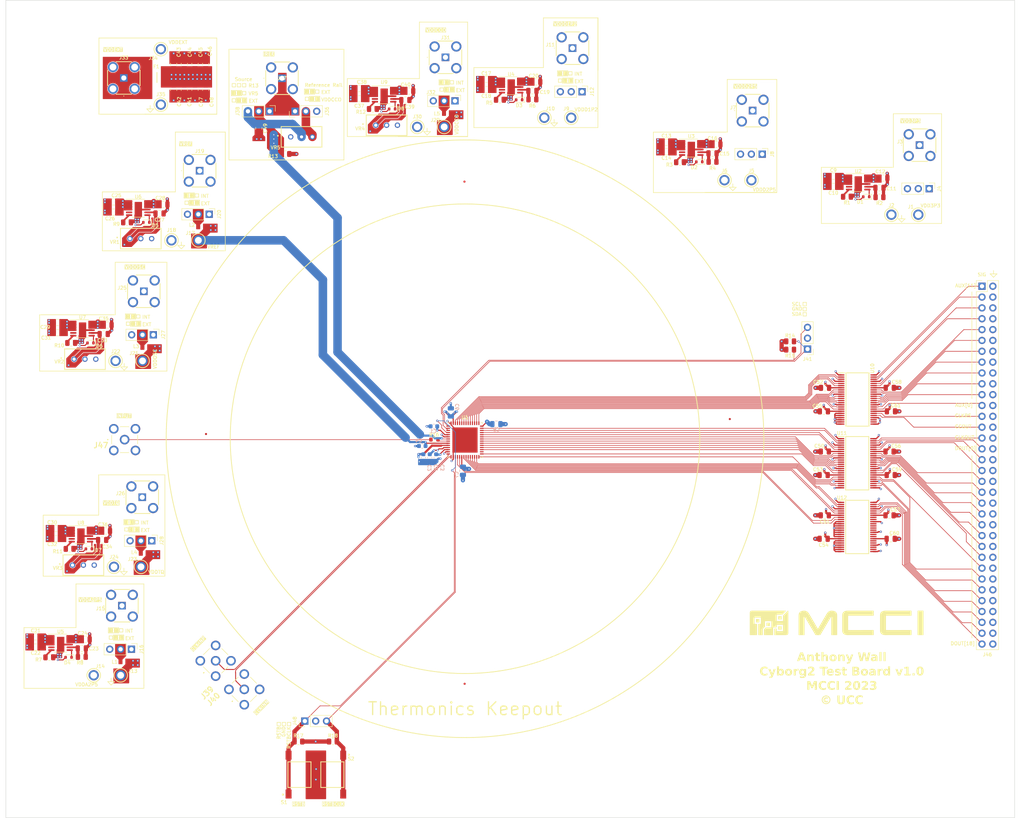
<source format=kicad_pcb>
(kicad_pcb (version 20221018) (generator pcbnew)
  (layers (0 "F.Cu" signal) (1 "In1.Cu" signal) (2 "In2.Cu" signal) (31 "B.Cu" signal) (34 "B.Paste" user) (35 "F.Paste" user) (36 "B.SilkS" user "B.Silkscreen") (37 "F.SilkS" user "F.Silkscreen") (38 "B.Mask" user) (39 "F.Mask" user) (44 "Edge.Cuts" user))
  (net 0 "")
  (net 1 "Net-(U9-SET)")
  (net 2 "Net-(J33-CNTR)")
  (net 3 "Net-(D1-K)")
  (net 4 "VDDEXT")
  (net 5 "/VDD3P3/VDD3P3_INT")
  (net 6 "Net-(U2-SET)")
  (net 7 "Net-(D2-K)")
  (net 8 "VDD3P3")
  (net 9 "Net-(J3-CNTR)")
  (net 10 "VDDD2P5")
  (net 11 "Net-(J7-CNTR)")
  (net 12 "Net-(U2-ILIM)")
  (net 14 "/VDDD2P5/VDDD2P5_INT")
  (net 15 "Net-(U3-SET)")
  (net 16 "/VDDD1P2/VDD1P2_INT")
  (net 17 "Net-(D3-K)")
  (net 18 "VDDD1P2")
  (net 19 "Net-(J11-CNTR)")
  (net 20 "Net-(U3-ILIM)")
  (net 22 "Net-(U4-SET)")
  (net 23 "/VDDA2P5/VDDA2P5_INT")
  (net 24 "Net-(D4-K)")
  (net 25 "VDDA2P5")
  (net 26 "Net-(J15-CNTR)")
  (net 27 "Net-(J16-Pin_2)")
  (net 28 "Net-(U4-ILIM)")
  (net 30 "Net-(U5-SET)")
  (net 31 "/VREF/VREF_INT")
  (net 32 "Net-(D5-K)")
  (net 33 "VREF")
  (net 34 "Net-(J19-CNTR)")
  (net 35 "Net-(J20-Pin_2)")
  (net 36 "Net-(U5-ILIM)")
  (net 39 "Net-(U6-SET)")
  (net 40 "/VDDACORE/VDDTQ_INT")
  (net 41 "Net-(U8-SET)")
  (net 42 "/VDDACORE/VDDCCO_INT")
  (net 43 "Net-(D7-K)")
  (net 44 "Net-(D8-K)")
  (net 45 "VDDOSC")
  (net 46 "Net-(U7-SET)")
  (net 47 "VDDTQ")
  (net 48 "Net-(J26-CNTR)")
  (net 49 "Net-(J28-Pin_2)")
  (net 50 "Net-(J31-CNTR)")
  (net 51 "Net-(J32-Pin_2)")
  (net 52 "Net-(U6-ILIM)")
  (net 53 "/VDDACORE/VDDOSC_INT")
  (net 54 "Net-(U8-ILIM)")
  (net 56 "Net-(D6-K)")
  (net 58 "Net-(J25-CNTR)")
  (net 61 "Net-(J27-Pin_2)")
  (net 62 "/IREF/IREF_INT")
  (net 63 "Net-(U7-ILIM)")
  (net 64 "/IREF")
  (net 66 "/CLKIN_P")
  (net 67 "/CLKIN_N")
  (net 69 "/SDA")
  (net 70 "/SCL")
  (net 71 "/CCOUT")
  (net 72 "/CLKRS")
  (net 73 "/DOUT18")
  (net 74 "/DOUT17")
  (net 75 "/DOUT16")
  (net 76 "/DOUT15")
  (net 77 "/DOUT14")
  (net 78 "/DOUT13")
  (net 79 "/DOUT12")
  (net 80 "/DOUT11")
  (net 81 "/DOUT10")
  (net 82 "/DOUT9")
  (net 83 "/DOUT8")
  (net 84 "/DOUT7")
  (net 85 "/DOUT6")
  (net 86 "/DOUT5")
  (net 87 "/DOUT4")
  (net 88 "/DOUT3")
  (net 89 "/DOUT2")
  (net 90 "/DOUT1")
  (net 91 "/DOUT0")
  (net 92 "/CLKOUT")
  (net 93 "/AUX0")
  (net 94 "/AUX1")
  (net 95 "/AUX2")
  (net 96 "/AUX3")
  (net 97 "/AUX4")
  (net 98 "/AUX5")
  (net 99 "/AUX6")
  (net 100 "/AUX7")
  (net 101 "/AUX8")
  (net 102 "/AUX9")
  (net 103 "/AUX10")
  (net 104 "/AUX11")
  (net 105 "Net-(U9-ILIM)")
  (net 118 "/DIGBUF_LEVSHIFT/DOUT_BUF0")
  (net 119 "/DIGBUF_LEVSHIFT/DOUT_BUF1")
  (net 120 "/DIGBUF_LEVSHIFT/DOUT_BUF2")
  (net 121 "/DIGBUF_LEVSHIFT/DOUT_BUF3")
  (net 122 "/DIGBUF_LEVSHIFT/DOUT_BUF4")
  (net 123 "/DIGBUF_LEVSHIFT/DOUT_BUF5")
  (net 124 "/DIGBUF_LEVSHIFT/DOUT_BUF6")
  (net 125 "/DIGBUF_LEVSHIFT/DOUT_BUF7")
  (net 126 "/DIGBUF_LEVSHIFT/DOUT_BUF8")
  (net 127 "/DIGBUF_LEVSHIFT/DOUT_BUF9")
  (net 128 "/DIGBUF_LEVSHIFT/DOUT_BUF10")
  (net 129 "/DIGBUF_LEVSHIFT/DOUT_BUF11")
  (net 130 "/DIGBUF_LEVSHIFT/DOUT_BUF12")
  (net 131 "/DIGBUF_LEVSHIFT/DOUT_BUF13")
  (net 132 "/DIGBUF_LEVSHIFT/DOUT_BUF14")
  (net 133 "/DIGBUF_LEVSHIFT/DOUT_BUF15")
  (net 134 "/DIGBUF_LEVSHIFT/DOUT_BUF16")
  (net 135 "/DIGBUF_LEVSHIFT/DOUT_BUF17")
  (net 136 "/DIGBUF_LEVSHIFT/DOUT_BUF18")
  (net 137 "/DIGBUF_LEVSHIFT/CLKOUT_BUF")
  (net 138 "/DIGBUF_LEVSHIFT/CCOUT_BUF")
  (net 139 "/DIGBUF_LEVSHIFT/CLKRS_BUF")
  (net 140 "/DIGBUF_LEVSHIFT/AUX_BUF0")
  (net 141 "/DIGBUF_LEVSHIFT/AUX_BUF1")
  (net 142 "/DIGBUF_LEVSHIFT/AUX_BUF2")
  (net 143 "/DIGBUF_LEVSHIFT/AUX_BUF3")
  (net 144 "/DIGBUF_LEVSHIFT/AUX_BUF4")
  (net 145 "/DIGBUF_LEVSHIFT/AUX_BUF5")
  (net 146 "/DIGBUF_LEVSHIFT/AUX_BUF6")
  (net 147 "/DIGBUF_LEVSHIFT/AUX_BUF7")
  (net 148 "/DIGBUF_LEVSHIFT/AUX_BUF8")
  (net 149 "/DIGBUF_LEVSHIFT/AUX_BUF9")
  (net 150 "/DIGBUF_LEVSHIFT/AUX_BUF10")
  (net 151 "/DIGBUF_LEVSHIFT/AUX_BUF11")
  (net 153 "/IN")
  (net 154 "/RSTB")
  (net 155 "/RSTBCLK")
  (net 156 "GND")
  (net 162 "VDDCCO")
  (net 163 "Net-(J36-Pin_1)")
  (net 164 "Net-(J36-Pin_2)")
  (net 165 "Net-(J47-CNTR)")
  (footprint "cyborg65r2_connectors:413990-1" (layer "F.Cu") (at 145.395 79.75)
    (fp_text reference "J19")
    (fp_text value "413990-1" hide)
  )
  (footprint "cyborg65r2_passives:INDC1608X100N" (layer "F.Cu") (at 203.445 66.355 180)
    (fp_text reference "L5")
    (fp_text value "LQW18ANR22G00D")
  )
  (footprint "cyborg65r2_connectors:413990-1" (layer "F.Cu") (at 131.945 156.235)
    (fp_text reference "J26")
    (fp_text value "413990-1" hide)
  )
  (footprint "Capacitor_SMD:C_0805_2012Metric" (layer "F.Cu") (at 291.835 160.47 180)
    (fp_text reference "C51")
    (fp_text value "GRM21BZ71E106KE15")
  )
  (footprint "Capacitor_SMD:C_0805_2012Metric" (layer "F.Cu") (at 123.815 115.89)
    (fp_text reference "C35")
    (fp_text value "GRM21BZ71E106KE15")
  )
  (footprint "Package_SO:MSOP-12-1EP_3x4mm_P0.65mm_EP1.65x2.85mm" (layer "F.Cu") (at 112.81 190.415)
    (fp_text reference "U5")
    (fp_text value "LT3045xMSE")
  )
  (footprint "Resistor_SMD:R_0805_2012Metric" (layer "F.Cu") (at 115.315 120.09)
    (fp_text reference "R10")
    (fp_text value "ERJ-6ENF6041V")
  )
  (footprint "cyborg65r2_connectors:5006" (layer "F.Cu") (at 232.435 67.34)
    (fp_text reference "J9")
    (fp_text value "5006" hide)
  )
  (footprint "cyborg65r2_connectors:5006" (layer "F.Cu") (at 132.015 124.29)
    (fp_text reference "J21")
    (fp_text value "5006" hide)
  )
  (footprint "Capacitor_SMD:C_0805_2012Metric" (layer "F.Cu") (at 224.235 58.94)
    (fp_text reference "C20")
    (fp_text value "GRM21BZ71E106KE15")
  )
  (footprint "cyborg65r2_passives:3296W-1" (layer "F.Cu") (at 118.525 123.89)
    (fp_text reference "VR2")
    (fp_text value "3296W-1-103LF" hide)
  )
  (footprint "Resistor_SMD:R_0805_2012Metric" (layer "F.Cu") (at 265.535 77.665)
    (fp_text reference "R4")
    (fp_text value "ERJ-6ENF2492V")
  )
  (footprint "Capacitor_SMD:C_0805_2012Metric" (layer "F.Cu") (at 146.805 60.715 -90)
    (fp_text reference "C48")
    (fp_text value "GRM21BZ71E106KE15")
  )
  (footprint "Connector_PinHeader_2.54mm:PinHeader_1x03_P2.54mm_Vertical" (layer "F.Cu") (at 161.785 65.82 -90)
    (fp_text reference "J38")
    (fp_text value "TE 826926-3")
  )
  (footprint "Package_SO:MSOP-12-1EP_3x4mm_P0.65mm_EP1.65x2.85mm" (layer "F.Cu") (at 188.6 61.96)
    (fp_text reference "U9")
    (fp_text value "LT3045xMSE")
  )
  (footprint "Resistor_SMD:R_0805_2012Metric" (layer "F.Cu") (at 168.52 213.465 180)
    (fp_text reference "R17")
    (fp_text value "ERJ-6ENF6041V")
  )
  (footprint "Capacitor_SMD:C_0805_2012Metric" (layer "F.Cu") (at 118.685 189.54)
    (fp_text reference "C24")
    (fp_text value "GRM21BZ71E106KE15")
  )
  (footprint "Connector_PinHeader_2.54mm:PinHeader_1x03_P2.54mm_Vertical" (layer "F.Cu") (at 287.79 121.526199 180)
    (fp_text reference "J41")
    (fp_text value "TE 826926-3")
  )
  (footprint "cyborg65r2_actives:SOP50P810X120-48N" (layer "F.Cu") (at 299.422 163.2)
    (fp_text reference "U12")
    (fp_text value "SN74AVCH16T245GR" hide)
  )
  (footprint "MountingHole:MountingHole_3.2mm_M3" (layer "F.Cu") (at 113.4 49.225)
    (fp_text reference "H1" hide)
    (fp_text value "MountingHole")
  )
  (footprint "Capacitor_SMD:C_0805_2012Metric" (layer "F.Cu") (at 291.565 151.04 180)
    (fp_text reference "C53")
    (fp_text value "GRM21BZ71E106KE15")
  )
  (footprint "cyborg65r2_connectors:5006" (layer "F.Cu") (at 313.74 90.05)
    (fp_text reference "J1")
    (fp_text value "5006" hide)
  )
  (footprint "cyborg65r2_actives:SOP50P810X120-48N" (layer "F.Cu") (at 299.428 148.27)
    (fp_text reference "U11")
    (fp_text value "SN74AVCH16T245GR" hide)
  )
  (footprint "Capacitor_SMD:C_0805_2012Metric" (layer "F.Cu") (at 106.985 188.94 180)
    (fp_text reference "C21")
    (fp_text value "GRM21BZ71E106KE15")
  )
  (footprint "cyborg65r2_passives:INDC1608X100N" (layer "F.Cu") (at 132.415 169.405 180)
    (fp_text reference "L4")
    (fp_text value "LQW18ANR22G00D")
  )
  (footprint "Capacitor_SMD:C_0805_2012Metric" (layer "F.Cu") (at 112.115 115.29 180)
    (fp_text reference "C29")
    (fp_text value "GRM21BZ71E106KE15")
  )
  (footprint "cyborg65r2_connectors:5006" (layer "F.Cu") (at 202.675 69.485)
    (fp_text reference "J29")
    (fp_text value "5006" hide)
  )
  (footprint "Connector_PinHeader_2.54mm:PinHeader_1x03_P2.54mm_Vertical" (layer "F.Cu") (at 167.735 65.82 90)
    (fp_text reference "J36")
    (fp_text value "TE 826926-3")
  )
  (footprint "Capacitor_SMD:C_0805_2012Metric" (layer "F.Cu") (at 144.305 54.815 90)
    (fp_text reference "C45")
    (fp_text value "GRM21BZ71E106KE15")
  )
  (footprint "Capacitor_SMD:C_0805_2012Metric" (layer "F.Cu") (at 139.305 60.715 -90)
    (fp_text reference "C42")
    (fp_text value "GRM21BZ71E106KE15")
  )
  (footprint "cyborg65r2_connectors:732513140" (layer "F.Cu") (at 127.815 142.74)
    (fp_text reference "J47")
    (fp_text value "73251-3140" hide)
  )
  (footprint "cyborg65r2_connectors:413990-1" (layer "F.Cu") (at 127.185 181.64)
    (fp_text reference "J15")
    (fp_text value "413990-1" hide)
  )
  (footprint "Capacitor_SMD:C_0805_2012Metric" (layer "F.Cu") (at 111.745 163.535 180)
    (fp_text reference "C30")
    (fp_text value "GRM21BZ71E106KE15")
  )
  (footprint "Diode_SMD:D_SOD-523" (layer "F.Cu") (at 301.54 85.85 180)
    (fp_text reference "D1")
    (fp_text value "1N4148WT")
  )
  (footprint "Capacitor_SMD:C_0805_2012Metric" (layer "F.Cu") (at 125.195 87.05 180)
    (fp_text reference "C25")
    (fp_text value "GRM21BZ71E106KE15")
  )
  (footprint "cyborg65r2_connectors:5006" (layer "F.Cu") (at 145.095 96.05)
    (fp_text reference "J17")
    (fp_text value "5006" hide)
  )
  (footprint "Capacitor_SMD:C_0805_2012Metric" (layer "F.Cu") (at 254.735 73.105 180)
    (fp_text reference "C13")
    (fp_text value "GRM21BZ71E106KE15")
  )
  (footprint "Package_SO:MSOP-12-1EP_3x4mm_P0.65mm_EP1.65x2.85mm" (layer "F.Cu") (at 260.555 74.44)
    (fp_text reference "U3")
    (fp_text value "LT3045xMSE")
  )
  (footprint "Resistor_SMD:R_0805_2012Metric" (layer "F.Cu") (at 215.735 63.14)
    (fp_text reference "R5")
    (fp_text value "ERJ-6ENF3322V")
  )
  (footprint "cyborg65r2_connectors:5006" (layer "F.Cu") (at 307.44 90.05)
    (fp_text reference "J2")
    (fp_text value "5006" hide)
  )
  (footprint "cyborg65r2_connectors:5006" (layer "F.Cu") (at 131.645 172.535)
    (fp_text reference "J23")
    (fp_text value "5006" hide)
  )
  (footprint "Fiducial:Fiducial_0.5mm_Mask1mm" (layer "F.Cu") (at 269.585 137.92)
    (fp_text reference "FID1" hide)
    (fp_text value "Fiducial")
  )
  (footprint "cyborg65r2_actives:QFN56" (layer "F.Cu") (at 207.543312 142.837)
    (fp_text reference "U1")
    (fp_text value "cyborg65r2")
  )
  (footprint "Diode_SMD:D_SOD-523" (layer "F.Cu") (at 220.235 63.14 180)
    (fp_text reference "D3")
    (fp_text value "1N4148WT")
  )
  (footprint "Package_SO:MSOP-12-1EP_3x4mm_P0.65mm_EP1.65x2.85mm" (layer "F.Cu") (at 117.57 165.01)
    (fp_text reference "U8")
    (fp_text value "LT3045xMSE")
  )
  (footprint "cyborg65r2_connectors:5006" (layer "F.Cu") (at 138.785 96.05)
    (fp_text reference "J18")
    (fp_text value "5006" hide)
  )
  (footprint "Connector_PinHeader_2.54mm:PinHeader_1x03_P2.54mm_Vertical" (layer "F.Cu") (at 147.625 89.95 -90)
    (fp_text reference "J20")
    (fp_text value "TE 826926-3")
  )
  (footprint "Capacitor_SMD:C_0805_2012Metric" (layer "F.Cu") (at 135.995 89.75)
    (fp_text reference "C27")
    (fp_text value "GRM21BC71H475KE11")
  )
  (footprint "Resistor_SMD:R_0805_2012Metric" (layer "F.Cu") (at 176.62 213.465)
    (fp_text reference "R18")
    (fp_text value "ERJ-6ENF6041V")
  )
  (footprint "cyborg65r2_connectors:5006" (layer "F.Cu") (at 126.885 197.94)
    (fp_text reference "J13")
    (fp_text value "5006" hide)
  )
  (footprint "Resistor_SMD:R_0805_2012Metric" (layer "F.Cu") (at 110.185 193.74)
    (fp_text reference "R7")
    (fp_text value "ERJ-6ENF3322V")
  )
  (footprint "Resistor_SMD:R_0805_2012Metric" (layer "F.Cu") (at 283.7025 121.656199)
    (fp_text reference "R15")
    (fp_text value "R0805_DNP")
  )
  (footprint "Capacitor_SMD:C_0805_2012Metric" (layer "F.Cu") (at 291.89 130.61 180)
    (fp_text reference "C52")
    (fp_text value "GRM21BZ71E106KE15")
  )
  (footprint "Fiducial:Fiducial_0.5mm_Mask1mm" (layer "F.Cu") (at 207.425 82.305)
    (fp_text reference "FID2" hide)
    (fp_text value "Fiducial")
  )
  (footprint "cyborg65r2_connectors:413990-1" (layer "F.Cu") (at 164.68 58.09)
    (fp_text reference "J37")
    (fp_text value "413990-1" hide)
  )
  (footprint "cyborg65r2_passives:FSM-SWITCH" (layer "F.Cu") (at 176.47 221.215)
    (fp_text reference "S2")
    (fp_text value "4-1437565-1" hide)
  )
  (footprint "Connector_PinHeader_2.54mm:PinHeader_1x03_P2.54mm_Vertical" (layer "F.Cu") (at 170.03 208.665 90)
    (fp_text reference "J48")
    (fp_text value "TE 826926-3")
  )
  (footprint "Capacitor_SMD:C_0805_2012Metric" (layer "F.Cu") (at 141.805 60.715 -90)
    (fp_text reference "C41")
    (fp_text value "GRM21BZ71E106KE15")
  )
  (footprint "cyborg65r2_actives:THERMOSTREAM_T2800" (layer "F.Cu") (at 207.555 142.535)
    (fp_text reference "REF**" hide)
    (fp_text value "THERMOSTREAM_T2800")
  )
  (footprint "Resistor_SMD:R_0805_2012Metric" (layer "F.Cu") (at 185.975 65.285)
    (fp_text reference "R12")
    (fp_text value "ERJ-6ENF6041V")
  )
  (footprint "Package_SO:MSOP-12-1EP_3x4mm_P0.65mm_EP1.65x2.85mm" (layer "F.Cu") (at 218.36 59.815)
    (fp_text reference "U4")
    (fp_text value "LT3045xMSE")
  )
  (footprint "cyborg65r2_connectors:5006" (layer "F.Cu") (at 120.575 197.94)
    (fp_text reference "J14")
    (fp_text value "5006" hide)
  )
  (footprint "Capacitor_SMD:C_0805_2012Metric" (layer "F.Cu") (at 112.115 117.69 180)
    (fp_text reference "C31")
    (fp_text value "GRM21BZ71E106KE15")
  )
  (footprint "cyborg65r2_connectors:5006" (layer "F.Cu") (at 125.325 172.535)
    (fp_text reference "J24")
    (fp_text value "5006" hide)
  )
  (footprint "Capacitor_SMD:C_0805_2012Metric" (layer "F.Cu") (at 182.775 60.485 180)
    (fp_text reference "C38")
    (fp_text value "GRM21BZ71E106KE15")
  )
  (footprint "MountingHole:MountingHole_3.2mm_M3" (layer "F.Cu") (at 324.4 49.225)
    (fp_text reference "H2" hide)
    (fp_text value "MountingHole")
  )
  (footprint "Fiducial:Fiducial_0.5mm_Mask1mm" (layer "F.Cu") (at 146.88 141.425)
    (fp_text reference "FID3" hide)
    (fp_text value "Fiducial")
  )
  (footprint "cyborg65r2_passives:FUSC3226X110N" (layer "F.Cu") (at 135.385 57.905)
    (fp_text reference "F1")
    (fp_text value "MF-USMF020-2" hide)
  )
  (footprint "cyborg65r2_passives:INDC1608X100N" (layer "F.Cu") (at 145.865 92.92 180)
    (fp_text reference "L2")
    (fp_text value "LQW18ANR22G00D")
  )
  (footprint "Capacitor_SMD:C_0805_2012Metric" (layer "F.Cu") (at 307.285 151.04)
    (fp_text reference "C59")
    (fp_text value "GRM21BZ71E106KE15")
  )
  (footprint "Capacitor_SMD:C_0805_2012Metric" (layer "F.Cu") (at 125.195 89.45 180)
    (fp_text reference "C26")
    (fp_text value "GRM21BZ71E106KE15")
  )
  (footprint "cyborg65r2_connectors:413990-1" (layer "F.Cu") (at 232.735 51.04)
    (fp_text reference "J11")
    (fp_text value "413990-1" hide)
  )
  (footprint "Capacitor_SMD:C_0805_2012Metric" (layer "F.Cu") (at 307.06 130.61)
    (fp_text reference "C58")
    (fp_text value "GRM21BZ71E106KE15")
  )
  (footprint "Connector_PinHeader_2.54mm:PinHeader_1x03_P2.54mm_Vertical" (layer "F.Cu") (at 129.415 191.84 -90)
    (fp_text reference "J16")
    (fp_text value "TE 826926-3")
  )
  (footprint "cyborg65r2_connectors:732513140" (layer "F.Cu") (at 155.847887 201.247034 45)
    (fp_text reference "J40")
    (fp_text value "73251-3140" hide)
  )
  (footprint "Connector_PinHeader_2.54mm:PinHeader_1x03_P2.54mm_Vertical" (layer "F.Cu") (at 134.545 118.19 -90)
    (fp_text reference "J27")
    (fp_text value "TE 826926-3")
  )
  (footprint "Package_SO:MSOP-12-1EP_3x4mm_P0.65mm_EP1.65x2.85mm" (layer "F.Cu") (at 131.02 88.525)
    (fp_text reference "U6")
    (fp_text value "LT3045xMSE")
  )
  (footprint "Diode_SMD:D_SOD-523" (layer "F.Cu") (at 262.435 77.665 180)
    (fp_text reference "D2")
    (fp_text value "1N4148WT")
  )
  (footprint "cyborg65r2_connectors:413990-1" (layer "F.Cu") (at 274.935 65.665)
    (fp_text reference "J7")
    (fp_text value "413990-1" hide)
  )
  (footprint "Package_SO:MSOP-12-1EP_3x4mm_P0.65mm_EP1.65x2.85mm" (layer "F.Cu") (at 117.94 116.765)
    (fp_text reference "U7")
    (fp_text value "LT3045xMSE")
  )
  (footprint "Resistor_SMD:R_0805_2012Metric" (layer "F.Cu") (at 128.395 91.85)
    (fp_text reference "R9")
    (fp_text value "ERJ-6ENF6041V")
  )
  (footprint "cyborg65r2_passives:3296W-1" (layer "F.Cu") (at 131.605 95.65)
    (fp_text reference "VR1")
    (fp_text value "3296W-1-103LF" hide)
  )
  (footprint "Capacitor_SMD:C_0805_2012Metric" (layer "F.Cu") (at 193.575 63.185)
    (fp_text reference "C39")
    (fp_text value "GRM21BC71H475KE11")
  )
  (footprint "Package_SO:MSOP-12-1EP_3x4mm_P0.65mm_EP1.65x2.85mm" (layer "F.Cu") (at 299.665 82.525)
    (fp_text reference "U2")
    (fp_text value "LT3045xMSE")
  )
  (footprint "Capacitor_SMD:C_0805_2012Metric" (layer "F.Cu") (at 159.26 69.82 -90)
    (fp_text reference "C49")
    (fp_text value "GRM21BZ71E106KE15")
  )
  (footprint "Capacitor_SMD:C_0805_2012Metric" (layer "F.Cu") (at 293.84 83.45 180)
    (fp_text reference "C10")
    (fp_text value "GRM21BZ71E106KE15")
  )
  (footprint "cyborg65r2_actives:SOP50P810X120-48N" (layer "F.Cu") (at 299.483 133.34)
    (fp_text reference "U10")
    (fp_text value "SN74AVCH16T245GR" hide)
  )
  (footprint "cyborg65r2_passives:INDC1608X100N" (layer "F.Cu") (at 132.785 121.16 180)
    (fp_text reference "L3")
    (fp_text value "LQW18ANR22G00D")
  )
  (footprint "cyborg65r2_connectors:5006" (layer "F.Cu") (at 136.305 51.265 90)
    (fp_text reference "J34")
    (fp_text value "5006" hide)
  )
  (footprint "Capacitor_SMD:C_0805_2012Metric" (layer "F.Cu") (at 305.54 81.45)
    (fp_text reference "C12")
    (fp_text value "GRM21BZ71E106KE15")
  )
  (footprint "Connector_PinHeader_2.54mm:PinHeader_1x03_P2.54mm_Vertical" (layer "F.Cu") (at 316.28 83.95 -90)
    (fp_text reference "J4")
    (fp_text value "TE 826926-3")
  )
  (footprint "cyborg65r2_connectors:5006" (layer "F.Cu") (at 274.645 81.965)
    (fp_text reference "J5")
    (fp_text value "5006" hide)
  )
  (footprint "Capacitor_SMD:C_0805_2012Metric" (layer "F.Cu") (at 139.305 54.815 90)
    (fp_text reference "C43")
    (fp_text value "GRM21BZ71E106KE15")
  )
  (footprint "Capacitor_SMD:C_0805_2012Metric" (layer "F.Cu") (at 136.895 87.65)
    (fp_text reference "C28")
    (fp_text value "GRM21BZ71E106KE15")
  )
  (footprint "Resistor_SMD:R_0805_2012Metric" (layer "F.Cu") (at 257.935 77.765)
    (fp_text reference "R3")
    (fp_text value "ERJ-6ENF3322V")
  )
  (footprint "Resistor_SMD:R_0805_2012Metric" (layer "F.Cu") (at 304.64 85.95)
    (fp_text reference "R2")
    (fp_text value "ERJ-6ENF3322V")
  )
  (footprint "Capacitor_SMD:C_0805_2012Metric" (layer "F.Cu") (at 307.005 145.54)
    (fp_text reference "C56")
    (fp_text value "GRM21BZ71E106KE15")
  )
  (footprint "Capacitor_SMD:C_0805_2012Metric" (layer "F.Cu") (at 291.565 165.97 180)
    (fp_text reference "C54")
    (fp_text value "GRM21BZ71E106KE15")
  )
  (footprint "Diode_SMD:D_SOD-523" (layer "F.Cu") (at 132.895 91.85 180)
    (fp_text reference "D5")
    (fp_text value "1N4148WT")
  )
  (footprint "Connector_PinHeader_2.54mm:PinHeader_1x03_P2.54mm_Vertical" (layer "F.Cu") (at 134.175 166.435 -90)
    (fp_text reference "J28")
    (fp_text value "TE 826926-3")
  )
  (footprint "Connector_PinHeader_2.54mm:PinHeader_1x03_P2.54mm_Vertical" (layer "F.Cu") (at 277.175 75.865 -90)
    (fp_text reference "J8")
    (fp_text value "TE 826926-3")
  )
  (footprint "Resistor_SMD:R_0805_2012Metric" (layer "F.Cu") (at 223.335 63.04)
    (fp_text reference "R6")
    (fp_text value "ERJ-6ENF1212V")
  )
  (footprint "cyborg65r2_connectors:5006" (layer "F.Cu") (at 268.335 81.965)
    (fp_text reference "J6")
    (fp_text value "5006" hide)
  )
  (footprint "cyborg65r2_passives:3296W-1" (layer "F.Cu") (at 189.185 69.085)
    (fp_text reference "VR4")
    (fp_text value "3296W-1-103LF" hide)
  )
  (footprint "Capacitor_SMD:C_0805_2012Metric" (layer "F.Cu") (at 254.735 75.275 180)
    (fp_text reference "C14")
    (fp_text value "GRM21BZ71E106KE15")
  )
  (footprint "Connector_PinHeader_2.54mm:PinHeader_2x34_P2.54mm_Vertical" (layer "F.Cu") (at 328.66 106.805)
    (fp_text reference "J46")
    (fp_text value "Conn_02x34_Odd_Even")
  )
  (footprint "cyborg65r2_passives:INDC1608X100N" (layer "F.Cu") (at 127.655 194.81 180)
    (fp_text reference "L1")
    (fp_text value "LQW18ANR22G00D")
  )
  (footprint "Resistor_SMD:R_0805_2012Metric" (layer "F.Cu") (at 117.785 193.64)
    (fp_text reference "R8")
    (fp_text value "ERJ-6ENF2492V")
  )
  (footprint "Resistor_SMD:R_0805_2012Metric" (layer "F.Cu") (at 297.04 85.85)
    (fp_text reference "R1")
    (fp_text value "ERJ-6ENF3322V")
  )
  (footprint "Capacitor_SMD:C_0805_2012Metric" (layer "F.Cu") (at 111.745 165.935 180)
    (fp_text reference "C32")
    (fp_text value "GRM21BZ71E106KE15")
  )
  (footprint "Fiducial:Fiducial_0.5mm_Mask1mm" (layer "F.Cu") (at 207.465 199.935)
    (fp_text reference "FID4" hide)
    (fp_text value "Fiducial")
  )
  (footprint "Capacitor_SMD:C_0805_2012Metric" (layer "F.Cu") (at 291.835 145.54 180)
    (fp_text reference "C50")
    (fp_text value "GRM21BZ71E106KE15")
  )
  (footprint "Capacitor_SMD:C_0805_2012Metric" (layer "F.Cu") (at 212.535 60.74 180)
    (fp_text reference "C18")
    (fp_text value "GRM21BZ71E106KE15")
  )
  (footprint "Capacitor_SMD:C_0805_2012Metric" (layer "F.Cu") (at 307.275 165.97)
    (fp_text reference "C60")
    (fp_text value "GRM21BZ71E106KE15")
  )
  (footprint "cyborg65r2_connectors:5006" (layer "F.Cu") (at 136.305 64.265 90)
    (fp_text reference "J35")
    (fp_text value "5006" hide)
  )
  (footprint "Resistor_SMD:R_0805_2012Metric" (layer "F.Cu") (at 165.4725 75.82 180)
    (fp_text reference "R13")
    (fp_text value "R0805_DNP")
  )
  (footprint "Capacitor_SMD:C_0805_2012Metric" (layer "F.Cu") (at 122.915 117.99)
    (fp_text reference "C33")
    (fp_text value "GRM21BC71H475KE11")
  )
  (footprint "Resistor_SMD:R_0805_2012Metric" (layer "F.Cu") (at 114.945 168.335)
    (fp_text reference "R11")
    (fp_text value "ERJ-6ENF6041V")
  )
  (footprint "Resistor_SMD:R_0805_2012Metric" (layer "F.Cu") (at 283.7 119.716199)
    (fp_text reference "R14")
    (fp_text value "R0805_DNP")
  )
  (footprint "Capacitor_SMD:C_0805_2012Metric" (layer "F.Cu") (at 106.985 191.34 180)
    (fp_text reference "C22")
    (fp_text value "GRM21BZ71E106KE15")
  )
  (footprint "Capacitor_SMD:C_0805_2012Metric" (layer "F.Cu") (at 265.535 75.665)
    (fp_text reference "C15")
    (fp_text value "GRM21BC71H475KE11")
  )
  (footprint "Capacitor_SMD:C_0805_2012Metric" (layer "F.Cu") (at 123.445 164.135)
    (fp_text reference "C36")
    (fp_text value "GRM21BZ71E106KE15")
  )
  (footprint "cyborg65r2_connectors:5006" (layer "F.Cu") (at 125.695 124.29)
    (fp_text reference "J22")
    (fp_text value "5006" hide)
  )
  (footprint "Capacitor_SMD:C_0805_2012Metric" (layer "F.Cu") (at 117.785 191.64)
    (fp_text reference "C23")
    (fp_text value "GRM21BC71H475KE11")
  )
  (footprint "Capacitor_SMD:C_0805_2012Metric" (layer "F.Cu") (at 304.64 83.75)
    (fp_text reference "C11")
    (fp_text value "GRM21BC71H475KE11")
  )
  (footprint "cyborg65r2_connectors:413990-1" (layer "F.Cu") (at 314.04 73.75)
    (fp_text reference "J3")
    (fp_text value "413990-1" hide)
  )
  (footprint "cyborg65r2_connectors:732513140" (layer "F.Cu") (at 149.139989 194.547034 45)
    (fp_text reference "J39")
    (fp_text value "73251-3140" hide)
  )
  (footprint "Diode_SMD:D_SOD-523" (layer "F.Cu") (at 114.685 193.74 180)
    (fp_text reference "D4")
    (fp_text value "1N4148WT")
  )
  (footprint "cyborg65r2_connectors:413990-1" (layer "F.Cu") (at 132.315 107.99)
    (fp_text reference "J25")
    (fp_text value "413990-1" hide)
  )
  (footprint "cyborg65r2_connectors:5006" (layer "F.Cu") (at 226.135 67.34)
    (fp_text reference "J10")
    (fp_text value "5006" hide)
  )
  (footprint "Capacitor_SMD:C_0805_2012Metric" (layer "F.Cu") (at 122.545 166.235)
    (fp_text reference "C34")
    (fp_text value "GRM21BC71H475KE11")
  )
  (footprint "Capacitor_SMD:C_0805_2012Metric" (layer "F.Cu") (at 212.535 58.34 180)
    (fp_text reference "C17")
    (fp_text value "GRM21BZ71E106KE15")
  )
  (footprint "MountingHole:MountingHole_3.2mm_M3" (layer "F.Cu") (at 113.4 220.905)
    (fp_text reference "H3" hide)
    (fp_text value "MountingHole")
  )
  (footprint "Capacitor_SMD:C_0805_2012Metric" (layer "F.Cu") (at 291.62 136.11 180)
    (fp_text reference "C55")
    (fp_text value "GRM21BZ71E106KE15")
  )
  (footprint "Capacitor_SMD:C_0805_2012Metric" (layer "F.Cu") (at 146.805 54.815 90)
    (fp_text reference "C46")
    (fp_text value "GRM21BZ71E106KE15")
  )
  (footprint "Capacitor_SMD:C_0805_2012Metric" (layer "F.Cu") (at 182.775 62.885 180)
    (fp_text reference "C37")
    (fp_text value "GRM21BZ71E106KE15")
  )
  (footprint "Capacitor_SMD:C_0805_2012Metric" (layer "F.Cu") (at 141.805 54.815 90)
    (fp_text reference "C44")
    (fp_text value "GRM21BZ71E106KE15")
  )
  (footprint "Capacitor_SMD:C_0805_2012Metric" (layer "F.Cu") (at 144.305 60.715 -90)
    (fp_text reference "C47")
    (fp_text value "GRM21BZ71E106KE15")
  )
  (footprint "cyborg65r2_passives:3296W-1" (layer "F.Cu") (at 118.155 172.135)
    (fp_text reference "VR3")
    (fp_text value "3296W-1-103LF" hide)
  )
  (footprint "Capacitor_SMD:C_0805_2012Metric" (layer "F.Cu") (at 194.475 61.085)
    (fp_text reference "C40")
    (fp_text value "GRM21BZ71E106KE15")
  )
  (footprint "Connector_PinHeader_2.54mm:PinHeader_1x03_P2.54mm_Vertical" (layer "F.Cu") (at 234.97 61.24 -90)
    (fp_text reference "J12")
    (fp_text value "TE 826926-3")
  )
  (footprint "cyborg65r2_connectors:413990-1" (layer "F.Cu") (at 202.975 53.185)
    (fp_text reference "J31")
    (fp_text value "413990-1" hide)
  )
  (footprint "MountingHole:MountingHole_3.2mm_M3" (layer "F.Cu") (at 324.4 220.905)
    (fp_text reference "H4" hide)
    (fp_text value "MountingHole")
  )
  (footprint "Diode_SMD:D_SOD-523" (layer "F.Cu") (at 190.475 65.285 180)
    (fp_text reference "D8")
    (fp_text value "1N4148WT")
  )
  (footprint "Capacitor_SMD:C_0805_2012Metric" (layer "F.Cu") (at 307.005 160.47)
    (fp_text reference "C57")
    (fp_text value "GRM21BZ71E106KE15")
  )
  (footprint "Resistor_SMD:R_0603_1608Metric" (layer "F.Cu") (at 200.393312 142.737 180)
    (fp_text reference "R16")
    (fp_text value "R0603_DNP")
  )
  (footprint "Capacitor_SMD:C_0805_2012Metric" (layer "F.Cu") (at 223.335 61.04)
    (fp_text reference "C19")
    (fp_text value "GRM21BC71H475KE11")
  )
  (footprint "cyborg65r2_passives:FSM-SWITCH" (layer "F.Cu") (at 168.77 221.215 180)
    (fp_text reference "S1")
    (fp_text value "4-1437565-1" hide)
  )
  (footprint "cyborg65r2_passives:3296W-1" (layer "F.Cu") (at 169.26 71.82)
    (fp_text reference "VR5")
    (fp_text value "3296W-1-104LF" hide)
  )
  (footprint "Capacitor_SMD:C_0805_2012Metric" (layer "F.Cu") (at 266.435 73.565)
    (fp_text reference "C16")
    (fp_text value "GRM21BZ71E106KE15")
  )
  (footprint "Diode_SMD:D_SOD-523" (layer "F.Cu") (at 119.815 120.09 180)
    (fp_text reference "D6")
    (fp_text value "1N4148WT")
  )
  (footprint "cyborg65r2_connectors:413990-1" (layer "F.Cu") (at 127.625 58.015 90)
    (fp_text reference "J33")
    (fp_text value "413990-1" hide)
  )
  (footprint "Diode_SMD:D_SOD-523" (layer "F.Cu") (at 119.445 168.335 180)
    (fp_text reference "D7")
    (fp_text value "1N4148WT")
  )
  (footprint "Capacitor_SMD:C_0805_2012Metric" (layer "F.Cu") (at 293.84 81.05 180)
    (fp_text reference "C9")
    (fp_text value "GRM21BZ71E106KE15")
  )
  (footprint "Capacitor_SMD:C_0805_2012Metric" (layer "F.Cu") (at 307.335 136.11)
    (fp_text reference "C61")
    (fp_text value "GRM21BZ71E106KE15")
  )
  (footprint "Connector_PinHeader_2.54mm:PinHeader_1x03_P2.54mm_Vertical" (layer "F.Cu") (at 205.205 63.385 -90)
    (fp_text reference "J32")
    (fp_text value "TE 826926-3")
  )
  (footprint "cyborg65r2_connectors:5006" (layer "F.Cu") (at 196.355 69.485)
    (fp_text reference "J30")
    (fp_text value "5006" hide)
  )
  (footprint "Capacitor_SMD:C_0805_2012Metric" (layer "B.Cu") (at 207.063312 150.047 -90)
    (fp_text reference "C7")
    (fp_text value "GRM21BZ71E106KE15")
  )
  (footprint "Capacitor_SMD:C_0603_1608Metric" (layer "B.Cu") (at 197.533312 144.237 180)
    (fp_text reference "C4")
    (fp_text value "GRM188C81C106MA73")
  )
  (footprint "Capacitor_SMD:C_0603_1608Metric" (layer "B.Cu") (at 200.803312 146.942 -90)
    (fp_text reference "C3")
    (fp_text value "GRM188C81C106MA73")
  )
  (footprint "Capacitor_SMD:C_0805_2012Metric" (layer "B.Cu") (at 214.905 139.105)
    (fp_text reference "C8")
    (fp_text value "GRM21BZ71E106KE15")
  )
  (footprint "Capacitor_SMD:C_0603_1608Metric" (layer "B.Cu") (at 200.268312 139.627 180)
    (fp_text reference "C1")
    (fp_text value "GRM188C81C106MA73")
  )
  (footprint "Capacitor_SMD:C_0603_1608Metric" (layer "B.Cu") (at 199.293312 146.942 -90)
    (fp_text reference "C5")
    (fp_text value "GRM188C81C106MA73")
  )
  (footprint "Capacitor_SMD:C_0603_1608Metric" (layer "B.Cu") (at 197.793312 146.937 -90)
    (fp_text reference "C2")
    (fp_text value "GRM188C81C106MA73")
  )
  (footprint "Capacitor_SMD:C_0805_2012Metric" (layer "B.Cu") (at 204.233312 136.357 90)
    (fp_text reference "C6")
    (fp_text value "GRM21BZ71E106KE15")
  )
  (gr_rect (start 202.875 58.635) (end 203.675 59.435) (stroke (width 0.15)) (fill solid) (layer "F.SilkS"))
  (gr_line (start 139.695 84.7) (end 139.695 70.7) (stroke (width 0.15)) (layer "F.SilkS"))
  (gr_line (start 172.335 61.82) (end 169.935 61.82) (stroke (width 0.15)) (layer "F.SilkS"))
  (gr_rect (start 204.075 58.635) (end 204.875 59.435) (stroke (width 0.15)) (fill none) (layer "F.SilkS"))
  (gr_rect (start 129.045 161.685) (end 129.845 162.485) (stroke (width 0.15)) (fill solid) (layer "F.SilkS"))
  (gr_line (start 127.715 126.49) (end 126.915 125.69) (stroke (width 0.15)) (layer "F.SilkS"))
  (gr_rect (start 286.73 112.981199) (end 287.53 113.781199) (stroke (width 0.15)) (fill none) (layer "F.SilkS"))
  (gr_rect (start 126.605 187.015) (end 127.405 187.815) (stroke (width 0.15)) (fill none) (layer "F.SilkS"))
  (gr_line (start 131.245 163.185) (end 131.245 164.385) (stroke (width 0.15)) (layer "F.SilkS"))
  (gr_line (start 331.365 103.91) (end 332.165 103.91) (stroke (width 0.15)) (layer "F.SilkS"))
  (gr_line (start 196.875 44.935) (end 196.875 58.16) (stroke (width 0.15)) (layer "F.SilkS"))
  (gr_rect (start 230.635 56.54) (end 231.435 57.34) (stroke (width 0.15)) (fill solid) (layer "F.SilkS"))
  (gr_rect (start 143.145 85.15) (end 143.945 85.95) (stroke (width 0.15)) (fill solid) (layer "F.SilkS"))
  (gr_line (start 145.345 87.85) (end 142.945 87.85) (stroke (width 0.15)) (layer "F.SilkS"))
  (gr_line (start 307.89 66.4) (end 307.89 78.95) (stroke (width 0.15)) (layer "F.SilkS"))
  (gr_line (start 107.915 113.49) (end 125.615 113.49) (stroke (width 0.15)) (layer "F.SilkS"))
  (gr_poly (pts (xy 278.96321 186.410747) (xy 278.174834 186.410747) (xy 278.174834 185.622371) (xy 278.96321 185.622371)) (fill solid) (layer "F.SilkS"))
  (gr_line (start 307.89 78.95) (end 291.04 78.95) (stroke (width 0.15)) (layer "F.SilkS"))
  (gr_rect (start 141.945 85.15) (end 142.745 85.95) (stroke (width 0.15)) (fill solid) (layer "F.SilkS"))
  (gr_line (start 201.475 58.435) (end 203.875 58.435) (stroke (width 0.15)) (layer "F.SilkS"))
  (gr_line (start 126.845 173.635) (end 127.645 173.635) (stroke (width 0.15)) (layer "F.SilkS"))
  (gr_line (start 309.84 91) (end 310.64 91) (stroke (width 0.15)) (layer "F.SilkS"))
  (gr_rect (start 153.01 61.17) (end 153.81 61.97) (stroke (width 0.15)) (fill solid) (layer "F.SilkS"))
  (gr_rect (start 127.845 161.685) (end 128.645 162.485) (stroke (width 0.15)) (fill solid) (layer "F.SilkS"))
  (gr_rect (start 124.205 187.015) (end 125.005 187.815) (stroke (width 0.15)) (fill solid) (layer "F.SilkS"))
  (gr_line (start 131.615 114.99) (end 131.615 116.19) (stroke (width 0.15)) (layer "F.SilkS"))
  (gr_line (start 127.645 174.435) (end 126.845 173.635) (stroke (width 0.15)) (layer "F.SilkS"))
  (gr_line (start 196.875 44.935) (end 208.175 44.935) (stroke (width 0.15)) (layer "F.SilkS"))
  (gr_rect (start 129.415 115.19) (end 130.215 115.99) (stroke (width 0.15)) (fill solid) (layer "F.SilkS"))
  (gr_line (start 132.505 66.515) (end 149.405 66.515) (stroke (width 0.15)) (layer "F.SilkS"))
  (gr_line (start 125.205 188.515) (end 127.605 188.515) (stroke (width 0.15)) (layer "F.SilkS"))
  (gr_line (start 173.535 63.52) (end 171.135 63.52) (stroke (width 0.15)) (layer "F.SilkS"))
  (gr_line (start 307.89 66.4) (end 319.19 66.4) (stroke (width 0.15)) (layer "F.SilkS"))
  (gr_line (start 128.845 163.185) (end 131.245 163.185) (stroke (width 0.15)) (layer "F.SilkS"))
  (gr_line (start 140.295 97.25) (end 141.095 97.25) (stroke (width 0.15)) (layer "F.SilkS"))
  (gr_line (start 149.405 48.665) (end 149.405 66.515) (stroke (width 0.15)) (layer "F.SilkS"))
  (gr_line (start 270.285 83.615) (end 271.085 83.615) (stroke (width 0.15)) (layer "F.SilkS"))
  (gr_line (start 131.245 164.385) (end 128.845 164.385) (stroke (width 0.15)) (layer "F.SilkS"))
  (gr_rect (start 128.215 115.19) (end 129.015 115.99) (stroke (width 0.15)) (fill none) (layer "F.SilkS"))
  (gr_line (start 179.185 51.295) (end 152.26 51.295) (stroke (width 0.15)) (layer "F.SilkS"))
  (gr_rect (start 144.345 85.15) (end 145.145 85.95) (stroke (width 0.15)) (fill none) (layer "F.SilkS"))
  (gr_line (start 144.145 86.15) (end 141.745 86.15) (stroke (width 0.15)) (layer "F.SilkS"))
  (gr_line (start 271.085 83.615) (end 270.285 84.415) (stroke (width 0.15)) (layer "F.SilkS"))
  (gr_line (start 251.685 72.565) (end 251.685 70.715) (stroke (width 0.15)) (layer "F.SilkS"))
  (gr_line (start 108.745 174.735) (end 108.745 160.435) (stroke (width 0.15)) (layer "F.SilkS"))
  (gr_line (start 326.286 146.513) (end 326.286 189.185) (stroke (width 0.15)) (layer "F.SilkS"))
  (gr_line (start 332.165 103.91) (end 331.365 104.71) (stroke (width 0.15)) (layer "F.SilkS"))
  (gr_line (start 125.615 101.19) (end 125.615 113.49) (stroke (width 0.15)) (layer "F.SilkS"))
  (gr_rect (start 229.435 56.54) (end 230.235 57.34) (stroke (width 0.15)) (fill solid) (layer "F.SilkS"))
  (gr_line (start 144.145 84.95) (end 144.145 86.15) (stroke (width 0.15)) (layer "F.SilkS"))
  (gr_line (start 124.005 188.015) (end 124.005 186.815) (stroke (width 0.15)) (layer "F.SilkS"))
  (gr_rect (start 125.405 188.715) (end 126.205 189.515) (stroke (width 0.15)) (fill solid) (layer "F.SilkS"))
  (gr_rect (start 129.415 113.49) (end 130.215 114.29) (stroke (width 0.15)) (fill solid) (layer "F.SilkS"))
  (gr_line (start 151.395 84.3) (end 151.395 70.7) (stroke (width 0.15)) (layer "F.SilkS"))
  (gr_line (start 280.585 84.865) (end 251.685 84.865) (stroke (width 0.15)) (layer "F.SilkS"))
  (gr_rect (start 154.21 61.17) (end 155.01 61.97) (stroke (width 0.15)) (fill solid) (layer "F.SilkS"))
  (gr_line (start 319.19 92.1) (end 291.04 92.1) (stroke (width 0.15)) (layer "F.SilkS"))
  (gr_rect (start 163.535 208.97) (end 164.335 209.77) (stroke (width 0.15)) (fill none) (layer "F.SilkS"))
  (gr_line (start 132.325 201) (end 104.25 201) (stroke (width 0.15)) (layer "F.SilkS"))
  (gr_line (start 232.835 59.24) (end 230.435 59.24) (stroke (width 0.15)) (layer "F.SilkS"))
  (gr_line (start 319.19 66.4) (end 319.19 92.1) (stroke (width 0.15)) (layer "F.SilkS"))
  (gr_line (start 179.975 58.165) (end 196.875 58.165) (stroke (width 0.15)) (layer "F.SilkS"))
  (gr_rect (start 170.135 60.82) (end 170.935 61.62) (stroke (width 0.15)) (fill solid) (layer "F.SilkS"))
  (gr_line (start 128.845 164.385) (end 128.845 163.185) (stroke (width 0.15)) (layer "F.SilkS"))
  (gr_rect (start 165.935 208.97) (end 166.735 209.77) (stroke (width 0.15)) (fill none) (layer "F.SilkS"))
  (gr_line (start 309.84 90.2) (end 309.84 91) (stroke (width 0.15)) (layer "F.SilkS"))
  (gr_rect (start 201.675 58.635) (end 202.475 59.435) (stroke (width 0.15)) (fill solid) (layer "F.SilkS"))
  (gr_line (start 152.81 62.17) (end 152.81 60.97) (stroke (width 0.15)) (layer "F.SilkS"))
  (gr_poly (pts (xy 281.712602 187.25638) (xy 280.924226 187.25638) (xy 280.924226 186.468004) (xy 281.712602 186.468004)) (fill solid) (layer "F.SilkS"))
  (gr_line (start 232.835 58.04) (end 232.835 59.24) (stroke (width 0.15)) (layer "F.SilkS"))
  (gr_rect (start 130.245 161.685) (end 131.045 162.485) (stroke (width 0.15)) (fill none) (layer "F.SilkS"))
  (gr_line (start 280.585 58.365) (end 280.585 84.865) (stroke (width 0.15)) (layer "F.SilkS"))
  (gr_line (start 128.515 125.69) (end 127.715 126.49) (stroke (width 0.15)) (layer "F.SilkS"))
  (gr_rect (start 153.01 62.87) (end 153.81 63.67) (stroke (width 0.15)) (fill none) (layer "F.SilkS"))
  (gr_line (start 104.25 186.775) (end 116.425 186.775) (stroke (width 0.15)) (layer "F.SilkS"))
  (gr_line (start 152.26 51.295) (end 152.26 77.22) (stroke (width 0.15)) (layer "F.SilkS"))
  (gr_rect (start 164.735 208.97) (end 165.535 209.77) (stroke (width 0.15)) (fill none) (layer "F.SilkS"))
  (gr_line (start 309.84 91.8) (end 309.04 91) (stroke (width 0.15)) (layer "F.SilkS"))
  (gr_line (start 121.745 160.435) (end 121.745 150.985) (stroke (width 0.15)) (layer "F.SilkS"))
  (gr_line (start 331.365 103.11) (end 331.365 103.91) (stroke (width 0.15)) (layer "F.SilkS"))
  (gr_line (start 107.915 126.69) (end 107.915 113.49) (stroke (width 0.15)) (layer "F.SilkS"))
  (gr_line (start 169.935 60.62) (end 172.335 60.62) (stroke (width 0.15)) (layer "F.SilkS"))
  (gr_line (start 205.075 61.335) (end 202.675 61.335) (stroke (width 0.15)) (layer "F.SilkS"))
  (gr_line (start 205.075 60.135) (end 205.075 61.335) (stroke (width 0.15)) (layer "F.SilkS"))
  (gr_line (start 124.005 186.815) (end 126.405 186.815) (stroke (width 0.15)) (layer "F.SilkS"))
  (gr_line (start 228.435 68.54) (end 229.235 68.54) (stroke (width 0.15)) (layer "F.SilkS"))
  (gr_line (start 137.715 126.69) (end 107.915 126.69) (stroke (width 0.15)) (layer "F.SilkS"))
  (gr_line (start 121.745 150.985) (end 137.245 150.985) (stroke (width 0.15)) (layer "F.SilkS"))
  (gr_line (start 227.635 68.54) (end 228.435 68.54) (stroke (width 0.15)) (layer "F.SilkS"))
  (gr_line (start 198.675 71.385) (end 197.875 70.585) (stroke (width 0.15)) (layer "F.SilkS"))
  (gr_line (start 270.285 82.815) (end 270.285 83.615) (stroke (width 0.15)) (layer "F.SilkS"))
  (gr_line (start 127.715 124.89) (end 127.715 125.69) (stroke (width 0.15)) (layer "F.SilkS"))
  (gr_rect (start 155.41 61.17) (end 156.21 61.97) (stroke (width 0.15)) (fill none) (layer "F.SilkS"))
  (gr_poly (pts (xy 306.254244 187.424684) (xy 306.242745 187.423272) (xy 306.231649 187.421458) (xy 306.220955 187.419239) (xy 306.210664 187.416618) (xy 306.200776 187.413593) (xy 306.19129 187.410165) (xy 306.182208 187.406333) (xy 306.173528 187.402098) (xy 306.165251 187.39746) (xy 306.157377 187.392419) (xy 306.149906 187.386974) (xy 306.142838 187.381126) (xy 306.136174 187.374874) (xy 306.129912 187.368219) (xy 306.124055 187.361161) (xy 306.1186 187.3537) (xy 306.11355 187.345835) (xy 306.108902 187.337567) (xy 306.104659 187.328896) (xy 306.100819 187.319821) (xy 306.097384 187.310343) (xy 306.094352 187.300462) (xy 306.091724 187.290177) (xy 306.0895 187.279489) (xy 306.087681 187.268398) (xy 306.086265 187.256904) (xy 306.085254 187.245006) (xy 306.084647 187.232705) (xy 306.084445 187.22) (xy 306.084445 184.119828) (xy 306.084647 184.107122) (xy 306.085254 184.094817) (xy 306.086265 184.082914) (xy 306.087681 184.071412) (xy 306.0895 184.060311) (xy 306.091724 184.049612) (xy 306.094352 184.039315) (xy 306.097384 184.02942) (xy 306.100819 184.019926) (xy 306.104659 184.010836) (xy 306.108902 184.002147) (xy 306.11355 183.993861) (xy 306.1186 183.985978) (xy 306.124055 183.978498) (xy 306.129912 183.971421) (xy 306.136174 183.964746) (xy 306.142838 183.958476) (xy 306.149906 183.952608) (xy 306.157377 183.947145) (xy 306.165251 183.942085) (xy 306.173528 183.937429) (xy 306.182208 183.933177) (xy 306.19129 183.929329) (xy 306.200776 183.925886) (xy 306.210664 183.922847) (xy 306.220955 183.920213) (xy 306.231649 183.917984) (xy 306.242745 183.916159) (xy 306.254244 183.91474) (xy 306.266144 183.913726) (xy 306.278448 183.913118) (xy 306.291153 183.912915) (xy 312.077881 183.912915) (xy 312.077881 182.879593) (xy 306.084445 182.879593) (xy 306.008142 182.880603) (xy 305.934263 182.883631) (xy 305.862807 182.888678) (xy 305.793774 182.895745) (xy 305.727165 182.904829) (xy 305.662979 182.915933) (xy 305.601216 182.929055) (xy 305.541875 182.944195) (xy 305.484958 182.961354) (xy 305.430464 182.980531) (xy 305.378392 183.001727) (xy 305.328743 183.02494) (xy 305.281517 183.050172) (xy 305.236713 183.077422) (xy 305.194332 183.10669) (xy 305.154373 183.137975) (xy 305.116837 183.171279) (xy 305.081723 183.2066) (xy 305.049031 183.243939) (xy 305.018761 183.283295) (xy 304.990913 183.324669) (xy 304.965487 183.36806) (xy 304.942483 183.413469) (xy 304.921901 183.460895) (xy 304.90374 183.510338) (xy 304.888001 183.561798) (xy 304.874684 183.615275) (xy 304.863788 183.67077) (xy 304.855314 183.728281) (xy 304.849261 183.787809) (xy 304.845629 183.849354) (xy 304.844418 183.912915) (xy 304.844418 187.426499) (xy 304.845629 187.49006) (xy 304.849261 187.551605) (xy 304.855314 187.611133) (xy 304.863788 187.668644) (xy 304.874684 187.724138) (xy 304.888001 187.777616) (xy 304.90374 187.829076) (xy 304.921901 187.878519) (xy 304.942483 187.925945) (xy 304.965487 187.971353) (xy 304.990913 188.014745) (xy 305.018761 188.056119) (xy 305.049031 188.095475) (xy 305.081723 188.132814) (xy 305.116837 188.168135) (xy 305.154373 188.201438) (xy 305.194332 188.232724) (xy 305.236713 188.261992) (xy 305.281517 188.289242) (xy 305.328743 188.314473) (xy 305.378392 188.337687) (xy 305.430464 188.358883) (xy 305.484958 188.37806) (xy 305.541875 188.395219) (xy 305.601216 188.410359) (xy 305.662979 188.423481) (xy 305.793774 188.443669) (xy 305.934263 188.455783) (xy 306.084445 188.459821) (xy 312.081392 188.452999) (xy 312.081392 187.419471) (xy 306.291153 187.426499) (xy 306.278448 187.426297) (xy 306.266144 187.425692)) (stroke (width 0.15)) (fill solid) (layer "F.SilkS"))
  (gr_line (start 228.435 67.74) (end 228.435 68.54) (stroke (width 0.15)) (layer "F.SilkS"))
  (gr_line (start 151.395 70.7) (end 151.395 98.5) (stroke (width 0.15)) (layer "F.SilkS"))
  (gr_line (start 172.335 60.62) (end 172.335 61.82) (stroke (width 0.15)) (layer "F.SilkS"))
  (gr_line (start 199.475 70.585) (end 198.675 71.385) (stroke (width 0.15)) (layer "F.SilkS"))
  (gr_line (start 309.04 91) (end 309.84 91) (stroke (width 0.15)) (layer "F.SilkS"))
  (gr_line (start 126.405 186.815) (end 126.405 188.015) (stroke (width 0.15)) (layer "F.SilkS"))
  (gr_line (start 151.395 98.5) (end 122.595 98.5) (stroke (width 0.15)) (layer "F.SilkS"))
  (gr_rect (start 230.635 58.24) (end 231.435 59.04) (stroke (width 0.15)) (fill solid) (layer "F.SilkS"))
  (gr_line (start 201.475 59.635) (end 201.475 58.435) (stroke (width 0.15)) (layer "F.SilkS"))
  (gr_poly (pts (xy 283.070881 188.36951) (xy 283.055728 188.381415) (xy 283.04 188.392595) (xy 283.023722 188.403024) (xy 283.00692 188.412678) (xy 282.989619 188.421532) (xy 282.971844 188.429561) (xy 282.953619 188.436739) (xy 282.934971 188.443041) (xy 282.915924 188.448442) (xy 282.896503 188.452918) (xy 282.876733 188.456443) (xy 282.85664 188.458992) (xy 282.836249 188.460539) (xy 282.815583 188.461061) (xy 280.082935 188.461061) (xy 280.082935 187.074066) (xy 280.500893 187.074066) (xy 280.500893 187.679713) (xy 282.135936 187.679713) (xy 282.135936 186.044671) (xy 280.500893 186.044671) (xy 280.500893 186.650732) (xy 279.659601 186.650732) (xy 279.659601 188.461061) (xy 277.660964 188.461061) (xy 277.660964 187.224341) (xy 278.050811 186.83408) (xy 279.386542 186.83408) (xy 279.386542 185.199038) (xy 277.751501 185.199038) (xy 277.751501 186.53477) (xy 277.23763 187.048641) (xy 277.23763 188.461061) (xy 276.320684 188.461061) (xy 276.320684 185.975011) (xy 276.926331 185.975011) (xy 276.926331 184.339969) (xy 275.291289 184.339969) (xy 275.291289 185.975011) (xy 275.89735 185.975011) (xy 275.89735 188.461061) (xy 274.329901 188.461061) (xy 274.329901 183.282669) (xy 274.330424 183.262003) (xy 274.331975 183.241608) (xy 274.334529 183.221509) (xy 274.338061 183.201732) (xy 274.342546 183.182302) (xy 274.347959 183.163244) (xy 274.354274 183.144583) (xy 274.361466 183.126345) (xy 274.369509 183.108554) (xy 274.378379 183.091237) (xy 274.388051 183.074418) (xy 274.398498 183.058123) (xy 274.409696 183.042376) (xy 274.42162 183.027203) (xy 274.434243 183.01263) (xy 274.447542 182.998681) (xy 274.461491 182.985383) (xy 274.476064 182.972759) (xy 274.491237 182.960835) (xy 274.506984 182.949637) (xy 274.523279 182.93919) (xy 274.540098 182.929518) (xy 274.557415 182.920648) (xy 274.575206 182.912605) (xy 274.593444 182.905413) (xy 274.612105 182.899098) (xy 274.631163 182.893686) (xy 274.650593 182.889201) (xy 274.67037 182.885668) (xy 274.690469 182.883114) (xy 274.710864 182.881563) (xy 274.73153 182.88104) (xy 282.61818 182.88104) (xy 281.836626 183.662594) (xy 280.500893 183.662594) (xy 280.500893 185.297636) (xy 282.135936 185.297636) (xy 282.135936 183.961698) (xy 283.2168 182.88104) (xy 283.2168 188.059844) (xy 283.216278 188.080509) (xy 283.21473 188.100901) (xy 283.212182 188.120994) (xy 283.208657 188.140763) (xy 283.204181 188.160184) (xy 283.19878 188.179232) (xy 283.192477 188.19788) (xy 283.1853 188.216104) (xy 283.177271 188.23388) (xy 283.168417 188.251181) (xy 283.158763 188.267983) (xy 283.148334 188.28426) (xy 283.137154 188.299989) (xy 283.125249 188.315142) (xy 283.112645 188.329696) (xy 283.099365 188.343626) (xy 283.085436 188.356905)) (stroke (width 0.15)) (fill solid) (layer "F.SilkS"))
  (gr_line (start 151.395 70.7) (end 139.695 70.7) (stroke (width 0.15)) (layer "F.SilkS"))
  (gr_line (start 310.64 91) (end 309.84 91.8) (stroke (width 0.15)) (layer "F.SilkS"))
  (gr_line (start 124.65 198.63) (end 124.65 199.43) (stroke (width 0.15)) (layer "F.SilkS"))
  (gr_line (start 127.645 162.685) (end 127.645 161.485) (stroke (width 0.15)) (layer "F.SilkS"))
  (gr_line (start 128.445 173.635) (end 127.645 174.435) (stroke (width 0.15)) (layer "F.SilkS"))
  (gr_line (start 130.415 113.29) (end 130.415 114.49) (stroke (width 0.15)) (layer "F.SilkS"))
  (gr_rect (start 154.21 59.32) (end 155.01 60.12) (stroke (width 0.15)) (fill none) (layer "F.SilkS"))
  (gr_line (start 141.095 98.05) (end 140.295 97.25) (stroke (width 0.15)) (layer "F.SilkS"))
  (gr_line (start 270.285 84.415) (end 269.485 83.615) (stroke (width 0.15)) (layer "F.SilkS"))
  (gr_rect (start 172.535 62.52) (end 173.335 63.32) (stroke (width 0.15)) (fill solid) (layer "F.SilkS"))
  (gr_line (start 225.92 43.94) (end 238.685 43.94) (stroke (width 0.15)) (layer "F.SilkS"))
  (gr_rect (start 231.835 56.54) (end 232.635 57.34) (stroke (width 0.15)) (fill none) (layer "F.SilkS"))
  (gr_line (start 156.41 62.67) (end 156.41 63.87) (stroke (width 0.15)) (layer "F.SilkS"))
  (gr_rect (start 286.73 111.781199) (end 287.53 112.581199) (stroke (width 0.15)) (fill none) (layer "F.SilkS"))
  (gr_rect (start 201.675 60.335) (end 202.475 61.135) (stroke (width 0.15)) (fill none) (layer "F.SilkS"))
  (gr_line (start 125.615 101.19) (end 137.715 101.19) (stroke (width 0.15)) (layer "F.SilkS"))
  (gr_line (start 229.235 68.54) (end 228.435 69.34) (stroke (width 0.15)) (layer "F.SilkS"))
  (gr_line (start 268.985 58.365) (end 280.585 58.365) (stroke (width 0.15)) (layer "F.SilkS"))
  (gr_line (start 263.735 84.865) (end 280.585 84.865) (stroke (width 0.15)) (layer "F.SilkS"))
  (gr_rect (start 130.615 115.19) (end 131.415 115.99) (stroke (width 0.15)) (fill solid) (layer "F.SilkS"))
  (gr_line (start 137.715 101.19) (end 137.715 126.69) (stroke (width 0.15)) (layer "F.SilkS"))
  (gr_line (start 179.975 58.445) (end 179.975 58.165) (stroke (width 0.15)) (layer "F.SilkS"))
  (gr_line (start 152.26 77.22) (end 179.185 77.22) (stroke (width 0.15)) (layer "F.SilkS"))
  (gr_line (start 116.425 176.55) (end 132.325 176.55) (stroke (width 0.15)) (layer "F.SilkS"))
  (gr_line (start 133.005 65.265) (end 133.805 65.265) (stroke (width 0.15)) (layer "F.SilkS"))
  (gr_line (start 110.745 174.735) (end 108.745 174.735) (stroke (width 0.15)) (layer "F.SilkS"))
  (gr_line (start 127.715 125.69) (end 128.515 125.69) (stroke (width 0.15)) (layer "F.SilkS"))
  (gr_line (start 231.635 57.54) (end 229.235 57.54) (stroke (width 0.15)) (layer "F.SilkS"))
  (gr_rect (start 124.205 188.715) (end 125.005 189.515) (stroke (width 0.15)) (fill none) (layer "F.SilkS"))
  (gr_line (start 128.015 114.49) (end 128.015 113.29) (stroke (width 0.15)) (layer "F.SilkS"))
  (gr_rect (start 126.605 188.715) (end 127.405 189.515) (stroke (width 0.15)) (fill solid) (layer "F.SilkS"))
  (gr_line (start 126.405 188.015) (end 124.005 188.015) (stroke (width 0.15)) (layer "F.SilkS"))
  (gr_line (start 132.325 176.55) (end 132.325 200.3) (stroke (width 0.15)) (layer "F.SilkS"))
  (gr_line (start 127.605 188.515) (end 127.605 189.715) (stroke (width 0.15)) (layer "F.SilkS"))
  (gr_line (start 104.25 201) (end 104.25 186.775) (stroke (width 0.15)) (layer "F.SilkS"))
  (gr_line (start 202.675 60.135) (end 205.075 60.135) (stroke (width 0.15)) (layer "F.SilkS"))
  (gr_line (start 141.745 86.15) (end 141.745 84.95) (stroke (width 0.15)) (layer "F.SilkS"))
  (gr_line (start 142.945 86.65) (end 145.345 86.65) (stroke (width 0.15)) (layer "F.SilkS"))
  (gr_line (start 198.675 70.585) (end 199.475 70.585) (stroke (width 0.15)) (layer "F.SilkS"))
  (gr_line (start 137.245 150.985) (end 137.245 174.735) (stroke (width 0.15)) (layer "F.SilkS"))
  (gr_rect (start 130.245 163.385) (end 131.045 164.185) (stroke (width 0.15)) (fill solid) (layer "F.SilkS"))
  (gr_line (start 154.01 62.67) (end 156.41 62.67) (stroke (width 0.15)) (layer "F.SilkS"))
  (gr_line (start 169.935 61.82) (end 169.935 60.62) (stroke (width 0.15)) (layer "F.SilkS"))
  (gr_line (start 124.65 200.23) (end 123.85 199.43) (stroke (width 0.15)) (layer "F.SilkS"))
  (gr_line (start 127.645 161.485) (end 130.045 161.485) (stroke (width 0.15)) (layer "F.SilkS"))
  (gr_line (start 132.325 200.275) (end 132.325 201) (stroke (width 0.15)) (layer "F.SilkS"))
  (gr_line (start 122.595 84.7) (end 139.695 84.7) (stroke (width 0.15)) (layer "F.SilkS"))
  (gr_line (start 331.365 104.71) (end 330.565 103.91) (stroke (width 0.15)) (layer "F.SilkS"))
  (gr_line (start 127.645 172.835) (end 127.645 173.635) (stroke (width 0.15)) (layer "F.SilkS"))
  (gr_line (start 116.425 186.775) (end 116.425 176.55) (stroke (width 0.15)) (layer "F.SilkS"))
  (gr_line (start 130.045 162.685) (end 127.645 162.685) (stroke (width 0.15)) (layer "F.SilkS"))
  (gr_rect (start 286.73 110.581199) (end 287.53 111.381199) (stroke (width 0.15)) (fill none) (layer "F.SilkS"))
  (gr_rect (start 127.845 163.385) (end 128.645 164.185) (stroke (width 0.15)) (fill none) (layer "F.SilkS"))
  (gr_poly (pts (xy 285.853301 183.461014) (xy 285.83514 183.510446) (xy 285.8194 183.561894) (xy 285.806082 183.615358) (xy 285.795186 183.670838) (xy 285.786711 183.728334) (xy 285.780658 183.787845) (xy 285.777026 183.849372) (xy 285.775816 183.912915) (xy 285.775816 188.460027) (xy 287.01605 188.460027) (xy 287.01605 183.912915) (xy 289.702605 188.460027) (xy 290.735927 188.460027) (xy 293.422895 183.912915) (xy 293.422895 188.460027) (xy 294.662715 188.460027) (xy 294.662715 183.912915) (xy 294.660246 183.849372) (xy 294.655436 183.787845) (xy 294.648285 183.728334) (xy 294.638793 183.670838) (xy 294.62696 183.615358) (xy 294.612786 183.561894) (xy 294.596272 183.510446) (xy 294.577417 183.461014) (xy 294.556221 183.413599) (xy 294.532685 183.3682) (xy 294.506808 183.324817) (xy 294.478591 183.283451) (xy 294.448034 183.244102) (xy 294.415136 183.20677) (xy 294.379899 183.171454) (xy 294.342321 183.138156) (xy 294.302404 183.106875) (xy 294.260146 183.077611) (xy 294.215549 183.050365) (xy 294.168612 183.025136) (xy 294.119335 183.001925) (xy 294.067719 182.980732) (xy 294.013763 182.961556) (xy 293.957468 182.944399) (xy 293.898833 182.929259) (xy 293.837859 182.916138) (xy 293.708894 182.895951) (xy 293.570573 182.883838) (xy 293.422895 182.8798) (xy 293.346187 182.88222) (xy 293.308438 182.885245) (xy 293.271093 182.889481) (xy 293.234151 182.894927) (xy 293.197613 182.901583) (xy 293.161479 182.90945) (xy 293.125749 182.918528) (xy 293.090422 182.928817) (xy 293.0555 182.940317) (xy 293.020981 182.953027) (xy 292.986867 182.966949) (xy 292.953157 182.982083) (xy 292.919852 182.998427) (xy 292.88695 183.015984) (xy 292.854454 183.034752) (xy 292.790674 183.075923) (xy 292.728512 183.121942) (xy 292.66797 183.172811) (xy 292.609049 183.228529) (xy 292.551747 183.289097) (xy 292.496067 183.354518) (xy 292.442008 183.424791) (xy 292.389572 183.499917) (xy 290.219162 187.22) (xy 288.049165 183.499917) (xy 287.996693 183.424791) (xy 287.942603 183.354518) (xy 287.886897 183.289097) (xy 287.829576 183.228529) (xy 287.77064 183.172811) (xy 287.710091 183.121942) (xy 287.647929 183.075923) (xy 287.584155 183.034752) (xy 287.518771 182.998427) (xy 287.451776 182.966949) (xy 287.383172 182.940317) (xy 287.31296 182.918528) (xy 287.241141 182.901583) (xy 287.167716 182.889481) (xy 287.092685 182.88222) (xy 287.01605 182.8798) (xy 286.939728 182.880809) (xy 286.865831 182.883838) (xy 286.794359 182.888885) (xy 286.725311 182.895951) (xy 286.658687 182.905035) (xy 286.594487 182.916138) (xy 286.532712 182.929259) (xy 286.47336 182.944399) (xy 286.416433 182.961556) (xy 286.361929 182.980732) (xy 286.309848 183.001925) (xy 286.260192 183.025136) (xy 286.212958 183.050365) (xy 286.168148 183.077611) (xy 286.125761 183.106875) (xy 286.085797 183.138156) (xy 286.048256 183.171454) (xy 286.013138 183.20677) (xy 285.980442 183.244102) (xy 285.950169 183.283451) (xy 285.922319 183.324817) (xy 285.896891 183.3682) (xy 285.873885 183.413599)) (stroke (width 0.15)) (fill solid) (layer "F.SilkS"))
  (gr_rect (start 153.01 59.32) (end 153.81 60.12) (stroke (width 0.15)) (fill none) (layer "F.SilkS"))
  (gr_line (start 141.745 84.95) (end 144.145 84.95) (stroke (width 0.15)) (layer "F.SilkS"))
  (gr_rect (start 172.535 60.82) (end 173.335 61.62) (stroke (width 0.15)) (fill none) (layer "F.SilkS"))
  (gr_rect (start 171.335 62.52) (end 172.135 63.32) (stroke (width 0.15)) (fill solid) (layer "F.SilkS"))
  (gr_line (start 149.405 66.515) (end 121.805 66.515) (stroke (width 0.15)) (layer "F.SilkS"))
  (gr_line (start 171.135 63.52) (end 171.135 62.32) (stroke (width 0.15)) (layer "F.SilkS"))
  (gr_line (start 108.745 160.435) (end 121.745 160.435) (stroke (width 0.15)) (layer "F.SilkS"))
  (gr_line (start 228.435 69.34) (end 227.635 68.54) (stroke (width 0.15)) (layer "F.SilkS"))
  (gr_line (start 133.805 64.465) (end 133.805 65.265) (stroke (width 0.15)) (layer "F.SilkS"))
  (gr_line (start 179.975 71.735) (end 208.175 71.735) (stroke (width 0.15)) (layer "F.SilkS"))
  (gr_line (start 133.805 66.065) (end 133.005 65.265) (stroke (width 0.15)) (layer "F.SilkS"))
  (gr_line (start 129.215 114.99) (end 131.615 114.99) (stroke (width 0.15)) (layer "F.SilkS"))
  (gr_line (start 133.805 65.265) (end 134.605 65.265) (stroke (width 0.15)) (layer "F.SilkS"))
  (gr_rect (start 155.41 62.87) (end 156.21 63.67) (stroke (width 0.15)) (fill solid) (layer "F.SilkS"))
  (gr_line (start 126.915 125.69) (end 127.715 125.69) (stroke (width 0.15)) (layer "F.SilkS"))
  (gr_line (start 123.85 199.43) (end 124.65 199.43) (stroke (width 0.15)) (layer "F.SilkS"))
  (gr_rect (start 171.335 60.82) (end 172.135 61.62) (stroke (width 0.15)) (fill solid) (layer "F.SilkS"))
  (gr_line (start 197.875 70.585) (end 198.675 70.585) (stroke (width 0.15)) (layer "F.SilkS"))
  (gr_line (start 179.975 71.735) (end 179.975 58.445) (stroke (width 0.15)) (layer "F.SilkS"))
  (gr_rect (start 229.435 58.24) (end 230.235 59.04) (stroke (width 0.15)) (fill none) (layer "F.SilkS"))
  (gr_line (start 155.21 62.17) (end 152.81 62.17) (stroke (width 0.15)) (layer "F.SilkS"))
  (gr_line (start 141.895 97.25) (end 141.095 98.05) (stroke (width 0.15)) (layer "F.SilkS"))
  (gr_line (start 208.175 44.935) (end 208.175 71.735) (stroke (width 0.15)) (layer "F.SilkS"))
  (gr_line (start 191.875 71.735) (end 208.175 71.735) (stroke (width 0.15)) (layer "F.SilkS"))
  (gr_line (start 142.945 87.85) (end 142.945 86.65) (stroke (width 0.15)) (layer "F.SilkS"))
  (gr_line (start 127.645 173.635) (end 128.445 173.635) (stroke (width 0.15)) (layer "F.SilkS"))
  (gr_line (start 137.245 174.735) (end 110.745 174.735) (stroke (width 0.15)) (layer "F.SilkS"))
  (gr_line (start 326.29 108.135) (end 326.29 133.135) (stroke (width 0.15)) (layer "F.SilkS"))
  (gr_poly (pts (xy 297.295546 187.386974) (xy 297.288475 187.381126) (xy 297.281806 187.374874) (xy 297.275539 187.368219) (xy 297.269676 187.361161) (xy 297.264216 187.3537) (xy 297.259159 187.345835) (xy 297.254505 187.337567) (xy 297.250256 187.328896) (xy 297.24641 187.319821) (xy 297.242968 187.310343) (xy 297.23993 187.300462) (xy 297.237297 187.290177) (xy 297.235068 187.279489) (xy 297.233244 187.268398) (xy 297.231825 187.256904) (xy 297.230811 187.245006) (xy 297.230203 187.232705) (xy 297.23 187.22) (xy 297.23 184.119828) (xy 297.230203 184.107122) (xy 297.230811 184.094817) (xy 297.231825 184.082914) (xy 297.233244 184.071412) (xy 297.235068 184.060311) (xy 297.237297 184.049612) (xy 297.23993 184.039315) (xy 297.242968 184.02942) (xy 297.24641 184.019926) (xy 297.250256 184.010836) (xy 297.254505 184.002147) (xy 297.259159 183.993861) (xy 297.264216 183.985978) (xy 297.269676 183.978498) (xy 297.275539 183.971421) (xy 297.281806 183.964746) (xy 297.288475 183.958476) (xy 297.295546 183.952608) (xy 297.30302 183.947145) (xy 297.310896 183.942085) (xy 297.319174 183.937429) (xy 297.327853 183.933177) (xy 297.336935 183.929329) (xy 297.346417 183.925886) (xy 297.356301 183.922847) (xy 297.366586 183.920213) (xy 297.377272 183.917984) (xy 297.388358 183.916159) (xy 297.399845 183.91474) (xy 297.411732 183.913726) (xy 297.424019 183.913118) (xy 297.436706 183.912915) (xy 303.22364 183.912915) (xy 303.22364 182.879593) (xy 297.23 182.879593) (xy 297.153716 182.880603) (xy 297.079852 182.883631) (xy 297.00841 182.888678) (xy 296.939389 182.895745) (xy 296.872789 182.904829) (xy 296.80861 182.915933) (xy 296.746853 182.929055) (xy 296.687517 182.944195) (xy 296.630603 182.961354) (xy 296.57611 182.980531) (xy 296.524038 183.001727) (xy 296.474388 183.02494) (xy 296.42716 183.050172) (xy 296.382353 183.077422) (xy 296.339968 183.10669) (xy 296.300005 183.137975) (xy 296.262463 183.171279) (xy 296.227343 183.2066) (xy 296.194645 183.243939) (xy 296.164369 183.283295) (xy 296.136514 183.324669) (xy 296.111082 183.36806) (xy 296.088071 183.413469) (xy 296.067483 183.460895) (xy 296.049316 183.510338) (xy 296.033572 183.561798) (xy 296.02025 183.615275) (xy 296.009349 183.67077) (xy 296.000871 183.728281) (xy 295.994816 183.787809) (xy 295.991182 183.849354) (xy 295.989971 183.912915) (xy 295.989971 187.426499) (xy 295.991182 187.49006) (xy 295.994816 187.551605) (xy 296.000871 187.611133) (xy 296.009349 187.668644) (xy 296.02025 187.724138) (xy 296.033572 187.777616) (xy 296.049316 187.829076) (xy 296.067483 187.878519) (xy 296.088071 187.925945) (xy 296.111082 187.971353) (xy 296.136514 188.014745) (xy 296.164369 188.056119) (xy 296.194645 188.095475) (xy 296.227343 188.132814) (xy 296.262463 188.168135) (xy 296.300005 188.201438) (xy 296.339968 188.232724) (xy 296.382353 188.261992) (xy 296.42716 188.289242) (xy 296.474388 188.314473) (xy 296.524038 188.337687) (xy 296.57611 188.358883) (xy 296.630603 188.37806) (xy 296.687517 188.395219) (xy 296.746853 188.410359) (xy 296.80861 188.423481) (xy 296.939389 188.443669) (xy 297.079852 188.455783) (xy 297.23 188.459821) (xy 303.226947 188.452999) (xy 303.226947 187.419471) (xy 297.436706 187.426499) (xy 297.424019 187.426297) (xy 297.411732 187.425692) (xy 297.399845 187.424684) (xy 297.388358 187.423272) (xy 297.377272 187.421458) (xy 297.366586 187.419239) (xy 297.356301 187.416618) (xy 297.346417 187.413593) (xy 297.336935 187.410165) (xy 297.327853 187.406333) (xy 297.319174 187.402098) (xy 297.310896 187.39746) (xy 297.30302 187.392419)) (stroke (width 0.15)) (fill solid) (layer "F.SilkS"))
  (gr_line (start 202.675 61.335) (end 202.675 60.135) (stroke (width 0.15)) (layer "F.SilkS"))
  (gr_rect (start 141.945 86.85) (end 142.745 87.65) (stroke (width 0.15)) (fill none) (layer "F.SilkS"))
  (gr_line (start 230.435 59.24) (end 230.435 58.04) (stroke (width 0.15)) (layer "F.SilkS"))
  (gr_line (start 209.635 69.64) (end 209.635 55.59) (stroke (width 0.15)) (layer "F.SilkS"))
  (gr_line (start 128.015 113.29) (end 130.415 113.29) (stroke (width 0.15)) (layer "F.SilkS"))
  (gr_line (start 127.605 189.715) (end 125.205 189.715) (stroke (width 0.15)) (layer "F.SilkS"))
  (gr_line (start 141.095 96.45) (end 141.095 97.25) (stroke (width 0.15)) (layer "F.SilkS"))
  (gr_line (start 238.685 56.24) (end 238.685 43.94) (stroke (width 0.15)) (layer "F.SilkS"))
  (gr_rect (start 129.045 163.385) (end 129.845 164.185) (stroke (width 0.15)) (fill solid) (layer "F.SilkS"))
  (gr_line (start 291.04 92.1) (end 291.04 78.95) (stroke (width 0.15)) (layer "F.SilkS"))
  (gr_line (start 145.345 86.65) (end 145.345 87.85) (stroke (width 0.15)) (layer "F.SilkS"))
  (gr_line (start 134.605 65.265) (end 133.805 66.065) (stroke (width 0.15)) (layer "F.SilkS"))
  (gr_line (start 173.535 62.32) (end 173.535 63.52) (stroke (width 0.15)) (layer "F.SilkS"))
  (gr_line (start 179.185 77.22) (end 179.185 51.295) (stroke (width 0.15)) (layer "F.SilkS"))
  (gr_line (start 269.485 83.615) (end 270.285 83.615) (stroke (width 0.15)) (layer "F.SilkS"))
  (gr_line (start 131.615 116.19) (end 129.215 116.19) (stroke (width 0.15)) (layer "F.SilkS"))
  (gr_line (start 238.685 43.94) (end 238.685 69.64) (stroke (width 0.15)) (layer "F.SilkS"))
  (gr_line (start 130.045 161.485) (end 130.045 162.685) (stroke (width 0.15)) (layer "F.SilkS"))
  (gr_line (start 268.985 70.715) (end 268.985 58.365) (stroke (width 0.15)) (layer "F.SilkS"))
  (gr_poly (pts (xy 281.712602 184.874303) (xy 280.924226 184.874303) (xy 280.924226 184.085928) (xy 281.712602 184.085928)) (fill solid) (layer "F.SilkS"))
  (gr_line (start 225.92 55.59) (end 225.92 43.94) (stroke (width 0.15)) (layer "F.SilkS"))
  (gr_line (start 129.215 116.19) (end 129.215 114.99) (stroke (width 0.15)) (layer "F.SilkS"))
  (gr_rect (start 202.875 60.335) (end 203.675 61.135) (stroke (width 0.15)) (fill solid) (layer "F.SilkS"))
  (gr_line (start 251.685 72.565) (end 251.685 84.865) (stroke (width 0.15)) (layer "F.SilkS"))
  (gr_rect (start 144.345 86.85) (end 145.145 87.65) (stroke (width 0.15)) (fill solid) (layer "F.SilkS"))
  (gr_line (start 141.095 97.25) (end 141.895 97.25) (stroke (width 0.15)) (layer "F.SilkS"))
  (gr_line (start 203.875 59.635) (end 201.475 59.635) (stroke (width 0.15)) (layer "F.SilkS"))
  (gr_poly (pts (xy 314.87895 188.459614) (xy 314.879568 182.872565) (xy 313.638919 182.873185) (xy 313.638919 188.459614)) (stroke (width 0.15)) (fill solid) (layer "F.SilkS"))
  (gr_line (start 251.685 70.715) (end 268.985 70.715) (stroke (width 0.15)) (layer "F.SilkS"))
  (gr_line (start 125.45 199.43) (end 124.65 200.23) (stroke (width 0.15)) (layer "F.SilkS"))
  (gr_line (start 229.235 57.54) (end 229.235 56.34) (stroke (width 0.15)) (layer "F.SilkS"))
  (gr_line (start 125.205 189.715) (end 125.205 188.515) (stroke (width 0.15)) (layer "F.SilkS"))
  (gr_rect (start 154.21 62.87) (end 155.01 63.67) (stroke (width 0.15)) (fill solid) (layer "F.SilkS"))
  (gr_line (start 154.01 63.87) (end 154.01 62.67) (stroke (width 0.15)) (layer "F.SilkS"))
  (gr_rect (start 128.215 113.49) (end 129.015 114.29) (stroke (width 0.15)) (fill solid) (layer "F.SilkS"))
  (gr_line (start 121.805 66.515) (end 121.805 48.665) (stroke (width 0.15)) (layer "F.SilkS"))
  (gr_line (start 330.565 103.91) (end 331.365 103.91) (stroke (width 0.15)) (layer "F.SilkS"))
  (gr_line (start 155.21 60.97) (end 155.21 62.17) (stroke (width 0.15)) (layer "F.SilkS"))
  (gr_line (start 124.65 199.43) (end 125.45 199.43) (stroke (width 0.15)) (layer "F.SilkS"))
  (gr_rect (start 125.405 187.015) (end 126.205 187.815) (stroke (width 0.15)) (fill solid) (layer "F.SilkS"))
  (gr_line (start 130.415 114.49) (end 128.015 114.49) (stroke (width 0.15)) (layer "F.SilkS"))
  (gr_rect (start 204.075 60.335) (end 204.875 61.135) (stroke (width 0.15)) (fill solid) (layer "F.SilkS"))
  (gr_line (start 238.685 69.64) (end 209.635 69.64) (stroke (width 0.15)) (layer "F.SilkS"))
  (gr_line (start 229.235 56.34) (end 231.635 56.34) (stroke (width 0.15)) (layer "F.SilkS"))
  (gr_line (start 171.135 62.32) (end 173.535 62.32) (stroke (width 0.15)) (layer "F.SilkS"))
  (gr_line (start 122.595 98.5) (end 122.595 84.7) (stroke (width 0.15)) (layer "F.SilkS"))
  (gr_line (start 121.805 48.665) (end 149.405 48.665) (stroke (width 0.15)) (layer "F.SilkS"))
  (gr_line (start 203.875 58.435) (end 203.875 59.635) (stroke (width 0.15)) (layer "F.SilkS"))
  (gr_line (start 209.635 55.59) (end 225.92 55.59) (stroke (width 0.15)) (layer "F.SilkS"))
  (gr_poly (pts (xy 276.502998 185.551678) (xy 275.714623 185.551678) (xy 275.714623 184.763302) (xy 276.502998 184.763302)) (fill solid) (layer "F.SilkS"))
  (gr_line (start 230.435 58.04) (end 232.835 58.04) (stroke (width 0.15)) (layer "F.SilkS"))
  (gr_line (start 156.41 63.87) (end 154.01 63.87) (stroke (width 0.15)) (layer "F.SilkS"))
  (gr_rect (start 170.135 62.52) (end 170.935 63.32) (stroke (width 0.15)) (fill none) (layer "F.SilkS"))
  (gr_line (start 152.81 60.97) (end 155.21 60.97) (stroke (width 0.15)) (layer "F.SilkS"))
  (gr_line (start 231.635 56.34) (end 231.635 57.54) (stroke (width 0.15)) (layer "F.SilkS"))
  (gr_rect (start 130.615 113.49) (end 131.415 114.29) (stroke (width 0.15)) (fill none) (layer "F.SilkS"))
  (gr_rect (start 155.41 59.32) (end 156.21 60.12) (stroke (width 0.15)) (fill none) (layer "F.SilkS"))
  (gr_rect (start 231.835 58.24) (end 232.635 59.04) (stroke (width 0.15)) (fill solid) (layer "F.SilkS"))
  (gr_rect (start 143.145 86.85) (end 143.945 87.65) (stroke (width 0.15)) (fill solid) (layer "F.SilkS"))
  (gr_line (start 198.675 69.785) (end 198.675 70.585) (stroke (width 0.15)) (layer "F.SilkS"))
  (gr_rect (start 100 39.805) (end 336.3 231.305) (stroke (width 0.1)) (fill none) (layer "Edge.Cuts"))
  (gr_text "VDDTQ" (at 122.745 158.035) (layer "F.SilkS" knockout) (effects (font (size 0.8 0.8) (thickness 0.15) bold) (justify left bottom)))
  (gr_text "Source" (at 153.535 58.795) (layer "F.SilkS") (effects (font (size 0.8 0.8)) (justify left bottom)))
  (gr_text "VDD3P3" (at 314.19 88.4) (layer "F.SilkS") (effects (font (size 0.8 0.8)) (justify left bottom)))
  (gr_text "VR5" (at 156.76 62.12) (layer "F.SilkS") (effects (font (size 0.8 0.8)) (justify left bottom)))
  (gr_text "VDDD1P2" (at 228.235 45.84) (layer "F.SilkS" knockout) (effects (font (size 0.8 0.8) (thickness 0.15) bold) (justify left bottom)))
  (gr_text "DOUT[18]" (at 321.206 190.963) (layer "F.SilkS") (effects (font (size 0.8 0.8)) (justify left bottom)))
  (gr_text "SIG" (at 327.565 104.56) (layer "F.SilkS") (effects (font (size 0.8 0.8)) (justify left bottom)))
  (gr_text "VDDCCO" (at 206.075 71.385 90) (layer "F.SilkS") (effects (font (size 0.8 0.8)) (justify left bottom)))
  (gr_text "CLKOUT" (at 322.222 142.703) (layer "F.SilkS") (effects (font (size 0.8 0.8)) (justify left bottom)))
  (gr_text "RSTBCLK" (at 166.76 215.250953 90) (layer "F.SilkS") (effects (font (size 0.8 0.8)) (justify left bottom)))
  (gr_text "SDA" (at 284.03 113.806199) (layer "F.SilkS") (effects (font (size 0.8 0.8)) (justify left bottom)))
  (gr_text "RSTB" (at 164.41 213.003334 90) (layer "F.SilkS") (effects (font (size 0.8 0.8)) (justify left bottom)))
  (gr_text "EXT" (at 173.785 61.82) (layer "F.SilkS") (effects (font (size 0.8 0.8)) (justify left bottom)))
  (gr_text "VREF" (at 140.595 73.95) (layer "F.SilkS" knockout) (effects (font (size 0.8 0.8) (thickness 0.15) bold) (justify left bottom)))
  (gr_text "VDDA2P5" (at 116.165 200.59) (layer "F.SilkS") (effects (font (size 0.8 0.8)) (justify left bottom)))
  (gr_text "CLKINP" (at 143.827887 192.474932 45) (layer "F.SilkS" knockout) (effects (font (size 0.8 0.8) (thickness 0.15) bold) (justify left bottom)))
  (gr_text "VDDD2P5" (at 274.88 84.665) (layer "F.SilkS") (effects (font (size 0.8 0.8)) (justify left bottom)))
  (gr_text "CCOUT" (at 322.222 140.163) (layer "F.SilkS") (effects (font (size 0.8 0.8)) (justify left bottom)))
  (gr_text "VDDD1P2" (at 233.135 65.89) (layer "F.SilkS") (effects (font (size 0.8 0.8)) (justify left bottom)))
  (gr_text "AUX[11]" (at 322.29 107.135) (layer "F.SilkS") (effects (font (size 0.8 0.8)) (justify left bottom)))
  (gr_text "Reference Rail" (at 169.935 60.17) (layer "F.SilkS") (effects (font (size 0.8 0.8)) (justify left bottom)))
  (gr_text "VDDD2P5" (at 270.435 60.465) (layer "F.SilkS" knockout) (effects (font (size 0.8 0.8) (thickness 0.15) bold) (justify left bottom)))
  (gr_text "CLKINN" (at 158.627887 207.374932 45) (layer "F.SilkS" knockout) (effects (font (size 0.8 0.8) (thickness 0.15) bold) (justify left bottom)))
  (gr_text "EXT" (at 205.325 61.385) (layer "F.SilkS") (effects (font (size 0.8 0.8)) (justify left bottom)))
  (gr_text "RSTB" (at 166.96 228.595) (layer "F.SilkS" knockout) (effects (font (size 0.8 0.8) (thickness 0.15) bold) (justify left bottom)))
  (gr_text "AUX[0]" (at 322.29 135.135) (layer "F.SilkS") (effects (font (size 0.8 0.8)) (justify left bottom)))
  (gr_text "INT" (at 205.325 59.635) (layer "F.SilkS") (effects (font (size 0.8 0.8)) (justify left bottom)))
  (gr_text "VDDCCO" (at 173.785 63.57) (layer "F.SilkS") (effects (font (size 0.8 0.8)) (justify left bottom)))
  (gr_text "VDDCCO" (at 198.275 47.285) (layer "F.SilkS" knockout) (effects (font (size 0.8 0.8) (thickness 0.15) bold) (justify left bottom)))
  (gr_text "EXT" (at 131.865 116.24) (layer "F.SilkS") (effects (font (size 0.8 0.8)) (justify left bottom)))
  (gr_text "SCL" (at 284.03 111.456199) (layer "F.SilkS") (effects (font (size 0.8 0.8)) (justify left bottom)))
  (gr_text "IREF" (at 160.16 52.92) (layer "F.SilkS" knockout) (effects (font (size 0.8 0.8) (thickness 0.15) bold) (justify left bottom)))
  (gr_text "EXT" (at 131.495 164.435) (layer "F.SilkS") (effects (font (size 0.8 0.8)) (justify left bottom)))
  (gr_text "CLKRS" (at 322.222 137.623) (layer "F.SilkS") (effects (font (size 0.8 0.8)) (justify left bottom)))
  (gr_text "GND" (at 284.03 112.581199) (layer "F.SilkS") (effects (font (size 0.8 0.8)) (justify left bottom)))
  (gr_text "Anthony Wall\nCyborg2 Test Board v1.0\nMCCI 2023\n© UCC" (at 295.815 192.625) (layer "F.SilkS") (effects (font (size 2 2) (thickness 0.3) bold) (justify top)))
  (gr_text "INT" (at 127.855 188.015) (layer "F.SilkS") (effects (font (size 0.8 0.8)) (justify left bottom)))
  (gr_text "DOUT[0]" (at 322.222 145.243) (layer "F.SilkS") (effects (font (size 0.8 0.8)) (justify left bottom)))
  (gr_text "EXT" (at 156.81 63.87) (layer "F.SilkS") (effects (font (size 0.8 0.8)) (justify left bottom)))
  (gr_text "R13" (at 156.76 60.27) (layer "F.SilkS") (effects (font (size 0.8 0.8)) (justify left bottom)))
  (gr_text "GND" (at 165.535 212.47 90) (layer "F.SilkS") (effects (font (size 0.8 0.8)) (justify left bottom)))
  (gr_text "INT" (at 233.085 57.54) (layer "F.SilkS") (effects (font (size 0.8 0.8)) (justify left bottom)))
  (gr_text "EXT" (at 127.855 189.765) (layer "F.SilkS") (effects (font (size 0.8 0.8)) (justify left bottom)))
  (gr_text "VDDA2P5" (at 117.04 180.735) (layer "F.SilkS" knockout) (effects (font (size 0.8 0.8) (thickness 0.15) bold) (justify left bottom)))
  (gr_text "RSTBCLK" (at 173.96 228.595) (layer "F.SilkS" knockout) (effects (font (size 0.8 0.8) (thickness 0.15) bold) (justify left bottom)))
  (gr_text "VDDOSC" (at 135.415 126.29 90) (layer "F.SilkS") (effects (font (size 0.8 0.8)) (justify left bottom)))
  (gr_text "INT" (at 131.495 162.685) (layer "F.SilkS") (effects (font (size 0.8 0.8)) (justify left bottom)))
  (gr_text "INT" (at 131.865 114.49) (layer "F.SilkS") (effects (font (size 0.8 0.8)) (justify left bottom)))
  (gr_text "VDDOSC" (at 127.815 102.79) (layer "F.SilkS" knockout) (effects (font (size 0.8 0.8) (thickness 0.15) bold) (justify left bottom)))
  (gr_text "VDDEXT" (at 122.805 51.865) (layer "F.SilkS" knockout) (effects (font (size 0.8 0.8) (thickness 0.15) bold) (justify left bottom)))
  (gr_text "VREF" (at 147.095 98.05) (layer "F.SilkS") (effects (font (size 0.8 0.8)) (justify left bottom)))
  (gr_text "VDDEXT" (at 138.055 50.115) (layer "F.SilkS") (effects (font (size 0.8 0.8) (thickness 0.15) bold) (justify left bottom)))
  (gr_text "INPUT" (at 125.785 137.655) (layer "F.SilkS" knockout) (effects (font (size 0.8 0.8) (thickness 0.15) bold) (justify left bottom)))
  (gr_text "INT" (at 145.595 86.15) (layer "F.SilkS") (effects (font (size 0.8 0.8)) (justify left bottom)))
  (gr_text "VDDTQ" (at 133.245 174.235) (layer "F.SilkS") (effects (font (size 0.8 0.8)) (justify left bottom)))
  (gr_text "VDD3P3" (at 309.54 68.55) (layer "F.SilkS" knockout) (effects (font (size 0.8 0.8) (thickness 0.15) bold) (justify left bottom)))
  (gr_text "EXT" (at 233.085 59.29) (layer "F.SilkS") (effects (font (size 0.8 0.8)) (justify left bottom)))
  (gr_text "EXT" (at 145.595 87.9) (layer "F.SilkS") (effects (font (size 0.8 0.8)) (justify left bottom)))
  (segment (start 188.595 67.135) (end 186.645 69.085) (width 0.75) (layer "F.Cu") (net 1))
  (segment (start 190.75 62.935) (end 192.375 62.935) (width 0.4) (layer "F.Cu") (net 1))
  (segment (start 192.6625 66.0675) (end 191.595 67.135) (width 0.75) (layer "F.Cu") (net 1))
  (segment (start 192.6625 63.2225) (end 192.625 63.185) (width 0.256) (layer "F.Cu") (net 1))
  (segment (start 191.595 67.135) (end 188.595 67.135) (width 0.75) (layer "F.Cu") (net 1))
  (segment (start 192.375 62.935) (end 192.625 63.185) (width 0.4) (layer "F.Cu") (net 1))
  (segment (start 192.6625 63.2225) (end 192.6625 66.0675) (width 0.75) (layer "F.Cu") (net 1))
  (segment (start 302.24 84.15) (end 301.815 84.15) (width 0.256) (layer "F.Cu") (net 3))
  (segment (start 302.24 85.85) (end 302.24 84.15) (width 0.256) (layer "F.Cu") (net 3))
  (segment (start 118.515 120.69) (end 119.115 120.09) (width 0.256) (layer "F.Cu") (net 4))
  (segment (start 296.09 82.2) (end 296.04 82.25) (width 0.256) (layer "F.Cu") (net 4))
  (segment (start 186.45 60.335) (end 185.025 60.335) (width 0.4) (layer "F.Cu") (net 4))
  (segment (start 112.185 194.34) (end 113.385 194.34) (width 0.256) (layer "F.Cu") (net 4))
  (segment (start 127.445 86.9) (end 127.395 86.85) (width 0.256) (layer "F.Cu") (net 4))
  (segment (start 128.87 86.9) (end 127.445 86.9) (width 0.4) (layer "F.Cu") (net 4))
  (segment (start 127.395 86.85) (end 127.295 86.75) (width 0.127) (layer "F.Cu") (net 4))
  (segment (start 130.395 92.45) (end 131.595 92.45) (width 0.256) (layer "F.Cu") (net 4))
  (segment (start 261.135 78.365) (end 261.735 77.765) (width 0.256) (layer "F.Cu") (net 4))
  (segment (start 189.175 65.885) (end 189.775 65.285) (width 0.256) (layer "F.Cu") (net 4))
  (segment (start 114.365 115.14) (end 114.315 115.09) (width 0.256) (layer "F.Cu") (net 4))
  (segment (start 186.45 60.985) (end 184.975 60.985) (width 0.4) (layer "F.Cu") (net 4))
  (segment (start 184.975 60.285) (end 184.875 60.185) (width 0.127) (layer "F.Cu") (net 4))
  (segment (start 258.41 74.115) (end 256.985 74.115) (width 0.4) (layer "F.Cu") (net 4))
  (segment (start 110.66 188.79) (end 109.235 188.79) (width 0.4) (layer "F.Cu") (net 4))
  (segment (start 131.595 92.45) (end 132.195 91.85) (width 0.256) (layer "F.Cu") (net 4))
  (segment (start 186.45 61.635) (end 185.025 61.635) (width 0.4) (layer "F.Cu") (net 4))
  (segment (start 113.995 163.385) (end 113.945 163.335) (width 0.256) (layer "F.Cu") (net 4))
  (segment (start 300.24 86.45) (end 300.84 85.85) (width 0.256) (layer "F.Cu") (net 4))
  (segment (start 296.09 80.9) (end 296.04 80.85) (width 0.256) (layer "F.Cu") (net 4))
  (segment (start 113.945 163.335) (end 113.845 163.235) (width 0.127) (layer "F.Cu") (net 4))
  (segment (start 185.025 60.335) (end 184.975 60.285) (width 0.256) (layer "F.Cu") (net 4))
  (segment (start 128.87 87.55) (end 127.395 87.55) (width 0.4) (layer "F.Cu") (net 4))
  (segment (start 109.185 188.74) (end 109.085 188.64) (width 0.127) (layer "F.Cu") (net 4))
  (segment (start 256.935 72.765) (end 256.835 72.665) (width 0.127) (layer "F.Cu") (net 4))
  (segment (start 296.04 80.85) (end 295.94 80.75) (width 0.127) (layer "F.Cu") (net 4))
  (segment (start 110.66 190.09) (end 109.235 190.09) (width 0.4) (layer "F.Cu") (net 4))
  (segment (start 216.21 58.84) (end 214.735 58.84) (width 0.4) (layer "F.Cu") (net 4))
  (segment (start 114.315 115.09) (end 114.215 114.99) (width 0.127) (layer "F.Cu") (net 4))
  (segment (start 109.235 190.09) (end 109.185 190.14) (width 0.256) (layer "F.Cu") (net 4))
  (segment (start 118.145 168.935) (end 118.745 168.335) (width 0.256) (layer "F.Cu") (net 4))
  (segment (start 297.515 81.55) (end 296.04 81.55) (width 0.4) (layer "F.Cu") (net 4))
  (segment (start 217.735 63.74) (end 218.935 63.74) (width 0.256) (layer "F.Cu") (net 4))
  (segment (start 256.985 74.115) (end 256.935 74.165) (width 0.256) (layer "F.Cu") (net 4))
  (segment (start 115.42 164.685) (end 113.995 164.685) (width 0.4) (layer "F.Cu") (net 4))
  (segment (start 127.445 88.2) (end 127.395 88.25) (width 0.256) (layer "F.Cu") (net 4))
  (segment (start 185.025 61.635) (end 184.975 61.685) (width 0.256) (layer "F.Cu") (net 4))
  (segment (start 216.21 59.49) (end 214.785 59.49) (width 0.4) (layer "F.Cu") (net 4))
  (segment (start 115.79 115.14) (end 114.365 115.14) (width 0.4) (layer "F.Cu") (net 4))
  (segment (start 115.79 116.44) (end 114.365 116.44) (width 0.4) (layer "F.Cu") (net 4))
  (segment (start 256.985 72.815) (end 256.935 72.765) (width 0.256) (layer "F.Cu") (net 4))
  (segment (start 258.41 73.465) (end 256.935 73.465) (width 0.4) (layer "F.Cu") (net 4))
  (segment (start 214.735 58.14) (end 214.635 58.04) (width 0.127) (layer "F.Cu") (net 4))
  (segment (start 218.935 63.74) (end 219.535 63.14) (width 0.256) (layer "F.Cu") (net 4))
  (segment (start 297.515 82.2) (end 296.09 82.2) (width 0.4) (layer "F.Cu") (net 4))
  (segment (start 117.315 120.69) (end 118.515 120.69) (width 0.256) (layer "F.Cu") (net 4))
  (segment (start 128.87 88.2) (end 127.445 88.2) (width 0.4) (layer "F.Cu") (net 4))
  (segment (start 299.04 86.45) (end 300.24 86.45) (width 0.256) (layer "F.Cu") (net 4))
  (segment (start 115.42 163.385) (end 113.995 163.385) (width 0.4) (layer "F.Cu") (net 4))
  (segment (start 115.79 115.79) (end 114.315 115.79) (width 0.4) (layer "F.Cu") (net 4))
  (segment (start 216.21 58.19) (end 214.785 58.19) (width 0.4) (layer "F.Cu") (net 4))
  (segment (start 113.995 164.685) (end 113.945 164.735) (width 0.256) (layer "F.Cu") (net 4))
  (segment (start 113.385 194.34) (end 113.985 193.74) (width 0.256) (layer "F.Cu") (net 4))
  (segment (start 214.785 59.49) (end 214.735 59.54) (width 0.256) (layer "F.Cu") (net 4))
  (segment (start 109.235 188.79) (end 109.185 188.74) (width 0.256) (layer "F.Cu") (net 4))
  (segment (start 297.515 80.9) (end 296.09 80.9) (width 0.4) (layer "F.Cu") (net 4))
  (segment (start 259.935 78.365) (end 261.135 78.365) (width 0.256) (layer "F.Cu") (net 4))
  (segment (start 115.42 164.035) (end 113.945 164.035) (width 0.4) (layer "F.Cu") (net 4))
  (segment (start 110.66 189.44) (end 109.185 189.44) (width 0.4) (layer "F.Cu") (net 4))
  (segment (start 258.41 72.815) (end 256.985 72.815) (width 0.4) (layer "F.Cu") (net 4))
  (segment (start 214.785 58.19) (end 214.735 58.14) (width 0.256) (layer "F.Cu") (net 4))
  (segment (start 114.365 116.44) (end 114.315 116.49) (width 0.256) (layer "F.Cu") (net 4))
  (segment (start 116.945 168.935) (end 118.145 168.935) (width 0.256) (layer "F.Cu") (net 4))
  (segment (start 187.975 65.885) (end 189.175 65.885) (width 0.256) (layer "F.Cu") (net 4))
  (via (at 109.185 189.44) (size 0.5) (drill 0.254) (layers "F.Cu" "B.Cu") (net 4))
  (via (at 138.805 57.265) (size 0.5) (drill 0.254) (layers "F.Cu" "B.Cu") (net 4))
  (via (at 130.395 92.45) (size 0.5) (drill 0.254) (layers "F.Cu" "B.Cu") (net 4))
  (via (at 140.805 57.265) (size 0.5) (drill 0.254) (layers "F.Cu" "B.Cu") (net 4))
  (via (at 127.395 88.25) (size 0.5) (drill 0.254) (layers "F.Cu" "B.Cu") (net 4))
  (via (at 296.04 82.25) (size 0.5) (drill 0.254) (layers "F.Cu" "B.Cu") (net 4))
  (via (at 145.805 57.265) (size 0.5) (drill 0.254) (layers "F.Cu" "B.Cu") (net 4))
  (via (at 117.315 120.69) (size 0.5) (drill 0.254) (layers "F.Cu" "B.Cu") (net 4))
  (via (at 127.395 87.55) (size 0.5) (drill 0.254) (layers "F.Cu" "B.Cu") (net 4))
  (via (at 259.935 78.365) (size 0.5) (drill 0.254) (layers "F.Cu" "B.Cu") (net 4))
  (via (at 143.805 58.265) (size 0.5) (drill 0.254) (layers "F.Cu" "B.Cu") (net 4))
  (via (at 140.805 58.265) (size 0.5) (drill 0.254) (layers "F.Cu" "B.Cu") (net 4))
  (via (at 109.185 188.74) (size 0.5) (drill 0.254) (layers "F.Cu" "B.Cu") (net 4))
  (via (at 214.735 58.14) (size 0.5) (drill 0.254) (layers "F.Cu" "B.Cu") (net 4))
  (via (at 116.945 168.935) (size 0.5) (drill 0.254) (layers "F.Cu" "B.Cu") (net 4))
  (via (at 217.735 63.74) (size 0.5) (drill 0.254) (layers "F.Cu" "B.Cu") (net 4))
  (via (at 256.935 73.465) (size 0.5) (drill 0.254) (layers "F.Cu" "B.Cu") (net 4))
  (via (at 141.805 58.265) (size 0.5) (drill 0.254) (layers "F.Cu" "B.Cu") (net 4))
  (via (at 184.975 60.285) (size 0.5) (drill 0.254) (layers "F.Cu" "B.Cu") (net 4))
  (via (at 299.04 86.45) (size 0.5) (drill 0.254) (layers "F.Cu" "B.Cu") (net 4))
  (via (at 139.805 58.265) (size 0.5) (drill 0.254) (layers "F.Cu" "B.Cu") (net 4))
  (via (at 113.945 163.335) (size 0.5) (drill 0.254) (layers "F.Cu" "B.Cu") (net 4))
  (via (at 142.805 57.265) (size 0.5) (drill 0.254) (layers "F.Cu" "B.Cu") (net 4))
  (via (at 214.735 58.84) (size 0.5) (drill 0.254) (layers "F.Cu" "B.Cu") (net 4))
  (via (at 147.805 58.265) (size 0.5) (drill 0.254) (layers "F.Cu" "B.Cu") (net 4))
  (via (at 184.975 60.985) (size 0.5) (drill 0.254) (layers "F.Cu" "B.Cu") (net 4))
  (via (at 113.945 164.035) (size 0.5) (drill 0.254) (layers "F.Cu" "B.Cu") (net 4))
  (via (at 184.975 61.685) (size 0.5) (drill 0.254) (layers "F.Cu" "B.Cu") (net 4))
  (via (at 114.315 116.49) (size 0.5) (drill 0.254) (layers "F.Cu" "B.Cu") (net 4))
  (via (at 144.805 57.265) (size 0.5) (drill 0.254) (layers "F.Cu" "B.Cu") (net 4))
  (via (at 187.975 65.885) (size 0.5) (drill 0.254) (layers "F.Cu" "B.Cu") (net 4))
  (via (at 256.935 72.765) (size 0.5) (drill 0.254) (layers "F.Cu" "B.Cu") (net 4))
  (via (at 141.805 57.265) (size 0.5) (drill 0.254) (layers "F.Cu" "B.Cu") (net 4))
  (via (at 144.805 58.265) (size 0.5) (drill 0.254) (layers "F.Cu" "B.Cu") (net 4))
  (via (at 138.805 58.265) (size 0.5) (drill 0.254) (layers "F.Cu" "B.Cu") (net 4))
  (via (at 146.805 57.265) (size 0.5) (drill 0.254) (layers "F.Cu" "B.Cu") (net 4))
  (via (at 296.04 81.55) (size 0.5) (drill 0.254) (layers "F.Cu" "B.Cu") (net 4))
  (via (at 112.185 194.34) (size 0.5) (drill 0.254) (layers "F.Cu" "B.Cu") (net 4))
  (via (at 145.805 58.265) (size 0.5) (drill 0.254) (layers "F.Cu" "B.Cu") (net 4))
  (via (at 127.395 86.85) (size 0.5) (drill 0.254) (layers "F.Cu" "B.Cu") (net 4))
  (via (at 139.805 57.265) (size 0.5) (drill 0.254) (layers "F.Cu" "B.Cu") (net 4))
  (via (at 256.935 74.165) (size 0.5) (drill 0.254) (layers "F.Cu" "B.Cu") (net 4))
  (via (at 109.185 190.14) (size 0.5) (drill 0.254) (layers "F.Cu" "B.Cu") (net 4))
  (via (at 143.805 57.265) (size 0.5) (drill 0.254) (layers "F.Cu" "B.Cu") (net 4))
  (via (at 142.805 58.265) (size 0.5) (drill 0.254) (layers "F.Cu" "B.Cu") (net 4))
  (via (at 114.315 115.09) (size 0.5) (drill 0.254) (layers "F.Cu" "B.Cu") (net 4))
  (via (at 146.805 58.265) (size 0.5) (drill 0.254) (layers "F.Cu" "B.Cu") (net 4))
  (via (at 147.805 57.265) (size 0.5) (drill 0.254) (layers "F.Cu" "B.Cu") (net 4))
  (via (at 296.04 80.85) (size 0.5) (drill 0.254) (layers "F.Cu" "B.Cu") (net 4))
  (via (at 113.945 164.735) (size 0.5) (drill 0.254) (layers "F.Cu" "B.Cu") (net 4))
  (via (at 114.315 115.79) (size 0.5) (drill 0.254) (layers "F.Cu" "B.Cu") (net 4))
  (via (at 214.735 59.54) (size 0.5) (drill 0.254) (layers "F.Cu" "B.Cu") (net 4))
  (segment (start 303.19 82.2) (end 303.24 82.25) (width 0.256) (layer "F.Cu") (net 5))
  (segment (start 301.815 82.2) (end 303.19 82.2) (width 0.4) (layer "F.Cu") (net 5))
  (segment (start 301.815 81.55) (end 303.24 81.55) (width 0.4) (layer "F.Cu") (net 5))
  (segment (start 303.19 80.9) (end 303.24 80.85) (width 0.256) (layer "F.Cu") (net 5))
  (segment (start 301.815 80.9) (end 303.19 80.9) (width 0.4) (layer "F.Cu") (net 5))
  (via (at 303.24 82.25) (size 0.5) (drill 0.254) (layers "F.Cu" "B.Cu") (net 5))
  (via (at 303.24 81.55) (size 0.5) (drill 0.254) (layers "F.Cu" "B.Cu") (net 5))
  (via (at 303.24 80.85) (size 0.5) (drill 0.254) (layers "F.Cu" "B.Cu") (net 5))
  (segment (start 303.7275 85.75) (end 303.7275 83.7875) (width 0.75) (layer "F.Cu") (net 6))
  (segment (start 303.7275 83.7875) (end 303.69 83.75) (width 0.256) (layer "F.Cu") (net 6))
  (segment (start 303.44 83.5) (end 303.69 83.75) (width 0.4) (layer "F.Cu") (net 6))
  (segment (start 301.815 83.5) (end 303.44 83.5) (width 0.4) (layer "F.Cu") (net 6))
  (segment (start 263.135 76.065) (end 262.71 76.065) (width 0.256) (layer "F.Cu") (net 7))
  (segment (start 263.135 77.765) (end 263.135 76.065) (width 0.256) (layer "F.Cu") (net 7))
  (segment (start 303.216 151.02) (end 306.31 151.02) (width 0.3) (layer "F.Cu") (net 8))
  (segment (start 306.09 130.59) (end 306.11 130.61) (width 0.3) (layer "F.Cu") (net 8))
  (segment (start 303.216 145.52) (end 306.035 145.52) (width 0.3) (layer "F.Cu") (net 8))
  (segment (start 303.271 130.59) (end 306.09 130.59) (width 0.3) (layer "F.Cu") (net 8))
  (segment (start 307.05 135.445) (end 306.385 136.11) (width 0.5) (layer "F.Cu") (net 8))
  (segment (start 303.216 160.45) (end 306.035 160.45) (width 0.3) (layer "F.Cu") (net 8))
  (segment (start 306.035 145.52) (end 306.055 145.54) (width 0.3) (layer "F.Cu") (net 8))
  (segment (start 306.345 165.99) (end 306.325 165.97) (width 0.5) (layer "F.Cu") (net 8))
  (segment (start 306.365 136.09) (end 306.385 136.11) (width 0.3) (layer "F.Cu") (net 8))
  (segment (start 306.725 159.18) (end 306.725 159.8) (width 0.5) (layer "F.Cu") (net 8))
  (segment (start 307 129.72) (end 306.11 130.61) (width 0.5) (layer "F.Cu") (net 8))
  (segment (start 306.31 165.95) (end 306.33 165.97) (width 0.3) (layer "F.Cu") (net 8))
  (segment (start 307.005 144.59) (end 306.055 145.54) (width 0.5) (layer "F.Cu") (net 8))
  (segment (start 307.005 144.11) (end 307.005 144.59) (width 0.5) (layer "F.Cu") (net 8))
  (segment (start 306.725 159.8) (end 306.055 160.47) (width 0.5) (layer "F.Cu") (net 8))
  (segment (start 307 129.12) (end 307 129.72) (width 0.5) (layer "F.Cu") (net 8))
  (segment (start 307.085 149.66) (end 307.085 150.29) (width 0.5) (layer "F.Cu") (net 8))
  (segment (start 306.035 160.45) (end 306.055 160.47) (width 0.3) (layer "F.Cu") (net 8))
  (segment (start 303.216 165.95) (end 306.31 165.95) (width 0.3) (layer "F.Cu") (net 8))
  (segment (start 303.271 136.09) (end 306.365 136.09) (width 0.3) (layer "F.Cu") (net 8))
  (segment (start 307.085 150.29) (end 306.335 151.04) (width 0.5) (layer "F.Cu") (net 8))
  (segment (start 306.31 151.02) (end 306.33 151.04) (width 0.3) (layer "F.Cu") (net 8))
  (segment (start 306.345 167.43) (end 306.345 165.99) (width 0.5) (layer "F.Cu") (net 8))
  (segment (start 307.05 134.68) (end 307.05 135.445) (width 0.5) (layer "F.Cu") (net 8))
  (via (at 307 129.12) (size 0.5) (drill 0.254) (layers "F.Cu" "B.Cu") (net 8))
  (via (at 306.345 167.43) (size 0.5) (drill 0.254) (layers "F.Cu" "B.Cu") (net 8))
  (via (at 307.005 144.11) (size 0.5) (drill 0.254) (layers "F.Cu" "B.Cu") (net 8))
  (via (at 307.05 134.68) (size 0.5) (drill 0.254) (layers "F.Cu" "B.Cu") (net 8))
  (via (at 306.725 159.18) (size 0.5) (drill 0.254) (layers "F.Cu" "B.Cu") (net 8))
  (via (at 307.085 149.66) (size 0.5) (drill 0.254) (layers "F.Cu" "B.Cu") (net 8))
  (segment (start 281.7325 119.716199) (end 282.7875 119.716199) (width 1) (layer "F.Cu") (net 10))
  (segment (start 281.7325 121.656199) (end 281.7325 119.716199) (width 1) (layer "F.Cu") (net 10))
  (segment (start 295.625 165.95) (end 292.531 165.95) (width 0.3) (layer "F.Cu") (net 10))
  (segment (start 292.035 144.12) (end 292.035 144.79) (width 0.5) (layer "F.Cu") (net 10))
  (segment (start 207.563312 149.597) (end 207.063312 149.097) (width 0.254) (layer "F.Cu") (net 10))
  (segment (start 172.57 213.465) (end 175.7075 213.465) (width 1) (layer "F.Cu") (net 10))
  (segment (start 291.97 129.74) (end 292.84 130.61) (width 0.5) (layer "F.Cu") (net 10))
  (segment (start 292.586 136.09) (end 292.566 136.11) (width 0.3) (layer "F.Cu") (net 10))
  (segment (start 295.68 136.09) (end 292.586 136.09) (width 0.3) (layer "F.Cu") (net 10))
  (segment (start 291.945 164.54) (end 291.945 165.4) (width 0.5) (layer "F.Cu") (net 10))
  (segment (start 295.625 145.52) (end 292.806 145.52) (width 0.3) (layer "F.Cu") (net 10))
  (segment (start 292.531 165.95) (end 292.511 165.97) (width 0.3) (layer "F.Cu") (net 10))
  (segment (start 295.625 160.45) (end 292.806 160.45) (width 0.3) (layer "F.Cu") (net 10))
  (segment (start 211.480812 139.587) (end 211.663312 139.587) (width 0.254) (layer "F.Cu") (net 10))
  (segment (start 292.125 159.81) (end 292.785 160.47) (width 0.5) (layer "F.Cu") (net 10))
  (segment (start 291.61 134.62) (end 291.61 135.15) (width 0.5) (layer "F.Cu") (net 10))
  (segment (start 172.57 213.465) (end 169.4325 213.465) (width 1) (layer "F.Cu") (net 10))
  (segment (start 292.035 144.79) (end 292.785 145.54) (width 0.5) (layer "F.Cu") (net 10))
  (segment (start 292.531 151.02) (end 292.511 151.04) (width 0.3) (layer "F.Cu") (net 10))
  (segment (start 291.97 129.23) (end 291.97 129.74) (width 0.5) (layer "F.Cu") (net 10))
  (segment (start 295.625 151.02) (end 292.531 151.02) (width 0.3) (layer "F.Cu") (net 10))
  (segment (start 206.793312 146.7745) (end 206.793312 148.827) (width 0.256) (layer "F.Cu") (net 10))
  (segment (start 292.806 145.52) (end 292.786 145.54) (width 0.3) (layer "F.Cu") (net 10))
  (segment (start 292.806 160.45) (end 292.786 160.47) (width 0.3) (layer "F.Cu") (net 10))
  (segment (start 291.945 165.4) (end 292.515 165.97) (width 0.5) (layer "F.Cu") (net 10))
  (segment (start 291.61 135.15) (end 292.57 136.11) (width 0.5) (layer "F.Cu") (net 10))
  (segment (start 291.715 150.24) (end 292.515 151.04) (width 0.5) (layer "F.Cu") (net 10))
  (segment (start 295.68 130.59) (end 292.861 130.59) (width 0.3) (layer "F.Cu") (net 10))
  (segment (start 291.715 149.68) (end 291.715 150.24) (width 0.5) (layer "F.Cu") (net 10))
  (segment (start 208.503312 149.597) (end 207.563312 149.597) (width 0.254) (layer "F.Cu") (net 10))
  (segment (start 206.793312 148.827) (end 207.063312 149.097) (width 0.256) (layer "F.Cu") (net 10))
  (segment (start 281.7325 121.656199) (end 282.79 121.656199) (width 1) (layer "F.Cu") (net 10))
  (segment (start 292.861 130.59) (end 292.841 130.61) (width 0.3) (layer "F.Cu") (net 10))
  (segment (start 292.125 159.03) (end 292.125 159.81) (width 0.5) (layer "F.Cu") (net 10))
  (segment (start 211.663312 139.587) (end 212.713312 138.537) (width 0.254) (layer "F.Cu") (net 10))
  (via (at 291.61 134.62) (size 0.5) (drill 0.254) (layers "F.Cu" "B.Cu") (net 10))
  (via (at 281.7325 121.656199) (size 0.5) (drill 0.254) (layers "F.Cu" "B.Cu") (net 10))
  (via (at 208.503312 149.597) (size 0.5) (drill 0.254) (layers "F.Cu" "B.Cu") (net 10))
  (via (at 281.7325 119.716199) (size 0.5) (drill 0.254) (layers "F.Cu" "B.Cu") (net 10))
  (via (at 172.575 213.4675) (size 0.5) (drill 0.254) (layers "F.Cu" "B.Cu") (net 10))
  (via (at 291.715 149.68) (size 0.5) (drill 0.254) (layers "F.Cu" "B.Cu") (net 10))
  (via (at 291.97 129.23) (size 0.5) (drill 0.254) (layers "F.Cu" "B.Cu") (net 10))
  (via (at 291.945 164.54) (size 0.5) (drill 0.254) (layers "F.Cu" "B.Cu") (net 10))
  (via (at 292.035 144.12) (size 0.5) (drill 0.254) (layers "F.Cu" "B.Cu") (net 10))
  (via (at 292.125 159.03) (size 0.5) (drill 0.254) (layers "F.Cu" "B.Cu") (net 10))
  (via (at 212.713312 138.537) (size 0.5) (drill 0.254) (layers "F.Cu" "B.Cu") (net 10))
  (segment (start 213.281312 139.105) (end 212.713312 138.537) (width 1) (layer "B.Cu") (net 10))
  (segment (start 208.503312 149.597) (end 207.563312 149.597) (width 1) (layer "B.Cu") (net 10))
  (segment (start 207.563312 149.597) (end 207.063312 149.097) (width 1) (layer "B.Cu") (net 10))
  (segment (start 213.955 139.105) (end 213.281312 139.105) (width 1) (layer "B.Cu") (net 10))
  (segment (start 296.1275 85.5375) (end 297.515 84.15) (width 0.4) (layer "F.Cu") (net 12))
  (segment (start 296.1275 85.85) (end 296.1275 85.5375) (width 0.256) (layer "F.Cu") (net 12))
  (segment (start 262.71 73.465) (end 264.135 73.465) (width 0.4) (layer "F.Cu") (net 14))
  (segment (start 262.71 72.815) (end 264.085 72.815) (width 0.4) (layer "F.Cu") (net 14))
  (segment (start 264.085 74.115) (end 264.135 74.165) (width 0.256) (layer "F.Cu") (net 14))
  (segment (start 264.085 72.815) (end 264.135 72.765) (width 0.256) (layer "F.Cu") (net 14))
  (segment (start 262.71 74.115) (end 264.085 74.115) (width 0.4) (layer "F.Cu") (net 14))
  (via (at 264.135 72.765) (size 0.5) (drill 0.254) (layers "F.Cu" "B.Cu") (net 14))
  (via (at 264.135 74.165) (size 0.5) (drill 0.254) (layers "F.Cu" "B.Cu") (net 14))
  (via (at 264.135 73.465) (size 0.5) (drill 0.254) (layers "F.Cu" "B.Cu") (net 14))
  (segment (start 264.6225 75.7025) (end 264.585 75.665) (width 0.256) (layer "F.Cu") (net 15))
  (segment (start 264.6225 77.665) (end 264.6225 75.7025) (width 0.75) (layer "F.Cu") (net 15))
  (segment (start 262.71 75.415) (end 264.335 75.415) (width 0.4) (layer "F.Cu") (net 15))
  (segment (start 264.335 75.415) (end 264.585 75.665) (width 0.4) (layer "F.Cu") (net 15))
  (segment (start 221.885 59.49) (end 221.935 59.54) (width 0.256) (layer "F.Cu") (net 16))
  (segment (start 220.51 59.49) (end 221.885 59.49) (width 0.4) (layer "F.Cu") (net 16))
  (segment (start 220.51 58.84) (end 221.935 58.84) (width 0.4) (layer "F.Cu") (net 16))
  (segment (start 221.885 58.19) (end 221.935 58.14) (width 0.256) (layer "F.Cu") (net 16))
  (segment (start 220.51 58.19) (end 221.885 58.19) (width 0.4) (layer "F.Cu") (net 16))
  (via (at 221.935 59.54) (size 0.5) (drill 0.254) (layers "F.Cu" "B.Cu") (net 16))
  (via (at 221.935 58.14) (size 0.5) (drill 0.254) (layers "F.Cu" "B.Cu") (net 16))
  (via (at 221.935 58.84) (size 0.5) (drill 0.254) (layers "F.Cu" "B.Cu") (net 16))
  (segment (start 220.935 63.14) (end 220.935 61.44) (width 0.256) (layer "F.Cu") (net 17))
  (segment (start 220.935 61.44) (end 220.51 61.44) (width 0.256) (layer "F.Cu") (net 17))
  (segment (start 204.543312 137.307) (end 205.673312 136.177) (width 0.256) (layer "F.Cu") (net 18))
  (segment (start 204.233312 137.307) (end 203.923312 137.307) (width 0.256) (layer "F.Cu") (net 18))
  (segment (start 204.793312 137.867) (end 204.233312 137.307) (width 0.256) (layer "F.Cu") (net 18))
  (segment (start 204.793312 138.8995) (end 204.793312 137.867) (width 0.256) (layer "F.Cu") (net 18))
  (segment (start 204.233312 137.307) (end 204.543312 137.307) (width 0.256) (layer "F.Cu") (net 18))
  (segment (start 203.923312 137.307) (end 202.793312 136.177) (width 0.256) (layer "F.Cu") (net 18))
  (via (at 202.793312 136.177) (size 0.5) (drill 0.254) (layers "F.Cu" "B.Cu") (net 18))
  (via (at 205.673312 136.177) (size 0.5) (drill 0.254) (layers "F.Cu" "B.Cu") (net 18))
  (segment (start 205.673312 136.177) (end 205.363312 136.177) (width 0.5) (layer "B.Cu") (net 18))
  (segment (start 202.793312 136.177) (end 203.103312 136.177) (width 0.5) (layer "B.Cu") (net 18))
  (segment (start 205.363312 136.177) (end 204.233312 137.307) (width 0.5) (layer "B.Cu") (net 18))
  (segment (start 203.103312 136.177) (end 204.233312 137.307) (width 0.5) (layer "B.Cu") (net 18))
  (segment (start 257.0225 77.765) (end 257.0225 77.4525) (width 0.256) (layer "F.Cu") (net 20))
  (segment (start 257.0225 77.4525) (end 258.41 76.065) (width 0.4) (layer "F.Cu") (net 20))
  (segment (start 222.4225 63.04) (end 222.4225 61.0775) (width 0.75) (layer "F.Cu") (net 22))
  (segment (start 222.135 60.79) (end 222.385 61.04) (width 0.4) (layer "F.Cu") (net 22))
  (segment (start 220.51 60.79) (end 222.135 60.79) (width 0.4) (layer "F.Cu") (net 22))
  (segment (start 222.4225 61.0775) (end 222.385 61.04) (width 0.256) (layer "F.Cu") (net 22))
  (segment (start 116.335 190.09) (end 116.385 190.14) (width 0.256) (layer "F.Cu") (net 23))
  (segment (start 116.335 188.79) (end 116.385 188.74) (width 0.256) (layer "F.Cu") (net 23))
  (segment (start 114.96 189.44) (end 116.385 189.44) (width 0.4) (layer "F.Cu") (net 23))
  (segment (start 114.96 190.09) (end 116.335 190.09) (width 0.4) (layer "F.Cu") (net 23))
  (segment (start 114.96 188.79) (end 116.335 188.79) (width 0.4) (layer "F.Cu") (net 23))
  (via (at 116.385 190.14) (size 0.5) (drill 0.254) (layers "F.Cu" "B.Cu") (net 23))
  (via (at 116.385 188.74) (size 0.5) (drill 0.254) (layers "F.Cu" "B.Cu") (net 23))
  (via (at 116.385 189.44) (size 0.5) (drill 0.254) (layers "F.Cu" "B.Cu") (net 23))
  (segment (start 115.385 193.74) (end 115.385 192.04) (width 0.256) (layer "F.Cu") (net 24))
  (segment (start 115.385 192.04) (end 114.96 192.04) (width 0.256) (layer "F.Cu") (net 24))
  (segment (start 128.469 194.81) (end 128.469 196.356) (width 0.256) (layer "F.Cu") (net 25))
  (segment (start 202.745896 145.087) (end 201.665896 146.167) (width 0.256) (layer "F.Cu") (net 25))
  (segment (start 128.469 196.356) (end 126.885 197.94) (width 0.256) (layer "F.Cu") (net 25))
  (segment (start 203.605812 145.087) (end 202.745896 145.087) (width 0.256) (layer "F.Cu") (net 25))
  (via (at 129.785 194.54) (size 0.5) (drill 0.254) (layers "F.Cu" "B.Cu") (net 25))
  (via (at 129.785 195.54) (size 0.5) (drill 0.254) (layers "F.Cu" "B.Cu") (net 25))
  (via (at 130.885 194.54) (size 0.5) (drill 0.254) (layers "F.Cu" "B.Cu") (net 25))
  (via (at 130.885 195.54) (size 0.5) (drill 0.254) (layers "F.Cu" "B.Cu") (net 25))
  (via (at 201.753312 146.247) (size 0.5) (drill 0.254) (layers "F.Cu" "B.Cu") (net 25))
  (segment (start 200.883312 146.247) (end 200.803312 146.167) (width 0.5) (layer "B.Cu") (net 25))
  (segment (start 201.753312 146.247) (end 200.883312 146.247) (width 0.5) (layer "B.Cu") (net 25))
  (segment (start 126.841 194.81) (end 126.841 191.874) (width 0.256) (layer "F.Cu") (net 27))
  (segment (start 126.841 191.874) (end 126.875 191.84) (width 0.256) (layer "F.Cu") (net 27))
  (segment (start 214.8225 62.8275) (end 216.21 61.44) (width 0.4) (layer "F.Cu") (net 28))
  (segment (start 214.8225 63.14) (end 214.8225 62.8275) (width 0.256) (layer "F.Cu") (net 28))
  (segment (start 114.96 191.39) (end 116.585 191.39) (width 0.4) (layer "F.Cu") (net 30))
  (segment (start 116.585 191.39) (end 116.835 191.64) (width 0.4) (layer "F.Cu") (net 30))
  (segment (start 116.8725 193.64) (end 116.8725 191.6775) (width 0.75) (layer "F.Cu") (net 30))
  (segment (start 116.8725 191.6775) (end 116.835 191.64) (width 0.256) (layer "F.Cu") (net 30))
  (segment (start 134.545 88.2) (end 134.595 88.25) (width 0.256) (layer "F.Cu") (net 31))
  (segment (start 133.17 86.9) (end 134.545 86.9) (width 0.4) (layer "F.Cu") (net 31))
  (segment (start 134.545 86.9) (end 134.595 86.85) (width 0.256) (layer "F.Cu") (net 31))
  (segment (start 133.17 87.55) (end 134.595 87.55) (width 0.4) (layer "F.Cu") (net 31))
  (segment (start 133.17 88.2) (end 134.545 88.2) (width 0.4) (layer "F.Cu") (net 31))
  (via (at 134.595 86.85) (size 0.5) (drill 0.254) (layers "F.Cu" "B.Cu") (net 31))
  (via (at 134.595 87.55) (size 0.5) (drill 0.254) (layers "F.Cu" "B.Cu") (net 31))
  (via (at 134.595 88.25) (size 0.5) (drill 0.254) (layers "F.Cu" "B.Cu") (net 31))
  (segment (start 133.595 91.85) (end 133.595 90.15) (width 0.256) (layer "F.Cu") (net 32))
  (segment (start 133.595 90.15) (end 133.17 90.15) (width 0.256) (layer "F.Cu") (net 32))
  (segment (start 146.679 92.92) (end 146.679 94.466) (width 0.256) (layer "F.Cu") (net 33))
  (segment (start 146.679 94.466) (end 145.095 96.05) (width 0.256) (layer "F.Cu") (net 33))
  (segment (start 198.577812 143.587) (end 198.303312 143.3125) (width 0.256) (layer "F.Cu") (net 33))
  (segment (start 203.605812 143.587) (end 198.577812 143.587) (width 0.256) (layer "F.Cu") (net 33))
  (via (at 147.995 92.65) (size 0.5) (drill 0.254) (layers "F.Cu" "B.Cu") (net 33))
  (via (at 147.995 93.65) (size 0.5) (drill 0.254) (layers "F.Cu" "B.Cu") (net 33))
  (via (at 149.095 92.65) (size 0.5) (drill 0.254) (layers "F.Cu" "B.Cu") (net 33))
  (via (at 198.303312 143.3125) (size 0.5) (drill 0.254) (layers "F.Cu" "B.Cu") (net 33))
  (via (at 149.095 93.65) (size 0.5) (drill 0.254) (layers "F.Cu" "B.Cu") (net 33))
  (via (at 127.765 97.07) (size 0.5) (drill 0.254) (layers "F.Cu" "B.Cu") (net 33))
  (segment (start 145.095 96.05) (end 165.04 96.05) (width 2) (layer "B.Cu") (net 33))
  (segment (start 174.26 122.89) (end 193.64 142.27) (width 2) (layer "B.Cu") (net 33))
  (segment (start 198.303312 143.3125) (end 194.6825 143.3125) (width 0.5) (layer "B.Cu") (net 33))
  (segment (start 174.26 105.27) (end 174.26 122.89) (width 2) (layer "B.Cu") (net 33))
  (segment (start 198.303312 143.3125) (end 198.303312 144.232) (width 0.5) (layer "B.Cu") (net 33))
  (segment (start 165.04 96.05) (end 174.26 105.27) (width 2) (layer "B.Cu") (net 33))
  (segment (start 194.6825 143.3125) (end 193.64 142.27) (width 0.5) (layer "B.Cu") (net 33))
  (segment (start 145.051 92.92) (end 145.051 89.984) (width 0.256) (layer "F.Cu") (net 35))
  (segment (start 145.051 89.984) (end 145.085 89.95) (width 0.256) (layer "F.Cu") (net 35))
  (segment (start 109.2725 193.4275) (end 110.66 192.04) (width 0.4) (layer "F.Cu") (net 36))
  (segment (start 109.2725 193.74) (end 109.2725 193.4275) (width 0.256) (layer "F.Cu") (net 36))
  (segment (start 135.0825 89.7875) (end 135.0825 92.6325) (width 0.75) (layer "F.Cu") (net 39))
  (segment (start 134.795 89.5) (end 135.045 89.75) (width 0.4) (layer "F.Cu") (net 39))
  (segment (start 135.0825 89.7875) (end 135.045 89.75) (width 0.256) (layer "F.Cu") (net 39))
  (segment (start 131.015 93.7) (end 129.065 95.65) (width 0.75) (layer "F.Cu") (net 39))
  (segment (start 134.015 93.7) (end 131.015 93.7) (width 0.75) (layer "F.Cu") (net 39))
  (segment (start 135.0825 92.6325) (end 134.015 93.7) (width 0.75) (layer "F.Cu") (net 39))
  (segment (start 133.17 89.5) (end 134.795 89.5) (width 0.4) (layer "F.Cu") (net 39))
  (segment (start 119.72 164.685) (end 121.095 164.685) (width 0.4) (layer "F.Cu") (net 40))
  (segment (start 121.095 164.685) (end 121.145 164.735) (width 0.256) (layer "F.Cu") (net 40))
  (segment (start 121.095 163.385) (end 121.145 163.335) (width 0.256) (layer "F.Cu") (net 40))
  (segment (start 119.72 164.035) (end 121.145 164.035) (width 0.4) (layer "F.Cu") (net 40))
  (segment (start 119.72 163.385) (end 121.095 163.385) (width 0.4) (layer "F.Cu") (net 40))
  (via (at 121.145 163.335) (size 0.5) (drill 0.254) (layers "F.Cu" "B.Cu") (net 40))
  (via (at 121.145 164.035) (size 0.5) (drill 0.254) (layers "F.Cu" "B.Cu") (net 40))
  (via (at 121.145 164.735) (size 0.5) (drill 0.254) (layers "F.Cu" "B.Cu") (net 40))
  (segment (start 117.565 170.185) (end 115.615 172.135) (width 0.75) (layer "F.Cu") (net 41))
  (segment (start 120.565 170.185) (end 117.565 170.185) (width 0.75) (layer "F.Cu") (net 41))
  (segment (start 121.345 165.985) (end 121.595 166.235) (width 0.4) (layer "F.Cu") (net 41))
  (segment (start 121.6325 166.2725) (end 121.6325 169.1175) (width 0.75) (layer "F.Cu") (net 41))
  (segment (start 121.6325 169.1175) (end 120.565 170.185) (width 0.75) (layer "F.Cu") (net 41))
  (segment (start 119.72 165.985) (end 121.345 165.985) (width 0.4) (layer "F.Cu") (net 41))
  (segment (start 121.6325 166.2725) (end 121.595 166.235) (width 0.256) (layer "F.Cu") (net 41))
  (segment (start 190.75 60.335) (end 192.125 60.335) (width 0.4) (layer "F.Cu") (net 42))
  (segment (start 190.75 60.985) (end 192.175 60.985) (width 0.4) (layer "F.Cu") (net 42))
  (segment (start 192.125 61.635) (end 192.175 61.685) (width 0.256) (layer "F.Cu") (net 42))
  (segment (start 190.75 61.635) (end 192.125 61.635) (width 0.4) (layer "F.Cu") (net 42))
  (segment (start 192.125 60.335) (end 192.175 60.285) (width 0.256) (layer "F.Cu") (net 42))
  (via (at 192.175 60.285) (size 0.5) (drill 0.254) (layers "F.Cu" "B.Cu") (net 42))
  (via (at 192.175 61.685) (size 0.5) (drill 0.254) (layers "F.Cu" "B.Cu") (net 42))
  (via (at 192.175 60.985) (size 0.5) (drill 0.254) (layers "F.Cu" "B.Cu") (net 42))
  (segment (start 120.145 166.635) (end 119.72 166.635) (width 0.256) (layer "F.Cu") (net 43))
  (segment (start 120.145 168.335) (end 120.145 166.635) (width 0.256) (layer "F.Cu") (net 43))
  (segment (start 191.175 63.585) (end 190.75 63.585) (width 0.256) (layer "F.Cu") (net 44))
  (segment (start 191.175 65.285) (end 191.175 63.585) (width 0.256) (layer "F.Cu") (net 44))
  (segment (start 202.061312 144.087) (end 201.983312 144.165) (width 0.256) (layer "F.Cu") (net 45))
  (segment (start 203.605812 144.087) (end 202.061312 144.087) (width 0.256) (layer "F.Cu") (net 45))
  (segment (start 196.653312 146.157) (end 197.788312 146.157) (width 0.5) (layer "F.Cu") (net 45))
  (segment (start 197.788312 146.157) (end 197.793312 146.162) (width 0.5) (layer "F.Cu") (net 45))
  (segment (start 133.599 121.16) (end 133.599 122.706) (width 0.256) (layer "F.Cu") (net 45))
  (segment (start 197.793312 146.162) (end 197.812906 146.162) (width 0.5) (layer "F.Cu") (net 45))
  (segment (start 197.812906 146.162) (end 199.809906 144.165) (width 0.5) (layer "F.Cu") (net 45))
  (segment (start 133.599 122.706) (end 132.015 124.29) (width 0.256) (layer "F.Cu") (net 45))
  (segment (start 199.809906 144.165) (end 201.983312 144.165) (width 0.5) (layer "F.Cu") (net 45))
  (via (at 196.653312 146.827) (size 0.5) (drill 0.254) (layers "F.Cu" "B.Cu") (net 45))
  (via (at 136.015 121.89) (size 0.5) (drill 0.254) (layers "F.Cu" "B.Cu") (net 45))
  (via (at 134.915 121.89) (size 0.5) (drill 0.254) (layers "F.Cu" "B.Cu") (net 45))
  (via (at 196.653312 146.157) (size 0.5) (drill 0.254) (layers "F.Cu" "B.Cu") (net 45))
  (via (at 134.915 120.89) (size 0.5) (drill 0.254) (layers "F.Cu" "B.Cu") (net 45))
  (via (at 136.015 120.89) (size 0.5) (drill 0.254) (layers "F.Cu" "B.Cu") (net 45))
  (via (at 114.685 125.31) (size 0.5) (drill 0.254) (layers "F.Cu" "B.Cu") (net 45))
  (segment (start 196.653312 146.827) (end 196.653312 146.157) (width 0.5) (layer "B.Cu") (net 45))
  (segment (start 196.653312 146.157) (end 197.788312 146.157) (width 0.5) (layer "B.Cu") (net 45))
  (segment (start 197.788312 146.157) (end 197.793312 146.162) (width 0.5) (layer "B.Cu") (net 45))
  (segment (start 122.0025 120.8725) (end 120.935 121.94) (width 0.75) (layer "F.Cu") (net 46))
  (segment (start 122.0025 118.0275) (end 122.0025 120.8725) (width 0.75) (layer "F.Cu") (net 46))
  (segment (start 120.09 117.74) (end 121.715 117.74) (width 0.4) (layer "F.Cu") (net 46))
  (segment (start 121.715 117.74) (end 121.965 117.99) (width 0.4) (layer "F.Cu") (net 46))
  (segment (start 117.935 121.94) (end 115.985 123.89) (width 0.75) (layer "F.Cu") (net 46))
  (segment (start 122.0025 118.0275) (end 121.965 117.99) (width 0.256) (layer "F.Cu") (net 46))
  (segment (start 120.935 121.94) (end 117.935 121.94) (width 0.75) (layer "F.Cu") (net 46))
  (segment (start 133.229 169.405) (end 133.229 170.135) (width 0.256) (layer "F.Cu") (net 47))
  (segment (start 200.333312 145.237) (end 200.293312 145.277) (width 0.256) (layer "F.Cu") (net 47))
  (segment (start 135.645 170.135) (end 134.545 170.135) (width 0.5) (layer "F.Cu") (net 47))
  (segment (start 202.291015 144.897) (end 201.463312 144.897) (width 0.256) (layer "F.Cu") (net 47))
  (segment (start 203.605812 144.587) (end 202.601015 144.587) (width 0.256) (layer "F.Cu") (net 47))
  (segment (start 201.463312 144.897) (end 201.123312 145.237) (width 0.256) (layer "F.Cu") (net 47))
  (segment (start 134.545 169.135) (end 134.545 170.135) (width 0.5) (layer "F.Cu") (net 47))
  (segment (start 133.229 170.135) (end 133.229 170.951) (width 0.256) (layer "F.Cu") (net 47))
  (segment (start 202.601015 144.587) (end 202.291015 144.897) (width 0.256) (layer "F.Cu") (net 47))
  (segment (start 134.545 170.135) (end 133.229 170.135) (width 0.127) (layer "F.Cu") (net 47))
  (segment (start 201.123312 145.237) (end 200.333312 145.237) (width 0.256) (layer "F.Cu") (net 47))
  (segment (start 133.229 170.951) (end 131.645 172.535) (width 0.256) (layer "F.Cu") (net 47))
  (segment (start 135.645 169.135) (end 134.545 169.135) (width 0.5) (layer "F.Cu") (net 47))
  (via (at 135.645 169.135) (size 0.5) (drill 0.254) (layers "F.Cu" "B.Cu") (net 47))
  (via (at 134.545 170.135) (size 0.5) (drill 0.254) (layers "F.Cu" "B.Cu") (net 47))
  (via (at 134.545 169.135) (size 0.5) (drill 0.254) (layers "F.Cu" "B.Cu") (net 47))
  (via (at 135.645 170.135) (size 0.5) (drill 0.254) (layers "F.Cu" "B.Cu") (net 47))
  (via (at 114.315 173.555) (size 0.5) (drill 0.254) (layers "F.Cu" "B.Cu") (net 47))
  (via (at 201.123312 145.237) (size 0.5) (drill 0.254) (layers "F.Cu" "B.Cu") (net 47))
  (via (at 200.293312 145.277) (size 0.5) (drill 0.254) (layers "F.Cu" "B.Cu") (net 47))
  (segment (start 199.373718 146.167) (end 200.273718 145.267) (width 0.5) (layer "B.Cu") (net 47))
  (segment (start 131.601 169.405) (end 131.601 166.469) (width 0.256) (layer "F.Cu") (net 49))
  (segment (start 131.601 166.469) (end 131.635 166.435) (width 0.256) (layer "F.Cu") (net 49))
  (segment (start 202.631 63.419) (end 202.665 63.385) (width 0.256) (layer "F.Cu") (net 51))
  (segment (start 202.631 66.355) (end 202.631 63.419) (width 0.256) (layer "F.Cu") (net 51))
  (segment (start 127.4825 91.85) (end 127.4825 91.5375) (width 0.256) (layer "F.Cu") (net 52))
  (segment (start 127.4825 91.5375) (end 128.87 90.15) (width 0.4) (layer "F.Cu") (net 52))
  (segment (start 120.09 115.14) (end 121.465 115.14) (width 0.4) (layer "F.Cu") (net 53))
  (segment (start 120.09 115.79) (end 121.515 115.79) (width 0.4) (layer "F.Cu") (net 53))
  (segment (start 121.465 116.44) (end 121.515 116.49) (width 0.256) (layer "F.Cu") (net 53))
  (segment (start 121.465 115.14) (end 121.515 115.09) (width 0.256) (layer "F.Cu") (net 53))
  (segment (start 120.09 116.44) (end 121.465 116.44) (width 0.4) (layer "F.Cu") (net 53))
  (via (at 121.515 116.49) (size 0.5) (drill 0.254) (layers "F.Cu" "B.Cu") (net 53))
  (via (at 121.515 115.79) (size 0.5) (drill 0.254) (layers "F.Cu" "B.Cu") (net 53))
  (via (at 121.515 115.09) (size 0.5) (drill 0.254) (layers "F.Cu" "B.Cu") (net 53))
  (segment (start 114.0325 168.0225) (end 115.42 166.635) (width 0.4) (layer "F.Cu") (net 54))
  (segment (start 114.0325 168.335) (end 114.0325 168.0225) (width 0.256) (layer "F.Cu") (net 54))
  (segment (start 120.515 118.39) (end 120.09 118.39) (width 0.256) (layer "F.Cu") (net 56))
  (segment (start 120.515 120.09) (end 120.515 118.39) (width 0.256) (layer "F.Cu") (net 56))
  (segment (start 131.971 121.16) (end 131.971 118.224) (width 0.256) (layer "F.Cu") (net 61))
  (segment (start 131.971 118.224) (end 132.005 118.19) (width 0.256) (layer "F.Cu") (net 61))
  (segment (start 158.26 68.82) (end 156.705 67.265) (width 2) (layer "B.Cu") (net 62))
  (segment (start 169.26 70.943188) (end 167.136812 68.82) (width 2) (layer "B.Cu") (net 62))
  (segment (start 156.705 67.265) (end 156.705 65.82) (width 2) (layer "B.Cu") (net 62))
  (segment (start 167.136812 68.82) (end 158.26 68.82) (width 2) (layer "B.Cu") (net 62))
  (segment (start 169.26 71.82) (end 169.26 70.943188) (width 2) (layer "B.Cu") (net 62))
  (segment (start 114.4025 119.7775) (end 115.79 118.39) (width 0.4) (layer "F.Cu") (net 63))
  (segment (start 114.4025 120.09) (end 114.4025 119.7775) (width 0.256) (layer "F.Cu") (net 63))
  (segment (start 202.303312 142.587) (end 202.133312 142.417) (width 0.127) (layer "F.Cu") (net 64))
  (segment (start 203.605812 142.587) (end 202.303312 142.587) (width 0.127) (layer "F.Cu") (net 64))
  (via (at 162.76 71.32) (size 0.5) (drill 0.254) (layers "F.Cu" "B.Cu") (net 64))
  (via (at 162.76 73.32) (size 0.5) (drill 0.254) (layers "F.Cu" "B.Cu") (net 64))
  (via (at 162.76 72.32) (size 0.5) (drill 0.254) (layers "F.Cu" "B.Cu") (net 64))
  (via (at 202.133312 142.417) (size 0.5) (drill 0.254) (layers "F.Cu" "B.Cu") (net 64))
  (segment (start 177.695 122.24) (end 196.995 141.54) (width 2) (layer "B.Cu") (net 64))
  (segment (start 177.695 90.775) (end 177.695 122.24) (width 2) (layer "B.Cu") (net 64))
  (segment (start 200.4966 142.417) (end 199.8846 141.805) (width 0.5) (layer "B.Cu") (net 64))
  (segment (start 162.76 71.32) (end 162.76 75.84) (width 2) (layer "B.Cu") (net 64))
  (segment (start 197.26 141.805) (end 196.995 141.54) (width 0.5) (layer "B.Cu") (net 64))
  (segment (start 202.133312 142.417) (end 200.4966 142.417) (width 0.5) (layer "B.Cu") (net 64))
  (segment (start 162.76 75.84) (end 177.695 90.775) (width 2) (layer "B.Cu") (net 64))
  (segment (start 199.8846 141.805) (end 197.26 141.805) (width 0.5) (layer "B.Cu") (net 64))
  (segment (start 151.369296 196.576341) (end 153.027887 196.576341) (width 0.21) (layer "F.Cu") (net 66))
  (segment (start 153.396788 196.576341) (end 153.027887 196.576341) (width 0.166) (layer "F.Cu") (net 66))
  (segment (start 203.46439 146.708738) (end 153.738209 196.434919) (width 0.166) (layer "F.Cu") (net 66))
  (segment (start 203.605812 146.367317) (end 203.605812 146.087) (width 0.166) (layer "F.Cu") (net 66))
  (segment (start 151.027874 196.434919) (end 149.139989 194.547034) (width 0.21) (layer "F.Cu") (net 66))
  (arc (start 151.369296 196.576341) (mid 151.184519 196.539586) (end 151.027873 196.434919) (width 0.21) (layer "F.Cu") (net 66))
  (arc (start 203.46439 146.708738) (mid 203.569057 146.552092) (end 203.605811 146.367317) (width 0.166) (layer "F.Cu") (net 66))
  (arc (start 153.396788 196.576341) (mid 153.581563 196.539585) (end 153.738208 196.434918) (width 0.166) (layer "F.Cu") (net 66))
  (segment (start 203.671573 146.915921) (end 153.960001 196.627493) (width 0.166) (layer "F.Cu") (net 67))
  (segment (start 204.012995 146.7745) (end 204.293312 146.7745) (width 0.166) (layer "F.Cu") (net 67))
  (segment (start 153.81858 196.968915) (end 153.81858 197.374932) (width 0.166) (layer "F.Cu") (net 67))
  (segment (start 153.81858 199.017727) (end 153.81858 197.374932) (width 0.21) (layer "F.Cu") (net 67))
  (segment (start 153.960001 199.359148) (end 155.847887 201.247034) (width 0.21) (layer "F.Cu") (net 67))
  (arc (start 153.81858 196.968915) (mid 153.855333 196.784138) (end 153.96 196.627492) (width 0.166) (layer "F.Cu") (net 67))
  (arc (start 153.81858 199.017727) (mid 153.855334 199.202502) (end 153.960001 199.359147) (width 0.21) (layer "F.Cu") (net 67))
  (arc (start 203.671573 146.915921) (mid 203.828218 146.811253) (end 204.012995 146.774499) (width 0.166) (layer "F.Cu") (net 67))
  (segment (start 287.628801 121.526199) (end 287.79 121.526199) (width 0.127) (layer "F.Cu") (net 69))
  (segment (start 203.605812 139.587) (end 202.753312 138.7345) (width 0.127) (layer "F.Cu") (net 69))
  (segment (start 202.753312 138.7345) (end 202.753312 136.863199) (width 0.127) (layer "F.Cu") (net 69))
  (segment (start 284.756624 124.398376) (end 287.628801 121.526199) (width 0.127) (layer "F.Cu") (net 69))
  (segment (start 202.753312 136.863199) (end 202.279812 136.389699) (width 0.127) (layer "F.Cu") (net 69))
  (segment (start 285.66 119.716199) (end 284.6125 119.716199) (width 0.127) (layer "F.Cu") (net 69))
  (segment (start 202.279812 136.389699) (end 202.279812 135.464301) (width 0.127) (layer "F.Cu") (net 69))
  (segment (start 202.279812 135.464301) (end 213.345737 124.398376) (width 0.127) (layer "F.Cu") (net 69))
  (segment (start 213.345737 124.398376) (end 284.756624 124.398376) (width 0.127) (layer "F.Cu") (net 69))
  (via (at 285.66 119.716199) (size 0.5) (drill 0.254) (layers "F.Cu" "B.Cu") (net 69))
  (segment (start 287.47 121.526199) (end 285.66 119.716199) (width 0.127) (layer "B.Cu") (net 69))
  (segment (start 287.79 121.526199) (end 287.47 121.526199) (width 0.127) (layer "B.Cu") (net 69))
  (segment (start 202.724647 134.555353) (end 202.025812 135.254188) (width 0.127) (layer "F.Cu") (net 70))
  (segment (start 202.726312 134.555353) (end 202.724647 134.555353) (width 0.127) (layer "F.Cu") (net 70))
  (segment (start 287.79 116.446199) (end 286.26 117.976199) (width 0.127) (layer "F.Cu") (net 70))
  (segment (start 284.548177 124.144376) (end 213.137289 124.144376) (width 0.127) (layer "F.Cu") (net 70))
  (segment (start 202.025812 135.254188) (end 202.025812 136.598147) (width 0.127) (layer "F.Cu") (net 70))
  (segment (start 286.26 122.432552) (end 284.548177 124.144376) (width 0.127) (layer "F.Cu") (net 70))
  (segment (start 284.615 121.656199) (end 284.615 124.077553) (width 0.127) (layer "F.Cu") (net 70))
  (segment (start 213.137289 124.144376) (end 202.726312 134.555353) (width 0.127) (layer "F.Cu") (net 70))
  (segment (start 202.426312 139.4075) (end 203.605812 140.587) (width 0.127) (layer "F.Cu") (net 70))
  (segment (start 286.26 117.976199) (end 286.26 122.432552) (width 0.127) (layer "F.Cu") (net 70))
  (segment (start 202.025812 136.598147) (end 202.426312 136.998647) (width 0.127) (layer "F.Cu") (net 70))
  (segment (start 202.426312 136.998647) (end 202.426312 139.4075) (width 0.127) (layer "F.Cu") (net 70))
  (segment (start 294.195 161.45) (end 295.634 161.45) (width 0.127) (layer "F.Cu") (net 71))
  (segment (start 293.345 162.3) (end 294.195 161.45) (width 0.127) (layer "F.Cu") (net 71))
  (segment (start 277.30979 150.429) (end 289.18079 162.3) (width 0.127) (layer "F.Cu") (net 71))
  (segment (start 205.793312 148.636638) (end 207.585674 150.429) (width 0.127) (layer "F.Cu") (net 71))
  (segment (start 289.18079 162.3) (end 293.345 162.3) (width 0.127) (layer "F.Cu") (net 71))
  (segment (start 207.585674 150.429) (end 277.30979 150.429) (width 0.127) (layer "F.Cu") (net 71))
  (segment (start 205.793312 146.7745) (end 205.793312 148.636638) (width 0.127) (layer "F.Cu") (net 71))
  (segment (start 294.085 160.95) (end 295.634 160.95) (width 0.127) (layer "F.Cu") (net 72))
  (segment (start 293.345 161.69) (end 294.085 160.95) (width 0.127) (layer "F.Cu") (net 72))
  (segment (start 206.293312 148.777428) (end 207.690884 150.175) (width 0.127) (layer "F.Cu") (net 72))
  (segment (start 207.690884 150.175) (end 277.415 150.175) (width 0.127) (layer "F.Cu") (net 72))
  (segment (start 277.415 150.175) (end 288.93 161.69) (width 0.127) (layer "F.Cu") (net 72))
  (segment (start 206.293312 146.7745) (end 206.293312 148.777428) (width 0.127) (layer "F.Cu") (net 72))
  (segment (start 288.93 161.69) (end 293.345 161.69) (width 0.127) (layer "F.Cu") (net 72))
  (segment (start 210.02916 149.921) (end 283.998353 149.921) (width 0.127) (layer "F.Cu") (net 73))
  (segment (start 207.293312 147.185152) (end 210.02916 149.921) (width 0.127) (layer "F.Cu") (net 73))
  (segment (start 294.027353 159.95) (end 295.625 159.95) (width 0.127) (layer "F.Cu") (net 73))
  (segment (start 283.998353 149.921) (end 294.027353 159.95) (width 0.127) (layer "F.Cu") (net 73))
  (segment (start 207.293312 146.7745) (end 207.293312 147.185152) (width 0.127) (layer "F.Cu") (net 73))
  (segment (start 293.989801 159.45) (end 295.625 159.45) (width 0.127) (layer "F.Cu") (net 74))
  (segment (start 210.13437 149.667) (end 284.206801 149.667) (width 0.127) (layer "F.Cu") (net 74))
  (segment (start 284.206801 149.667) (end 293.989801 159.45) (width 0.127) (layer "F.Cu") (net 74))
  (segment (start 207.793312 147.325942) (end 210.13437 149.667) (width 0.127) (layer "F.Cu") (net 74))
  (segment (start 207.793312 146.7745) (end 207.793312 147.325942) (width 0.127) (layer "F.Cu") (net 74))
  (segment (start 210.23958 149.413) (end 285.186436 149.413) (width 0.127) (layer "F.Cu") (net 75))
  (segment (start 290.355052 154.057) (end 294.748052 158.45) (width 0.127) (layer "F.Cu") (net 75))
  (segment (start 285.186436 149.413) (end 289.830436 154.057) (width 0.127) (layer "F.Cu") (net 75))
  (segment (start 294.748052 158.45) (end 295.625 158.45) (width 0.127) (layer "F.Cu") (net 75))
  (segment (start 289.830436 154.057) (end 290.355052 154.057) (width 0.127) (layer "F.Cu") (net 75))
  (segment (start 208.293312 147.466732) (end 210.23958 149.413) (width 0.127) (layer "F.Cu") (net 75))
  (segment (start 208.293312 146.7745) (end 208.293312 147.466732) (width 0.127) (layer "F.Cu") (net 75))
  (segment (start 285.291646 149.159) (end 289.862646 153.73) (width 0.127) (layer "F.Cu") (net 76))
  (segment (start 208.793312 146.7745) (end 208.793312 147.607522) (width 0.127) (layer "F.Cu") (net 76))
  (segment (start 210.34479 149.159) (end 285.291646 149.159) (width 0.127) (layer "F.Cu") (net 76))
  (segment (start 294.7105 157.95) (end 295.625 157.95) (width 0.127) (layer "F.Cu") (net 76))
  (segment (start 289.862646 153.73) (end 290.4905 153.73) (width 0.127) (layer "F.Cu") (net 76))
  (segment (start 208.793312 147.607522) (end 210.34479 149.159) (width 0.127) (layer "F.Cu") (net 76))
  (segment (start 290.4905 153.73) (end 294.7105 157.95) (width 0.127) (layer "F.Cu") (net 76))
  (segment (start 293.315552 153.427) (end 294.252 153.427) (width 0.127) (layer "F.Cu") (net 77))
  (segment (start 285.396856 148.905) (end 289.612856 153.121) (width 0.127) (layer "F.Cu") (net 77))
  (segment (start 210.45 148.905) (end 285.396856 148.905) (width 0.127) (layer "F.Cu") (net 77))
  (segment (start 289.612856 153.121) (end 293.009552 153.121) (width 0.127) (layer "F.Cu") (net 77))
  (segment (start 293.009552 153.121) (end 293.315552 153.427) (width 0.127) (layer "F.Cu") (net 77))
  (segment (start 294.345 153.52) (end 295.64 153.52) (width 0.127) (layer "F.Cu") (net 77))
  (segment (start 209.293312 146.7745) (end 209.293312 147.748312) (width 0.127) (layer "F.Cu") (net 77))
  (segment (start 209.293312 147.748312) (end 210.45 148.905) (width 0.127) (layer "F.Cu") (net 77))
  (segment (start 294.252 153.427) (end 294.345 153.52) (width 0.127) (layer "F.Cu") (net 77))
  (segment (start 293.145 152.794) (end 293.451 153.1) (width 0.127) (layer "F.Cu") (net 78))
  (segment (start 285.502066 148.651) (end 289.645066 152.794) (width 0.127) (layer "F.Cu") (net 78))
  (segment (start 209.793312 147.889102) (end 210.55521 148.651) (width 0.127) (layer "F.Cu") (net 78))
  (segment (start 293.451 153.1) (end 294.245 153.1) (width 0.127) (layer "F.Cu") (net 78))
  (segment (start 289.645066 152.794) (end 293.145 152.794) (width 0.127) (layer "F.Cu") (net 78))
  (segment (start 210.55521 148.651) (end 285.502066 148.651) (width 0.127) (layer "F.Cu") (net 78))
  (segment (start 294.325 153.02) (end 295.64 153.02) (width 0.127) (layer "F.Cu") (net 78))
  (segment (start 209.793312 146.7745) (end 209.793312 147.889102) (width 0.127) (layer "F.Cu") (net 78))
  (segment (start 294.245 153.1) (end 294.325 153.02) (width 0.127) (layer "F.Cu") (net 78))
  (segment (start 293.280448 152.467) (end 293.727448 152.02) (width 0.127) (layer "F.Cu") (net 79))
  (segment (start 285.607276 148.397) (end 289.677276 152.467) (width 0.127) (layer "F.Cu") (net 79))
  (segment (start 210.293312 148.029892) (end 210.66042 148.397) (width 0.127) (layer "F.Cu") (net 79))
  (segment (start 293.727448 152.02) (end 295.625 152.02) (width 0.127) (layer "F.Cu") (net 79))
  (segment (start 210.293312 146.7745) (end 210.293312 148.029892) (width 0.127) (layer "F.Cu") (net 79))
  (segment (start 210.66042 148.397) (end 285.607276 148.397) (width 0.127) (layer "F.Cu") (net 79))
  (segment (start 289.677276 152.467) (end 293.280448 152.467) (width 0.127) (layer "F.Cu") (net 79))
  (segment (start 293.765 151.52) (end 295.625 151.52) (width 0.127) (layer "F.Cu") (net 80))
  (segment (start 289.714486 152.145) (end 293.14 152.145) (width 0.127) (layer "F.Cu") (net 80))
  (segment (start 210.793312 146.7745) (end 284.343986 146.7745) (width 0.127) (layer "F.Cu") (net 80))
  (segment (start 293.14 152.145) (end 293.765 151.52) (width 0.127) (layer "F.Cu") (net 80))
  (segment (start 284.343986 146.7745) (end 289.714486 152.145) (width 0.127) (layer "F.Cu") (net 80))
  (segment (start 286.44403 146.087) (end 289.17453 148.8175) (width 0.127) (layer "F.Cu") (net 81))
  (segment (start 293.753552 150.52) (end 295.625 150.52) (width 0.127) (layer "F.Cu") (net 81))
  (segment (start 289.17453 148.8175) (end 292.051052 148.8175) (width 0.127) (layer "F.Cu") (net 81))
  (segment (start 211.480812 146.087) (end 286.44403 146.087) (width 0.127) (layer "F.Cu") (net 81))
  (segment (start 292.051052 148.8175) (end 293.753552 150.52) (width 0.127) (layer "F.Cu") (net 81))
  (segment (start 294.5725 150.02) (end 295.625 150.02) (width 0.127) (layer "F.Cu") (net 82))
  (segment (start 289.20674 148.4905) (end 292.1865 148.4905) (width 0.127) (layer "F.Cu") (net 82))
  (segment (start 211.480812 145.087) (end 285.80324 145.087) (width 0.127) (layer "F.Cu") (net 82))
  (segment (start 294.486 149.9335) (end 294.5725 150.02) (width 0.127) (layer "F.Cu") (net 82))
  (segment (start 293.6295 149.9335) (end 294.486 149.9335) (width 0.127) (layer "F.Cu") (net 82))
  (segment (start 292.1865 148.4905) (end 293.6295 149.9335) (width 0.127) (layer "F.Cu") (net 82))
  (segment (start 285.80324 145.087) (end 289.20674 148.4905) (width 0.127) (layer "F.Cu") (net 82))
  (segment (start 285.66245 144.587) (end 289.23895 148.1635) (width 0.127) (layer "F.Cu") (net 83))
  (segment (start 289.54 148.1635) (end 292.322156 148.1635) (width 0.127) (layer "F.Cu") (net 83))
  (segment (start 294.486 148.847) (end 294.659 149.02) (width 0.127) (layer "F.Cu") (net 83))
  (segment (start 294.659 149.02) (end 295.625 149.02) (width 0.127) (layer "F.Cu") (net 83))
  (segment (start 289.23895 148.1635) (end 289.54 148.1635) (width 0.127) (layer "F.Cu") (net 83))
  (segment (start 293.005656 148.847) (end 294.486 148.847) (width 0.127) (layer "F.Cu") (net 83))
  (segment (start 292.322156 148.1635) (end 293.005656 148.847) (width 0.127) (layer "F.Cu") (net 83))
  (segment (start 211.480812 144.587) (end 285.66245 144.587) (width 0.127) (layer "F.Cu") (net 83))
  (segment (start 285.52166 144.087) (end 289.27116 147.8365) (width 0.127) (layer "F.Cu") (net 84))
  (segment (start 292.457604 147.8365) (end 293.141104 148.52) (width 0.127) (layer "F.Cu") (net 84))
  (segment (start 293.141104 148.52) (end 295.625 148.52) (width 0.127) (layer "F.Cu") (net 84))
  (segment (start 289.355 147.8365) (end 292.457604 147.8365) (width 0.127) (layer "F.Cu") (net 84))
  (segment (start 289.27116 147.8365) (end 289.355 147.8365) (width 0.127) (layer "F.Cu") (net 84))
  (segment (start 211.480812 144.087) (end 285.52166 144.087) (width 0.127) (layer "F.Cu") (net 84))
  (segment (start 285.38087 143.587) (end 289.30337 147.5095) (width 0.127) (layer "F.Cu") (net 85))
  (segment (start 293.984147 148.1805) (end 294.144647 148.02) (width 0.127) (layer "F.Cu") (net 85))
  (segment (start 211.480812 143.587) (end 285.38087 143.587) (width 0.127) (layer "F.Cu") (net 85))
  (segment (start 292.593052 147.5095) (end 293.264052 148.1805) (width 0.127) (layer "F.Cu") (net 85))
  (segment (start 293.264052 148.1805) (end 293.984147 148.1805) (width 0.127) (layer "F.Cu") (net 85))
  (segment (start 289.30337 147.5095) (end 289.46 147.5095) (width 0.127) (layer "F.Cu") (net 85))
  (segment (start 289.46 147.5095) (end 292.593052 147.5095) (width 0.127) (layer "F.Cu") (net 85))
  (segment (start 294.144647 148.02) (end 295.625 148.02) (width 0.127) (layer "F.Cu") (net 85))
  (segment (start 211.480812 143.087) (end 285.24008 143.087) (width 0.127) (layer "F.Cu") (net 86))
  (segment (start 295.625 147.52) (end 294.182199 147.52) (width 0.127) (layer "F.Cu") (net 86))
  (segment (start 285.24008 143.087) (end 289.33558 147.1825) (width 0.127) (layer "F.Cu") (net 86))
  (segment (start 293.3995 147.8535) (end 292.7285 147.1825) (width 0.127) (layer "F.Cu") (net 86))
  (segment (start 289.42 147.1825) (end 290.375 147.1825) (width 0.127) (layer "F.Cu") (net 86))
  (segment (start 293.848699 147.8535) (end 293.3995 147.8535) (width 0.127) (layer "F.Cu") (net 86))
  (segment (start 294.182199 147.52) (end 293.848699 147.8535) (width 0.127) (layer "F.Cu") (net 86))
  (segment (start 292.7285 147.1825) (end 290.286 147.1825) (width 0.127) (layer "F.Cu") (net 86))
  (segment (start 289.33558 147.1825) (end 289.42 147.1825) (width 0.127) (layer "F.Cu") (net 86))
  (segment (start 289.36779 146.8555) (end 293.421448 146.8555) (width 0.127) (layer "F.Cu") (net 87))
  (segment (start 293.756948 146.52) (end 295.625 146.52) (width 0.127) (layer "F.Cu") (net 87))
  (segment (start 293.421448 146.8555) (end 293.756948 146.52) (width 0.127) (layer "F.Cu") (net 87))
  (segment (start 211.480812 142.587) (end 285.09929 142.587) (width 0.127) (layer "F.Cu") (net 87))
  (segment (start 285.09929 142.587) (end 289.36779 146.8555) (width 0.127) (layer "F.Cu") (net 87))
  (segment (start 295.625 146.02) (end 293.7945 146.02) (width 0.127) (layer "F.Cu") (net 88))
  (segment (start 284.9585 142.087) (end 289.4 146.5285) (width 0.127) (layer "F.Cu") (net 88))
  (segment (start 293.286 146.5285) (end 289.4 146.5285) (width 0.127) (layer "F.Cu") (net 88))
  (segment (start 211.480812 142.087) (end 284.9585 142.087) (width 0.127) (layer "F.Cu") (net 88))
  (segment (start 293.7945 146.02) (end 293.286 146.5285) (width 0.127) (layer "F.Cu") (net 88))
  (segment (start 211.480812 141.587) (end 290.594354 141.587) (width 0.127) (layer "F.Cu") (net 89))
  (segment (start 290.594354 141.587) (end 292.626177 143.618823) (width 0.127) (layer "F.Cu") (net 89))
  (segment (start 295.625 145.02) (end 294.027353 145.02) (width 0.127) (layer "F.Cu") (net 89))
  (segment (start 294.027353 145.02) (end 292.626177 143.618823) (width 0.127) (layer "F.Cu") (net 89))
  (segment (start 295.625 144.52) (end 293.989801 144.52) (width 0.127) (layer "F.Cu") (net 90))
  (segment (start 290.556801 141.087) (end 292.957401 143.4876) (width 0.127) (layer "F.Cu") (net 90))
  (segment (start 293.989801 144.52) (end 292.786 143.316199) (width 0.127) (layer "F.Cu") (net 90))
  (segment (start 211.480812 141.087) (end 290.556801 141.087) (width 0.127) (layer "F.Cu") (net 90))
  (segment (start 291.815052 140.587) (end 294.748052 143.52) (width 0.127) (layer "F.Cu") (net 91))
  (segment (start 294.748052 143.52) (end 295.625 143.52) (width 0.127) (layer "F.Cu") (net 91))
  (segment (start 211.480812 140.587) (end 291.815052 140.587) (width 0.127) (layer "F.Cu") (net 91))
  (segment (start 291.7775 140.087) (end 294.7105 143.02) (width 0.127) (layer "F.Cu") (net 92))
  (segment (start 294.7105 143.02) (end 295.625 143.02) (width 0.127) (layer "F.Cu") (net 92))
  (segment (start 211.480812 140.087) (end 291.7775 140.087) (width 0.127) (layer "F.Cu") (net 92))
  (segment (start 292.106052 133.8875) (end 293.808552 135.59) (width 0.127) (layer "F.Cu") (net 93))
  (segment (start 210.793312 138.8995) (end 210.793312 136.662998) (width 0.127) (layer "F.Cu") (net 93))
  (segment (start 210.793312 136.662998) (end 211.98631 135.47) (width 0.127) (layer "F.Cu") (net 93))
  (segment (start 293.808552 135.59) (end 295.68 135.59) (width 0.127) (layer "F.Cu") (net 93))
  (segment (start 211.98631 135.47) (end 289.045 135.47) (width 0.127) (layer "F.Cu") (net 93))
  (segment (start 289.045 135.47) (end 290.6275 133.8875) (width 0.127) (layer "F.Cu") (net 93))
  (segment (start 290.6275 133.8875) (end 292.106052 133.8875) (width 0.127) (layer "F.Cu") (net 93))
  (segment (start 294.541 135.0035) (end 294.6275 135.09) (width 0.127) (layer "F.Cu") (net 94))
  (segment (start 292.3145 133.6335) (end 293.6845 135.0035) (width 0.127) (layer "F.Cu") (net 94))
  (segment (start 293.6845 135.0035) (end 294.541 135.0035) (width 0.127) (layer "F.Cu") (net 94))
  (segment (start 288.93979 135.216) (end 290.52229 133.6335) (width 0.127) (layer "F.Cu") (net 94))
  (segment (start 210.293312 138.8995) (end 210.293312 136.803788) (width 0.127) (layer "F.Cu") (net 94))
  (segment (start 294.6275 135.09) (end 295.68 135.09) (width 0.127) (layer "F.Cu") (net 94))
  (segment (start 210.293312 136.803788) (end 211.8811 135.216) (width 0.127) (layer "F.Cu") (net 94))
  (segment (start 211.8811 135.216) (end 288.93979 135.216) (width 0.127) (layer "F.Cu") (net 94))
  (segment (start 290.52229 133.6335) (end 292.3145 133.6335) (width 0.127) (layer "F.Cu") (net 94))
  (segment (start 209.793312 136.944578) (end 209.793312 138.8995) (width 0.127) (layer "F.Cu") (net 95))
  (segment (start 288.83458 134.962) (end 211.77589 134.962) (width 0.127) (layer "F.Cu") (net 95))
  (segment (start 294.714 134.09) (end 294.541 133.917) (width 0.127) (layer "F.Cu") (net 95))
  (segment (start 292.41971 133.3795) (end 290.41708 133.3795) (width 0.127) (layer "F.Cu") (net 95))
  (segment (start 295.68 134.09) (end 294.714 134.09) (width 0.127) (layer "F.Cu") (net 95))
  (segment (start 211.77589 134.962) (end 209.793312 136.944578) (width 0.127) (layer "F.Cu") (net 95))
  (segment (start 290.41708 133.3795) (end 288.83458 134.962) (width 0.127) (layer "F.Cu") (net 95))
  (segment (start 292.95721 133.917) (end 292.41971 133.3795) (width 0.127) (layer "F.Cu") (net 95))
  (segment (start 294.541 133.917) (end 292.95721 133.917) (width 0.127) (layer "F.Cu") (net 95))
  (segment (start 211.67068 134.708) (end 209.293312 137.085368) (width 0.127) (layer "F.Cu") (net 96))
  (segment (start 295.68 133.59) (end 292.98942 133.59) (width 0.127) (layer "F.Cu") (net 96))
  (segment (start 292.52492 133.1255) (end 290.31187 133.1255) (width 0.127) (layer "F.Cu") (net 96))
  (segment (start 292.98942 133.59) (end 292.52492 133.1255) (width 0.127) (layer "F.Cu") (net 96))
  (segment (start 290.31187 133.1255) (end 288.72937 134.708) (width 0.127) (layer "F.Cu") (net 96))
  (segment (start 288.72937 134.708) (end 211.67068 134.708) (width 0.127) (layer "F.Cu") (net 96))
  (segment (start 209.293312 137.085368) (end 209.293312 138.8995) (width 0.127) (layer "F.Cu") (net 96))
  (segment (start 208.793312 137.226158) (end 208.793312 138.8995) (width 0.127) (layer "F.Cu") (net 97))
  (segment (start 294.039147 133.2505) (end 293.00913 133.2505) (width 0.127) (layer "F.Cu") (net 97))
  (segment (start 211.56547 134.454) (end 208.793312 137.226158) (width 0.127) (layer "F.Cu") (net 97))
  (segment (start 295.68 133.09) (end 294.199647 133.09) (width 0.127) (layer "F.Cu") (net 97))
  (segment (start 292.63013 132.8715) (end 290.20666 132.8715) (width 0.127) (layer "F.Cu") (net 97))
  (segment (start 290.20666 132.8715) (end 288.62416 134.454) (width 0.127) (layer "F.Cu") (net 97))
  (segment (start 294.199647 133.09) (end 294.039147 133.2505) (width 0.127) (layer "F.Cu") (net 97))
  (segment (start 288.62416 134.454) (end 211.56547 134.454) (width 0.127) (layer "F.Cu") (net 97))
  (segment (start 293.00913 133.2505) (end 292.63013 132.8715) (width 0.127) (layer "F.Cu") (net 97))
  (segment (start 208.293312 137.366948) (end 208.293312 138.8995) (width 0.127) (layer "F.Cu") (net 98))
  (segment (start 292.73534 132.6175) (end 290.10145 132.6175) (width 0.127) (layer "F.Cu") (net 98))
  (segment (start 293.04134 132.9235) (end 292.73534 132.6175) (width 0.127) (layer "F.Cu") (net 98))
  (segment (start 294.237199 132.59) (end 293.903699 132.9235) (width 0.127) (layer "F.Cu") (net 98))
  (segment (start 211.46026 134.2) (end 208.293312 137.366948) (width 0.127) (layer "F.Cu") (net 98))
  (segment (start 293.903699 132.9235) (end 293.04134 132.9235) (width 0.127) (layer "F.Cu") (net 98))
  (segment (start 288.51895 134.2) (end 211.46026 134.2) (width 0.127) (layer "F.Cu") (net 98))
  (segment (start 295.68 132.59) (end 294.237199 132.59) (width 0.127) (layer "F.Cu") (net 98))
  (segment (start 290.10145 132.6175) (end 288.51895 134.2) (width 0.127) (layer "F.Cu") (net 98))
  (segment (start 289.99624 132.3635) (end 288.41374 133.946) (width 0.127) (layer "F.Cu") (net 99))
  (segment (start 293.038448 132.3635) (end 289.99624 132.3635) (width 0.127) (layer "F.Cu") (net 99))
  (segment (start 288.41374 133.946) (end 211.35505 133.946) (width 0.127) (layer "F.Cu") (net 99))
  (segment (start 295.68 131.59) (end 293.811948 131.59) (width 0.127) (layer "F.Cu") (net 99))
  (segment (start 207.793312 137.507738) (end 207.793312 138.8995) (width 0.127) (layer "F.Cu") (net 99))
  (segment (start 211.35505 133.946) (end 207.793312 137.507738) (width 0.127) (layer "F.Cu") (net 99))
  (segment (start 293.811948 131.59) (end 293.038448 132.3635) (width 0.127) (layer "F.Cu") (net 99))
  (segment (start 292.8305 132.1095) (end 289.89103 132.1095) (width 0.127) (layer "F.Cu") (net 100))
  (segment (start 211.24984 133.692) (end 207.293312 137.648528) (width 0.127) (layer "F.Cu") (net 100))
  (segment (start 293.341 131.5985) (end 293.341 131.599) (width 0.127) (layer "F.Cu") (net 100))
  (segment (start 207.293312 137.648528) (end 207.293312 138.8995) (width 0.127) (layer "F.Cu") (net 100))
  (segment (start 289.89103 132.1095) (end 288.30853 133.692) (width 0.127) (layer "F.Cu") (net 100))
  (segment (start 293.8495 131.09) (end 293.341 131.5985) (width 0.127) (layer "F.Cu") (net 100))
  (segment (start 295.68 131.09) (end 293.8495 131.09) (width 0.127) (layer "F.Cu") (net 100))
  (segment (start 293.341 131.599) (end 292.8305 132.1095) (width 0.127) (layer "F.Cu") (net 100))
  (segment (start 288.30853 133.692) (end 211.24984 133.692) (width 0.127) (layer "F.Cu") (net 100))
  (segment (start 287.527 133.438) (end 211.14463 133.438) (width 0.127) (layer "F.Cu") (net 101))
  (segment (start 206.793312 137.789318) (end 206.793312 138.8995) (width 0.127) (layer "F.Cu") (net 101))
  (segment (start 288.8 132.165) (end 287.527 133.438) (width 0.127) (layer "F.Cu") (net 101))
  (segment (start 288.8 130.245) (end 288.8 132.165) (width 0.127) (layer "F.Cu") (net 101))
  (segment (start 295.68 130.09) (end 294.082353 130.09) (width 0.127) (layer "F.Cu") (net 101))
  (segment (start 292.514 128.521647) (end 290.523353 128.521647) (width 0.127) (layer "F.Cu") (net 101))
  (segment (start 294.082353 130.09) (end 292.514 128.521647) (width 0.127) (layer "F.Cu") (net 101))
  (segment (start 290.523353 128.521647) (end 288.8 130.245) (width 0.127) (layer "F.Cu") (net 101))
  (segment (start 211.14463 133.438) (end 206.793312 137.789318) (width 0.127) (layer "F.Cu") (net 101))
  (segment (start 290.491143 128.194647) (end 288.546 130.13979) (width 0.127) (layer "F.Cu") (net 102))
  (segment (start 295.68 129.59) (end 294.044801 129.59) (width 0.127) (layer "F.Cu") (net 102))
  (segment (start 211.03942 133.184) (end 206.293312 137.930108) (width 0.127) (layer "F.Cu") (net 102))
  (segment (start 206.293312 137.930108) (end 206.293312 138.8995) (width 0.127) (layer "F.Cu") (net 102))
  (segment (start 288.546 132.05979) (end 287.42179 133.184) (width 0.127) (layer "F.Cu") (net 102))
  (segment (start 288.546 130.13979) (end 288.546 132.05979) (width 0.127) (layer "F.Cu") (net 102))
  (segment (start 287.42179 133.184) (end 211.03942 133.184) (width 0.127) (layer "F.Cu") (net 102))
  (segment (start 294.044801 129.59) (end 292.649448 128.194647) (width 0.127) (layer "F.Cu") (net 102))
  (segment (start 292.649448 128.194647) (end 290.491143 128.194647) (width 0.127) (layer "F.Cu") (net 102))
  (segment (start 288.292 131.95458) (end 288.292 130.03458) (width 0.127) (layer "F.Cu") (net 103))
  (segment (start 210.93421 132.93) (end 287.31658 132.93) (width 0.127) (layer "F.Cu") (net 103))
  (segment (start 287.31658 132.93) (end 288.292 131.95458) (width 0.127) (layer "F.Cu") (net 103))
  (segment (start 290.458933 127.867647) (end 294.080699 127.867647) (width 0.127) (layer "F.Cu") (net 103))
  (segment (start 205.793312 138.070898) (end 210.93421 132.93) (width 0.127) (layer "F.Cu") (net 103))
  (segment (start 288.292 130.03458) (end 290.458933 127.867647) (width 0.127) (layer "F.Cu") (net 103))
  (segment (start 294.080699 127.867647) (end 294.803052 128.59) (width 0.127) (layer "F.Cu") (net 103))
  (segment (start 205.793312 138.8995) (end 205.793312 138.070898) (width 0.127) (layer "F.Cu") (net 103))
  (segment (start 294.803052 128.59) (end 295.68 128.59) (width 0.127) (layer "F.Cu") (net 103))
  (segment (start 287.21137 132.676) (end 210.829 132.676) (width 0.127) (layer "F.Cu") (net 104))
  (segment (start 205.293312 138.211688) (end 205.293312 138.8995) (width 0.127) (layer "F.Cu") (net 104))
  (segment (start 294.7655 128.09) (end 294.216147 127.540647) (width 0.127) (layer "F.Cu") (net 104))
  (segment (start 290.426723 127.540647) (end 288.038 129.92937) (width 0.127) (layer "F.Cu") (net 104))
  (segment (start 294.216147 127.540647) (end 290.426723 127.540647) (width 0.127) (layer "F.Cu") (net 104))
  (segment (start 295.68 128.09) (end 294.7655 128.09) (width 0.127) (layer "F.Cu") (net 104))
  (segment (start 288.038 129.92937) (end 288.038 131.84937) (width 0.127) (layer "F.Cu") (net 104))
  (segment (start 288.038 131.84937) (end 287.21137 132.676) (width 0.127) (layer "F.Cu") (net 104))
  (segment (start 210.829 132.676) (end 205.293312 138.211688) (width 0.127) (layer "F.Cu") (net 104))
  (segment (start 185.0625 65.285) (end 185.0625 64.9725) (width 0.256) (layer "F.Cu") (net 105))
  (segment (start 185.0625 64.9725) (end 186.45 63.585) (width 0.4) (layer "F.Cu") (net 105))
  (segment (start 304.540222 143.52) (end 304.6915 143.368722) (width 0.127) (layer "F.Cu") (net 118))
  (segment (start 326.552647 142.797647) (end 328.66 144.905) (width 0.127) (layer "F.Cu") (net 118))
  (segment (start 304.6915 143.368722) (end 304.6915 143.227301) (width 0.127) (layer "F.Cu") (net 118))
  (segment (start 305.121154 142.797647) (end 326.552647 142.797647) (width 0.127) (layer "F.Cu") (net 118))
  (segment (start 304.6915 143.227301) (end 305.121154 142.797647) (width 0.127) (layer "F.Cu") (net 118))
  (segment (start 303.216 143.52) (end 304.540222 143.52) (width 0.127) (layer "F.Cu") (net 118))
  (segment (start 304.851199 144.52) (end 306.246552 143.124647) (width 0.127) (layer "F.Cu") (net 119))
  (segment (start 324.339647 143.124647) (end 328.66 147.445) (width 0.127) (layer "F.Cu") (net 119))
  (segment (start 303.216 144.52) (end 304.851199 144.52) (width 0.127) (layer "F.Cu") (net 119))
  (segment (start 306.246552 143.124647) (end 324.339647 143.124647) (width 0.127) (layer "F.Cu") (net 119))
  (segment (start 303.216 145.02) (end 304.813647 145.02) (width 0.127) (layer "F.Cu") (net 120))
  (segment (start 322.126647 143.451647) (end 328.66 149.985) (width 0.127) (layer "F.Cu") (net 120))
  (segment (start 306.382 143.451647) (end 322.126647 143.451647) (width 0.127) (layer "F.Cu") (net 120))
  (segment (start 304.813647 145.02) (end 306.382 143.451647) (width 0.127) (layer "F.Cu") (net 120))
  (segment (start 305.555 146.5285) (end 309.57876 146.5285) (width 0.127) (layer "F.Cu") (net 121))
  (segment (start 309.57876 146.5285) (end 313.53026 150.48) (width 0.127) (layer "F.Cu") (net 121))
  (segment (start 313.53026 150.48) (end 326.615 150.48) (width 0.127) (layer "F.Cu") (net 121))
  (segment (start 326.615 150.48) (end 328.66 152.525) (width 0.127) (layer "F.Cu") (net 121))
  (segment (start 305.0465 146.02) (end 305.555 146.5285) (width 0.127) (layer "F.Cu") (net 121))
  (segment (start 303.216 146.02) (end 305.0465 146.02) (width 0.127) (layer "F.Cu") (net 121))
  (segment (start 305.084052 146.52) (end 305.419552 146.8555) (width 0.127) (layer "F.Cu") (net 122))
  (segment (start 309.54655 146.8555) (end 315.60105 152.91) (width 0.127) (layer "F.Cu") (net 122))
  (segment (start 315.60105 152.91) (end 326.505 152.91) (width 0.127) (layer "F.Cu") (net 122))
  (segment (start 326.505 152.91) (end 328.66 155.065) (width 0.127) (layer "F.Cu") (net 122))
  (segment (start 305.419552 146.8555) (end 309.54655 146.8555) (width 0.127) (layer "F.Cu") (net 122))
  (segment (start 303.216 146.52) (end 305.084052 146.52) (width 0.127) (layer "F.Cu") (net 122))
  (segment (start 326.251 155.196) (end 328.66 157.605) (width 0.127) (layer "F.Cu") (net 123))
  (segment (start 305.4415 147.8535) (end 306.1855 147.1095) (width 0.127) (layer "F.Cu") (net 123))
  (segment (start 304.658801 147.52) (end 304.992301 147.8535) (width 0.127) (layer "F.Cu") (net 123))
  (segment (start 303.216 147.52) (end 304.658801 147.52) (width 0.127) (layer "F.Cu") (net 123))
  (segment (start 306.1855 147.1095) (end 309.44134 147.1095) (width 0.127) (layer "F.Cu") (net 123))
  (segment (start 309.44134 147.1095) (end 317.52784 155.196) (width 0.127) (layer "F.Cu") (net 123))
  (segment (start 317.52784 155.196) (end 326.251 155.196) (width 0.127) (layer "F.Cu") (net 123))
  (segment (start 304.992301 147.8535) (end 305.4415 147.8535) (width 0.127) (layer "F.Cu") (net 123))
  (segment (start 304.856853 148.1805) (end 305.576948 148.1805) (width 0.127) (layer "F.Cu") (net 124))
  (segment (start 319.45463 157.482) (end 325.997 157.482) (width 0.127) (layer "F.Cu") (net 124))
  (segment (start 305.576948 148.1805) (end 306.393948 147.3635) (width 0.127) (layer "F.Cu") (net 124))
  (segment (start 306.393948 147.3635) (end 309.33613 147.3635) (width 0.127) (layer "F.Cu") (net 124))
  (segment (start 309.33613 147.3635) (end 319.45463 157.482) (width 0.127) (layer "F.Cu") (net 124))
  (segment (start 325.997 157.482) (end 328.66 160.145) (width 0.127) (layer "F.Cu") (net 124))
  (segment (start 303.216 148.02) (end 304.696353 148.02) (width 0.127) (layer "F.Cu") (net 124))
  (segment (start 304.696353 148.02) (end 304.856853 148.1805) (width 0.127) (layer "F.Cu") (net 124))
  (segment (start 305.699896 148.52) (end 306.602396 147.6175) (width 0.127) (layer "F.Cu") (net 125))
  (segment (start 325.743 159.768) (end 328.66 162.685) (width 0.127) (layer "F.Cu") (net 125))
  (segment (start 321.38142 159.768) (end 325.743 159.768) (width 0.127) (layer "F.Cu") (net 125))
  (segment (start 303.216 148.52) (end 305.699896 148.52) (width 0.127) (layer "F.Cu") (net 125))
  (segment (start 306.602396 147.6175) (end 309.23092 147.6175) (width 0.127) (layer "F.Cu") (net 125))
  (segment (start 309.23092 147.6175) (end 321.38142 159.768) (width 0.127) (layer "F.Cu") (net 125))
  (segment (start 325.489 162.054) (end 328.66 165.225) (width 0.127) (layer "F.Cu") (net 126))
  (segment (start 304.355 148.847) (end 305.835344 148.847) (width 0.127) (layer "F.Cu") (net 126))
  (segment (start 303.216 149.02) (end 304.182 149.02) (width 0.127) (layer "F.Cu") (net 126))
  (segment (start 306.810844 147.8715) (end 309.12571 147.8715) (width 0.127) (layer "F.Cu") (net 126))
  (segment (start 304.182 149.02) (end 304.355 148.847) (width 0.127) (layer "F.Cu") (net 126))
  (segment (start 323.30821 162.054) (end 325.489 162.054) (width 0.127) (layer "F.Cu") (net 126))
  (segment (start 309.12571 147.8715) (end 323.30821 162.054) (width 0.127) (layer "F.Cu") (net 126))
  (segment (start 305.835344 148.847) (end 306.810844 147.8715) (width 0.127) (layer "F.Cu") (net 126))
  (segment (start 303.216 150.02) (end 304.2685 150.02) (width 0.127) (layer "F.Cu") (net 127))
  (segment (start 305.57729 149.9335) (end 307.38529 148.1255) (width 0.127) (layer "F.Cu") (net 127))
  (segment (start 304.2685 150.02) (end 304.355 149.9335) (width 0.127) (layer "F.Cu") (net 127))
  (segment (start 309.0205 148.1255) (end 328.66 167.765) (width 0.127) (layer "F.Cu") (net 127))
  (segment (start 307.38529 148.1255) (end 309.0205 148.1255) (width 0.127) (layer "F.Cu") (net 127))
  (segment (start 304.355 149.9335) (end 305.57729 149.9335) (width 0.127) (layer "F.Cu") (net 127))
  (segment (start 308.6695 148.3795) (end 324.981 164.691) (width 0.127) (layer "F.Cu") (net 128))
  (segment (start 303.216 150.52) (end 305.35 150.52) (width 0.127) (layer "F.Cu") (net 128))
  (segment (start 307.4905 148.3795) (end 308.6695 148.3795) (width 0.127) (layer "F.Cu") (net 128))
  (segment (start 305.35 150.52) (end 307.4905 148.3795) (width 0.127) (layer "F.Cu") (net 128))
  (segment (start 324.981 164.691) (end 324.981 166.626) (width 0.127) (layer "F.Cu") (net 128))
  (segment (start 324.981 166.626) (end 328.66 170.305) (width 0.127) (layer "F.Cu") (net 128))
  (segment (start 304.747448 151.52) (end 303.216 151.52) (width 0.127) (layer "F.Cu") (net 129))
  (segment (start 307.955 152.14) (end 305.367448 152.14) (width 0.127) (layer "F.Cu") (net 129))
  (segment (start 305.367448 152.14) (end 304.747448 151.52) (width 0.127) (layer "F.Cu") (net 129))
  (segment (start 328.66 172.845) (end 307.955 152.14) (width 0.127) (layer "F.Cu") (net 129))
  (segment (start 304.785 152.02) (end 303.216 152.02) (width 0.127) (layer "F.Cu") (net 130))
  (segment (start 313.25263 173.06237) (end 311.7615 171.57124) (width 0.127) (layer "F.Cu") (net 130))
  (segment (start 326.33737 173.06237) (end 313.25263 173.06237) (width 0.127) (layer "F.Cu") (net 130))
  (segment (start 311.7615 171.57124) (end 311.7615 156.30571) (width 0.127) (layer "F.Cu") (net 130))
  (segment (start 307.92279 152.467) (end 305.232 152.467) (width 0.127) (layer "F.Cu") (net 130))
  (segment (start 328.66 175.385) (end 326.33737 173.06237) (width 0.127) (layer "F.Cu") (net 130))
  (segment (start 305.232 152.467) (end 304.785 152.02) (width 0.127) (layer "F.Cu") (net 130))
  (segment (start 311.7615 156.30571) (end 307.92279 152.467) (width 0.127) (layer "F.Cu") (net 130))
  (segment (start 311.5075 171.67645) (end 315.46605 175.635) (width 0.127) (layer "F.Cu") (net 131))
  (segment (start 315.46605 175.635) (end 326.37 175.635) (width 0.127) (layer "F.Cu") (net 131))
  (segment (start 305.255 152.794) (end 305.353762 152.794) (width 0.127) (layer "F.Cu") (net 131))
  (segment (start 305.029 153.02) (end 305.255 152.794) (width 0.127) (layer "F.Cu") (net 131))
  (segment (start 305.353762 152.794) (end 311.5075 158.947738) (width 0.127) (layer "F.Cu") (net 131))
  (segment (start 311.5075 158.947738) (end 311.5075 171.67645) (width 0.127) (layer "F.Cu") (net 131))
  (segment (start 326.37 175.635) (end 328.66 177.925) (width 0.127) (layer "F.Cu") (net 131))
  (segment (start 303.216 153.02) (end 305.029 153.02) (width 0.127) (layer "F.Cu") (net 131))
  (segment (start 326.32 178.125) (end 328.66 180.465) (width 0.127) (layer "F.Cu") (net 132))
  (segment (start 303.216 153.52) (end 304.991448 153.52) (width 0.127) (layer "F.Cu") (net 132))
  (segment (start 317.59684 178.125) (end 326.32 178.125) (width 0.127) (layer "F.Cu") (net 132))
  (segment (start 304.991448 153.52) (end 305.356 153.155448) (width 0.127) (layer "F.Cu") (net 132))
  (segment (start 311.2535 171.78166) (end 317.59684 178.125) (width 0.127) (layer "F.Cu") (net 132))
  (segment (start 305.356 153.155448) (end 311.2535 159.052948) (width 0.127) (layer "F.Cu") (net 132))
  (segment (start 311.2535 159.052948) (end 311.2535 171.78166) (width 0.127) (layer "F.Cu") (net 132))
  (segment (start 304.436353 157.95) (end 304.856853 157.5295) (width 0.127) (layer "F.Cu") (net 133))
  (segment (start 326.275 180.62) (end 328.66 183.005) (width 0.127) (layer "F.Cu") (net 133))
  (segment (start 308.781596 157.5295) (end 310.9995 159.747404) (width 0.127) (layer "F.Cu") (net 133))
  (segment (start 310.9995 159.747404) (end 310.9995 171.88687) (width 0.127) (layer "F.Cu") (net 133))
  (segment (start 319.73263 180.62) (end 326.275 180.62) (width 0.127) (layer "F.Cu") (net 133))
  (segment (start 310.9995 171.88687) (end 319.73263 180.62) (width 0.127) (layer "F.Cu") (net 133))
  (segment (start 303.21 157.95) (end 304.436353 157.95) (width 0.127) (layer "F.Cu") (net 133))
  (segment (start 304.856853 157.5295) (end 308.781596 157.5295) (width 0.127) (layer "F.Cu") (net 133))
  (segment (start 310.6725 159.779614) (end 310.7455 159.852614) (width 0.127) (layer "F.Cu") (net 134))
  (segment (start 326.23 183.115) (end 328.66 185.545) (width 0.127) (layer "F.Cu") (net 134))
  (segment (start 321.86842 183.115) (end 326.23 183.115) (width 0.127) (layer "F.Cu") (net 134))
  (segment (start 304.398801 158.45) (end 304.992301 157.8565) (width 0.127) (layer "F.Cu") (net 134))
  (segment (start 310.6725 159.882852) (end 310.6725 159.779614) (width 0.127) (layer "F.Cu") (net 134))
  (segment (start 310.7455 159.852614) (end 310.7455 171.99208) (width 0.127) (layer "F.Cu") (net 134))
  (segment (start 308.646148 157.8565) (end 310.6725 159.882852) (width 0.127) (layer "F.Cu") (net 134))
  (segment (start 304.992301 157.8565) (end 308.646148 157.8565) (width 0.127) (layer "F.Cu") (net 134))
  (segment (start 303.21 158.45) (end 304.398801 158.45) (width 0.127) (layer "F.Cu") (net 134))
  (segment (start 310.7455 171.99208) (end 321.86842 183.115) (width 0.127) (layer "F.Cu") (net 134))
  (segment (start 310.4915 172.09729) (end 324.02921 185.635) (width 0.127) (layer "F.Cu") (net 135))
  (segment (start 310.4915 160.061062) (end 310.4915 172.09729) (width 0.127) (layer "F.Cu") (net 135))
  (segment (start 303.216 159.45) (end 304.851199 159.45) (width 0.127) (layer "F.Cu") (net 135))
  (segment (start 308.6667 158.3395) (end 310.3455 160.0183) (width 0.127) (layer "F.Cu") (net 135))
  (segment (start 310.3455 159.915062) (end 310.4915 160.061062) (width 0.127) (layer "F.Cu") (net 135))
  (segment (start 310.3455 160.0183) (end 310.3455 159.915062) (width 0.127) (layer "F.Cu") (net 135))
  (segment (start 304.851199 159.45) (end 305.961699 158.3395) (width 0.127) (layer "F.Cu") (net 135))
  (segment (start 324.02921 185.635) (end 326.21 185.635) (width 0.127) (layer "F.Cu") (net 135))
  (segment (start 305.961699 158.3395) (end 308.6667 158.3395) (width 0.127) (layer "F.Cu") (net 135))
  (segment (start 326.21 185.635) (end 328.66 188.085) (width 0.127) (layer "F.Cu") (net 135))
  (segment (start 303.216 159.95) (end 304.813647 159.95) (width 0.127) (layer "F.Cu") (net 136))
  (segment (start 310.0185 160.153748) (end 310.0185 171.9835) (width 0.127) (layer "F.Cu") (net 136))
  (segment (start 306.097147 158.6665) (end 308.531252 158.6665) (width 0.127) (layer "F.Cu") (net 136))
  (segment (start 308.531252 158.6665) (end 310.0185 160.153748) (width 0.127) (layer "F.Cu") (net 136))
  (segment (start 304.813647 159.95) (end 306.097147 158.6665) (width 0.127) (layer "F.Cu") (net 136))
  (segment (start 310.0185 171.9835) (end 328.66 190.625) (width 0.127) (layer "F.Cu") (net 136))
  (segment (start 303.216 143.02) (end 304.436353 143.02) (width 0.127) (layer "F.Cu") (net 137))
  (segment (start 305.091353 142.365) (end 328.66 142.365) (width 0.127) (layer "F.Cu") (net 137))
  (segment (start 304.436353 143.02) (end 305.091353 142.365) (width 0.127) (layer "F.Cu") (net 137))
  (segment (start 304.84 137.09) (end 305.289 137.539) (width 0.127) (layer "F.Cu") (net 138))
  (segment (start 303.271 137.09) (end 304.84 137.09) (width 0.127) (layer "F.Cu") (net 138))
  (segment (start 310.379 137.539) (end 312.665 139.825) (width 0.127) (layer "F.Cu") (net 138))
  (segment (start 305.289 137.539) (end 310.379 137.539) (width 0.127) (layer "F.Cu") (net 138))
  (segment (start 312.665 139.825) (end 328.66 139.825) (width 0.127) (layer "F.Cu") (net 138))
  (segment (start 303.271 136.59) (end 305.155 136.59) (width 0.127) (layer "F.Cu") (net 139))
  (segment (start 305.85 137.285) (end 328.66 137.285) (width 0.127) (layer "F.Cu") (net 139))
  (segment (start 305.155 136.59) (end 305.85 137.285) (width 0.127) (layer "F.Cu") (net 139))
  (segment (start 328.1545 134.2395) (end 328.66 134.745) (width 0.127) (layer "F.Cu") (net 140))
  (segment (start 306.867539 134.2395) (end 328.1545 134.2395) (width 0.127) (layer "F.Cu") (net 140))
  (segment (start 303.271 135.59) (end 305.517039 135.59) (width 0.127) (layer "F.Cu") (net 140))
  (segment (start 305.517039 135.59) (end 306.867539 134.2395) (width 0.127) (layer "F.Cu") (net 140))
  (segment (start 311.32026 132.205) (end 328.66 132.205) (width 0.127) (layer "F.Cu") (net 141))
  (segment (start 309.96476 133.5605) (end 311.32026 132.205) (width 0.127) (layer "F.Cu") (net 141))
  (segment (start 305.2665 135.0035) (end 306.7095 133.5605) (width 0.127) (layer "F.Cu") (net 141))
  (segment (start 304.41 135.0035) (end 305.2665 135.0035) (width 0.127) (layer "F.Cu") (net 141))
  (segment (start 303.271 135.09) (end 304.3235 135.09) (width 0.127) (layer "F.Cu") (net 141))
  (segment (start 306.7095 133.5605) (end 309.96476 133.5605) (width 0.127) (layer "F.Cu") (net 141))
  (segment (start 304.3235 135.09) (end 304.41 135.0035) (width 0.127) (layer "F.Cu") (net 141))
  (segment (start 306.573844 133.2335) (end 309.93255 133.2335) (width 0.127) (layer "F.Cu") (net 142))
  (segment (start 304.237 134.09) (end 304.41 133.917) (width 0.127) (layer "F.Cu") (net 142))
  (segment (start 309.93255 133.2335) (end 313.50105 129.665) (width 0.127) (layer "F.Cu") (net 142))
  (segment (start 305.890344 133.917) (end 306.573844 133.2335) (width 0.127) (layer "F.Cu") (net 142))
  (segment (start 304.41 133.917) (end 305.890344 133.917) (width 0.127) (layer "F.Cu") (net 142))
  (segment (start 313.50105 129.665) (end 328.66 129.665) (width 0.127) (layer "F.Cu") (net 142))
  (segment (start 303.271 134.09) (end 304.237 134.09) (width 0.127) (layer "F.Cu") (net 142))
  (segment (start 315.68184 127.125) (end 328.66 127.125) (width 0.127) (layer "F.Cu") (net 143))
  (segment (start 309.90034 132.9065) (end 315.68184 127.125) (width 0.127) (layer "F.Cu") (net 143))
  (segment (start 303.271 133.59) (end 305.754896 133.59) (width 0.127) (layer "F.Cu") (net 143))
  (segment (start 305.754896 133.59) (end 306.438396 132.9065) (width 0.127) (layer "F.Cu") (net 143))
  (segment (start 306.438396 132.9065) (end 309.90034 132.9065) (width 0.127) (layer "F.Cu") (net 143))
  (segment (start 304.911853 133.2505) (end 305.631948 133.2505) (width 0.127) (layer "F.Cu") (net 144))
  (segment (start 304.751353 133.09) (end 304.911853 133.2505) (width 0.127) (layer "F.Cu") (net 144))
  (segment (start 303.271 133.09) (end 304.751353 133.09) (width 0.127) (layer "F.Cu") (net 144))
  (segment (start 305.631948 133.2505) (end 306.302948 132.5795) (width 0.127) (layer "F.Cu") (net 144))
  (segment (start 306.302948 132.5795) (end 309.86813 132.5795) (width 0.127) (layer "F.Cu") (net 144))
  (segment (start 309.86813 132.5795) (end 317.86263 124.585) (width 0.127) (layer "F.Cu") (net 144))
  (segment (start 317.86263 124.585) (end 328.66 124.585) (width 0.127) (layer "F.Cu") (net 144))
  (segment (start 305.047301 132.9235) (end 305.4965 132.9235) (width 0.127) (layer "F.Cu") (net 145))
  (segment (start 305.4965 132.9235) (end 306.1675 132.2525) (width 0.127) (layer "F.Cu") (net 145))
  (segment (start 303.271 132.59) (end 304.713801 132.59) (width 0.127) (layer "F.Cu") (net 145))
  (segment (start 320.04342 122.045) (end 328.66 122.045) (width 0.127) (layer "F.Cu") (net 145))
  (segment (start 309.83592 132.2525) (end 320.04342 122.045) (width 0.127) (layer "F.Cu") (net 145))
  (segment (start 306.1675 132.2525) (end 309.83592 132.2525) (width 0.127) (layer "F.Cu") (net 145))
  (segment (start 304.713801 132.59) (end 305.047301 132.9235) (width 0.127) (layer "F.Cu") (net 145))
  (segment (start 305.139052 131.59) (end 305.474552 131.9255) (width 0.127) (layer "F.Cu") (net 146))
  (segment (start 303.271 131.59) (end 305.139052 131.59) (width 0.127) (layer "F.Cu") (net 146))
  (segment (start 305.474552 131.9255) (end 309.80371 131.9255) (width 0.127) (layer "F.Cu") (net 146))
  (segment (start 309.80371 131.9255) (end 322.22421 119.505) (width 0.127) (layer "F.Cu") (net 146))
  (segment (start 322.22421 119.505) (end 328.66 119.505) (width 0.127) (layer "F.Cu") (net 146))
  (segment (start 309.7715 131.5985) (end 324.405 116.965) (width 0.127) (layer "F.Cu") (net 147))
  (segment (start 305.1015 131.09) (end 305.61 131.5985) (width 0.127) (layer "F.Cu") (net 147))
  (segment (start 305.61 131.5985) (end 309.7715 131.5985) (width 0.127) (layer "F.Cu") (net 147))
  (segment (start 324.405 116.965) (end 328.66 116.965) (width 0.127) (layer "F.Cu") (net 147))
  (segment (start 303.271 131.09) (end 305.1015 131.09) (width 0.127) (layer "F.Cu") (net 147))
  (segment (start 320.533647 114.425) (end 328.66 114.425) (width 0.127) (layer "F.Cu") (net 148))
  (segment (start 304.868647 130.09) (end 320.533647 114.425) (width 0.127) (layer "F.Cu") (net 148))
  (segment (start 303.271 130.09) (end 304.868647 130.09) (width 0.127) (layer "F.Cu") (net 148))
  (segment (start 303.271 129.59) (end 304.906199 129.59) (width 0.127) (layer "F.Cu") (net 149))
  (segment (start 322.611199 111.885) (end 328.66 111.885) (width 0.127) (layer "F.Cu") (net 149))
  (segment (start 304.906199 129.59) (end 322.611199 111.885) (width 0.127) (layer "F.Cu") (net 149))
  (segment (start 303.271 128.59) (end 304.147948 128.59) (width 0.127) (layer "F.Cu") (net 150))
  (segment (start 304.147948 128.59) (end 323.392948 109.345) (width 0.127) (layer "F.Cu") (net 150))
  (segment (start 323.392948 109.345) (end 328.66 109.345) (width 0.127) (layer "F.Cu") (net 150))
  (segment (start 325.4705 106.805) (end 328.66 106.805) (width 0.127) (layer "F.Cu") (net 151))
  (segment (start 304.1855 128.09) (end 325.4705 106.805) (width 0.127) (layer "F.Cu") (net 151))
  (segment (start 303.271 128.09) (end 304.1855 128.09) (width 0.127) (layer "F.Cu") (net 151))
  (segment (start 203.605812 143.087) (end 201.568312 143.087) (width 0.127) (layer "F.Cu") (net 153))
  (segment (start 201.568312 143.087) (end 201.218312 142.737) (width 0.127) (layer "F.Cu") (net 153))
  (segment (start 203.605812 141.087) (end 203.207278 141.087) (width 0.127) (layer "F.Cu") (net 154))
  (segment (start 205.039312 150.555) (end 205.039312 150.454312) (width 0.127) (layer "F.Cu") (net 154))
  (segment (start 166.22 216.665) (end 166.22 214.8525) (width 1) (layer "F.Cu") (net 154))
  (segment (start 202.093312 139.367) (end 201.053312 138.327) (width 0.127) (layer "F.Cu") (net 154))
  (segment (start 205.039312 178.376478) (end 205.039312 178.005) (width 0.127) (layer "F.Cu") (net 154))
  (segment (start 205.039312 150.454312) (end 204.54 149.955) (width 0.127) (layer "F.Cu") (net 154))
  (segment (start 202.099312 139.367) (end 202.093312 139.367) (width 0.127) (layer "F.Cu") (net 154))
  (segment (start 203.207278 141.087) (end 202.099312 139.979034) (width 0.127) (layer "F.Cu") (net 154))
  (segment (start 173.589605 205.105395) (end 178.310395 205.105395) (width 0.127) (layer "F.Cu") (net 154))
  (segment (start 170.03 208.665) (end 173.589605 205.105395) (width 0.127) (layer "F.Cu") (net 154))
  (segment (start 166.22 214.8525) (end 167.6075 213.465) (width 1) (layer "F.Cu") (net 154))
  (segment (start 205.039312 178.005) (end 205.039312 150.555) (width 0.127) (layer "F.Cu") (net 154))
  (segment (start 167.6075 211.0875) (end 170.03 208.665) (width 1) (layer "F.Cu") (net 154))
  (segment (start 190.245395 193.170395) (end 203.390395 180.025395) (width 0.127) (layer "F.Cu") (net 154))
  (segment (start 167.6075 213.465) (end 167.6075 211.0875) (width 1) (layer "F.Cu") (net 154))
  (segment (start 166.22 216.665) (end 166.22 225.765) (width 1) (layer "F.Cu") (net 154))
  (segment (start 202.099312 139.979034) (end 202.099312 139.367) (width 0.127) (layer "F.Cu") (net 154))
  (segment (start 203.390395 180.025395) (end 205.039312 178.376478) (width 0.127) (layer "F.Cu") (net 154))
  (segment (start 178.310395 205.105395) (end 190.245395 193.170395) (width 0.127) (layer "F.Cu") (net 154))
  (via (at 201.053312 138.327) (size 0.5) (drill 0.254) (layers "F.Cu" "B.Cu") (net 154))
  (via (at 204.54 149.955) (size 0.5) (drill 0.254) (layers "F.Cu" "B.Cu") (net 154))
  (segment (start 202.623312 138.327) (end 201.053312 138.327) (width 0.127) (layer "B.Cu") (net 154))
  (segment (start 204.54 149.955) (end 205.306812 149.188188) (width 0.127) (layer "B.Cu") (net 154))
  (segment (start 205.306812 149.188188) (end 205.306812 141.0105) (width 0.127) (layer "B.Cu") (net 154))
  (segment (start 205.306812 141.0105) (end 202.623312 138.327) (width 0.127) (layer "B.Cu") (net 154))
  (segment (start 179.02 216.665) (end 179.02 225.765) (width 1) (layer "F.Cu") (net 155))
  (segment (start 205.293312 146.7745) (end 205.293312 178.481688) (width 0.127) (layer "F.Cu") (net 155))
  (segment (start 179.02 216.665) (end 179.02 214.9525) (width 1) (layer "F.Cu") (net 155))
  (segment (start 177.5325 213.465) (end 177.5325 211.0875) (width 1) (layer "F.Cu") (net 155))
  (segment (start 177.5325 211.0875) (end 175.11 208.665) (width 1) (layer "F.Cu") (net 155))
  (segment (start 205.293312 178.481688) (end 175.11 208.665) (width 0.127) (layer "F.Cu") (net 155))
  (segment (start 179.02 214.9525) (end 177.5325 213.465) (width 1) (layer "F.Cu") (net 155))
  (segment (start 304.390777 167.32) (end 304.260777 167.45) (width 0.3) (layer "F.Cu") (net 156))
  (segment (start 218.685 60.14) (end 218.36 59.815) (width 0.256) (layer "F.Cu") (net 156))
  (segment (start 114.96 190.74) (end 113.135 190.74) (width 0.4) (layer "F.Cu") (net 156))
  (segment (start 113.135 190.74) (end 112.81 190.415) (width 0.256) (layer "F.Cu") (net 156))
  (segment (start 304.56 126.96) (end 304.56 126.76) (width 0.3) (layer "F.Cu") (net 156))
  (segment (start 290.941 130.61) (end 289.641 130.61) (width 1) (layer "F.Cu") (net 156))
  (segment (start 303.216 147.02) (end 304.885 147.02) (width 0.3) (layer "F.Cu") (net 156))
  (segment (start 294.215 154.02) (end 294.145 154.09) (width 0.3) (layer "F.Cu") (net 156))
  (segment (start 294.005 164.95) (end 294.005 165.34) (width 0.3) (layer "F.Cu") (net 156))
  (segment (start 294.005 164.44) (end 294.005 164.95) (width 0.3) (layer "F.Cu") (net 156))
  (segment (start 295.634 162.95) (end 294.015 162.95) (width 0.3) (layer "F.Cu") (net 156))
  (segment (start 295.695 138.59) (end 294.261 138.59) (width 0.3) (layer "F.Cu") (net 156))
  (segment (start 137.845 87.65) (end 137.845 86.4) (width 0.75) (layer "F.Cu") (net 156))
  (segment (start 211.585 58.34) (end 211.585 60.74) (width 1) (layer "F.Cu") (net 156))
  (segment (start 294.966 157.45) (end 294.336 156.82) (width 0.3) (layer "F.Cu") (net 156))
  (segment (start 303.216 142.52) (end 303.875 142.52) (width 0.3) (layer "F.Cu") (net 156))
  (segment (start 293.956 147.02) (end 293.636 147.34) (width 0.3) (layer "F.Cu") (net 156))
  (segment (start 203.063312 145.587) (end 203.603312 145.587) (width 0.256) (layer "F.Cu") (net 156))
  (segment (start 188.925 62.285) (end 188.6 61.96) (width 0.256) (layer "F.Cu") (net 156))
  (segment (start 308.23 165.97) (end 309.255 165.97) (width 1) (layer "F.Cu") (net 156))
  (segment (start 306.49 81.65) (end 306.49 80.4) (width 0.75) (layer "F.Cu") (net 156))
  (segment (start 133.17 88.85) (end 131.345 88.85) (width 0.4) (layer "F.Cu") (net 156))
  (segment (start 195.425 59.835) (end 195.375 59.785) (width 0.75) (layer "F.Cu") (net 156))
  (segment (start 304.451777 134.46) (end 305.01 134.46) (width 0.3) (layer "F.Cu") (net 156))
  (segment (start 294.261 138.59) (end 294.191 138.66) (width 0.3) (layer "F.Cu") (net 156))
  (segment (start 294.271 129.09) (end 293.691 128.51) (width 0.3) (layer "F.Cu") (net 156))
  (segment (start 124.765 114.64) (end 124.715 114.59) (width 0.75) (layer "F.Cu") (net 156))
  (segment (start 267.385 74.765) (end 266.485 75.665) (width 0.75) (layer "F.Cu") (net 156))
  (segment (start 118.735 193.6025) (end 118.6975 193.64) (width 0.256) (layer "F.Cu") (net 156))
  (segment (start 294.015 162.95) (end 294.005 162.94) (width 0.3) (layer "F.Cu") (net 156))
  (segment (start 115.8575 168.335) (end 116.245 168.335) (width 0.256) (layer "F.Cu") (net 156))
  (segment (start 119.635 189.54) (end 119.635 188.29) (width 0.75) (layer "F.Cu") (net 156))
  (segment (start 295.64 154.02) (end 294.215 154.02) (width 0.3) (layer "F.Cu") (net 156))
  (segment (start 294.41 136.59) (end 294.2 136.8) (width 0.3) (layer "F.Cu") (net 156))
  (segment (start 204.793312 147.357) (end 204.793312 146.7745) (width 0.256) (layer "F.Cu") (net 156))
  (segment (start 295.634 168.45) (end 294.015 168.45) (width 0.3) (layer "F.Cu") (net 156))
  (segment (start 290.886 160.47) (end 289.586 160.47) (width 1) (layer "F.Cu") (net 156))
  (segment (start 294.015 164.45) (end 294.005 164.44) (width 0.3) (layer "F.Cu") (net 156))
  (segment (start 267.385 72.315) (end 267.335 72.265) (width 0.75) (layer "F.Cu") (net 156))
  (segment (start 106.035 188.94) (end 106.035 191.34) (width 1) (layer "F.Cu") (net 156))
  (segment (start 294.015 167.95) (end 294.015 167.59) (width 0.3) (layer "F.Cu") (net 156))
  (segment (start 294.216 158.95) (end 293.636 158.37) (width 0.3) (layer "F.Cu") (net 156))
  (segment (start 295.634 163.45) (end 294.015 163.45) (width 0.3) (layer "F.Cu") (net 156))
  (segment (start 290.611 151.04) (end 289.586 151.04) (width 1) (layer "F.Cu") (net 156))
  (segment (start 304.321777 134.59) (end 304.451777 134.46) (width 0.3) (layer "F.Cu") (net 156))
  (segment (start 181.825 60.485) (end 181.825 62.885) (width 1) (layer "F.Cu") (net 156))
  (segment (start 304.33 139.09) (end 304.76 138.66) (width 0.3) (layer "F.Cu") (net 156))
  (segment (start 295.625 142.52) (end 294.966 142.52) (width 0.3) (layer "F.Cu") (net 156))
  (segment (start 304.260777 167.45) (end 303.21 167.45) (width 0.3) (layer "F.Cu") (net 156))
  (segment (start 304.76 137.96) (end 304.39 137.59) (width 0.3) (layer "F.Cu") (net 156))
  (segment (start 294.155 167.45) (end 294.015 167.59) (width 0.3) (layer "F.Cu") (net 156))
  (segment (start 131.345 88.85) (end 131.02 88.525) (width 0.256) (layer "F.Cu") (net 156))
  (segment (start 266.485 75.665) (end 266.485 77.6275) (width 0.75) (layer "F.Cu") (net 156))
  (segment (start 225.185 58.94) (end 225.185 60.14) (width 0.75) (layer "F.Cu") (net 156))
  (segment (start 304.266777 164.45) (end 303.216 164.45) (width 0.3) (layer "F.Cu") (net 156))
  (segment (start 294.015 166.95) (end 294.015 166.75) (width 0.3) (layer "F.Cu") (net 156))
  (segment (start 303.271 134.59) (end 304.321777 134.59) (width 0.3) (layer "F.Cu") (net 156))
  (segment (start 295.625 147.02) (end 293.956 147.02) (width 0.3) (layer "F.Cu") (net 156))
  (segment (start 306.49 80.4) (end 306.44 80.35) (width 0.75) (layer "F.Cu") (net 156))
  (segment (start 294.2 137.951) (end 294.191 137.96) (width 0.3) (layer "F.Cu") (net 156))
  (segment (start 129.3075 91.85) (end 129.695 91.85) (width 0.256) (layer "F.Cu") (net 156))
  (segment (start 303.271 129.09) (end 304.68 129.09) (width 0.3) (layer "F.Cu") (net 156))
  (segment (start 295.634 168.95) (end 294.365 168.95) (width 0.3) (layer "F.Cu") (net 156))
  (segment (start 294.2 137.09) (end 294.2 137.951) (width 0.3) (layer "F.Cu") (net 156))
  (segment (start 262.71 74.765) (end 260.885 74.765) (width 0.4) (layer "F.Cu") (net 156))
  (segment (start 306.49 81.65) (end 306.49 82.85) (width 0.75) (layer "F.Cu") (net 156))
  (segment (start 304.68 129.09) (end 305.26 128.51) (width 0.3) (layer "F.Cu") (net 156))
  (segment (start 304.76 137.96) (end 304.76 138.66) (width 0.3) (layer "F.Cu") (net 156))
  (segment (start 124.395 165.335) (end 123.495 166.235) (width 0.75) (layer "F.Cu") (net 156))
  (segment (start 295.695 137.09) (end 294.2 137.09) (width 0.3) (layer "F.Cu") (net 156))
  (segment (start 303.875 142.52) (end 304.505 141.89) (width 0.3) (layer "F.Cu") (net 156))
  (segment (start 304.625 144.02) (end 305.205 143.44) (width 0.3) (layer "F.Cu") (net 156))
  (segment (start 308.23 151.04) (end 309.255 151.04) (width 1) (layer "F.Cu") (net 156))
  (segment (start 295.695 138.09) (end 294.321 138.09) (width 0.3) (layer "F.Cu") (net 156))
  (segment (start 294.336 141.89) (end 294.336 141.69) (width 0.3) (layer "F.Cu") (net 156))
  (segment (start 124.395 164.135) (end 124.395 162.885) (width 0.75) (layer "F.Cu") (net 156))
  (segment (start 294.574223 149.52) (end 294.444223 149.39) (width 0.3) (layer "F.Cu") (net 156))
  (segment (start 295.68 134.59) (end 294.629223 134.59) (width 0.3) (layer "F.Cu") (net 156))
  (segment (start 306.49 82.85) (end 305.59 83.75) (width 0.75) (layer "F.Cu") (net 156))
  (segment (start 304.266777 149.52) (end 304.396777 149.39) (width 0.3) (layer "F.Cu") (net 156))
  (segment (start 124.765 115.89) (end 124.765 114.64) (width 0.75) (layer "F.Cu") (net 156))
  (segment (start 294.315 166.45) (end 295.634 166.45) (width 0.3) (layer "F.Cu") (net 156))
  (segment (start 202.117791 141.584063) (end 202.620728 142.087) (width 0.256) (layer "F.Cu") (net 156))
  (segment (start 294.336 156.82) (end 294.336 156.62) (width 0.3) (layer "F.Cu") (net 156))
  (segment (start 253.785 72.965) (end 253.785 75.365) (width 1) (layer "F.Cu") (net 156))
  (segment (start 304.625 158.95) (end 305.205 158.37) (width 0.3) (layer "F.Cu") (net 156))
  (segment (start 304.260777 168.95) (end 303.21 168.95) (width 0.3) (layer "F.Cu") (net 156))
  (segment (start 304.949 168.82) (end 304.390777 168.82) (width 0.3) (layer "F.Cu") (net 156))
  (segment (start 303.216 154.02) (end 304.665 154.02) (width 0.3) (layer "F.Cu") (net 156))
  (segment (start 305.59 83.75) (end 305.59 85.7125) (width 0.75) (layer "F.Cu") (net 156))
  (segment (start 294.015 168.45) (end 294.015 167.95) (width 0.3) (layer "F.Cu") (net 156))
  (segment (start 204.293312 138.8995) (end 204.293312 139.286013) (width 0.256) (layer "F.Cu") (net 156))
  (segment (start 294.561 137.59) (end 295.68 137.59) (width 0.3) (layer "F.Cu") (net 156))
  (segment (start 303.216 157.45) (end 303.875 157.45) (width 0.3) (layer "F.Cu") (net 156))
  (segment (start 304.665 154.02) (end 304.955 154.31) (width 0.3) (layer "F.Cu") (net 156))
  (segment (start 118.735 191.64) (end 118.735 193.6025) (width 0.75) (layer "F.Cu") (net 156))
  (segment (start 295.634 166.95) (end 294.015 166.95) (width 0.3) (layer "F.Cu") (net 156))
  (segment (start 124.765 117.09) (end 123.865 117.99) (width 0.75) (layer "F.Cu") (net 156))
  (segment (start 119.635 190.74) (end 118.735 191.64) (width 0.75) (layer "F.Cu") (net 156))
  (segment (start 290.666 136.11) (end 289.641 136.11) (width 1) (layer "F.Cu") (net 156))
  (segment (start 294.005 162.45) (end 294.005 162.94) (width 0.3) (layer "F.Cu") (net 156))
  (segment (start 295.634 163.95) (end 294.005 163.95) (width 0.3) (layer "F.Cu") (net 156))
  (segment (start 294.005 162.94) (end 294.005 163.44) (width 0.3) (layer "F.Cu") (net 156))
  (segment (start 303.93 127.59) (end 304.56 126.96) (width 0.3) (layer "F.Cu") (net 156))
  (segment (start 266.485 77.6275) (end 266.4475 77.665) (width 0.256) (layer "F.Cu") (net 156))
  (segment (start 119.635 188.29) (end 119.585 188.24) (width 0.75) (layer "F.Cu") (net 156))
  (segment (start 203.965812 138.8995) (end 204.293312 138.8995) (width 0.256) (layer "F.Cu") (net 156))
  (segment (start 294.015 167.59) (end 294.015 166.95) (width 0.3) (layer "F.Cu") (net 156))
  (segment (start 299.99 82.85) (end 299.665 82.525) (width 0.256) (layer "F.Cu") (net 156))
  (segment (start 120.09 117.09) (end 118.265 117.09) (width 0.4) (layer "F.Cu") (net 156))
  (segment (start 186.8875 65.285) (end 187.275 65.285) (width 0.256) (layer "F.Cu") (net 156))
  (segment (start 124.765 115.89) (end 124.765 117.09) (width 0.75) (layer "F.Cu") (net 156))
  (segment (start 295.68 139.09) (end 294.621 139.09) (width 0.3) (layer "F.Cu") (net 156))
  (segment (start 267.385 73.565) (end 267.385 72.315) (width 0.75) (layer "F.Cu") (net 156))
  (segment (start 294.365 168.95) (end 294.015 168.6) (width 0.3) (layer "F.Cu") (net 156))
  (segment (start 307.955 160.47) (end 309.255 160.47) (width 1) (layer "F.Cu") (net 156))
  (segment (start 260.885 74.765) (end 260.56 74.44) (width 0.256) (layer "F.Cu") (net 156))
  (segment (start 295.68 127.59) (end 295.021 127.59) (width 0.3) (layer "F.Cu") (net 156))
  (segment (start 304.885 147.02) (end 305.205 147.34) (width 0.3) (layer "F.Cu") (net 156))
  (segment (start 294.015 166.75) (end 294.315 166.45) (width 0.3) (layer "F.Cu") (net 156))
  (segment (start 301.815 82.85) (end 299.99 82.85) (width 0.4) (layer "F.Cu") (net 156))
  (segment (start 294.015 168.6) (end 294.015 168.45) (width 0.3) (layer "F.Cu") (net 156))
  (segment (start 225.185 60.14) (end 224.285 61.04) (width 0.75) (layer "F.Cu") (net 156))
  (segment (start 111.165 115.29) (end 111.165 117.69) (width 1) (layer "F.Cu") (net 156))
  (segment (start 304.505 141.89) (end 304.505 141.69) (width 0.3) (layer "F.Cu") (net 156))
  (segment (start 303.216 152.52) (end 304.555 152.52) (width 0.3) (layer "F.Cu") (net 156))
  (segment (start 295.625 157.45) (end 294.966 157.45) (width 0.3) (layer "F.Cu") (net 156))
  (segment (start 195.425 61.085) (end 195.425 62.285) (width 0.75) (layer "F.Cu") (net 156))
  (segment (start 294.005 163.44) (end 294.005 163.95) (width 0.3) (layer "F.Cu") (net 156))
  (segment (start 307.955 145.54) (end 309.255 145.54) (width 1) (layer "F.Cu") (net 156))
  (segment (start 195.425 61.085) (end 195.425 59.835) (width 0.75) (layer "F.Cu") (net 156))
  (segment (start 295.625 158.95) (end 294.216 158.95) (width 0.3) (layer "F.Cu") (net 156))
  (segment (start 304.955 164.32) (end 304.396777 164.32) (width 0.3) (layer "F.Cu") (net 156))
  (segment (start 304.885 161.95) (end 305.205 162.27) (width 0.3) (layer "F.Cu") (net 156))
  (segment (start 258.8475 77.765) (end 259.235 77.765) (width 0.256) (layer "F.Cu") (net 156))
  (segment (start 294.191 137.96) (end 294.561 137.59) (width 0.3) (layer "F.Cu") (net 156))
  (segment (start 303.271 132.09) (end 304.94 132.09) (width 0.3) (layer "F.Cu") (net 156))
  (segment (start 295.625 144.02) (end 294.216 144.02) (width 0.3) (layer "F.Cu") (net 156))
  (segment (start 195.425 62.285) (end 194.525 63.185) (width 0.75) (layer "F.Cu") (net 156))
  (segment (start 117.895 165.335) (end 117.57 165.01) (width 0.256) (layer "F.Cu") (net 156))
  (segment (start 111.0975 193.74) (end 111.485 193.74) (width 0.256) (layer "F.Cu") (net 156))
  (segment (start 303.216 144.02) (end 304.625 144.02) (width 0.3) (layer "F.Cu") (net 156))
  (segment (start 294.015 163.45) (end 294.005 163.44) (width 0.3) (layer "F.Cu") (net 156))
  (segment (start 295.634 162.45) (end 294.005 162.45) (width 0.3) (layer "F.Cu") (net 156))
  (segment (start 225.185 57.69) (end 225.135 57.64) (width 0.75) (layer "F.Cu") (net 156))
  (segment (start 295.695 136.59) (end 294.41 136.59) (width 0.3) (layer "F.Cu") (net 156))
  (segment (start 294.191 137.96) (end 294.191 138.66) (width 0.3) (layer "F.Cu") (net 156))
  (segment (start 224.285 63.0025) (end 224.2475 63.04) (width 0.256) (layer "F.Cu") (net 156))
  (segment (start 304.390777 168.82) (end 304.260777 168.95) (width 0.3) (layer "F.Cu") (net 156))
  (segment (start 308.01 130.61) (end 309.31 130.61) (width 1) (layer "F.Cu") (net 156))
  (segment (start 203.443312 138.377) (end 203.965812 138.8995) (width 0.256) (layer "F.Cu") (net 156))
  (segment (start 304.94 132.09) (end 305.26 132.41) (width 0.3) (layer "F.Cu") (net 156))
  (segment (start 295.634 164.45) (end 294.015 164.45) (width 0.3) (layer "F.Cu") (net 156))
  (segment (start 304.949 167.32) (end 304.390777 167.32) (width 0.3) (layer "F.Cu") (net 156))
  (segment (start 294.629223 134.59) (end 294.499223 134.46) (width 0.3) (layer "F.Cu") (net 156))
  (segment (start 294.391 126.96) (end 294.391 126.76) (width 0.3) (layer "F.Cu") (net 156))
  (segment (start 304.39 137.59) (end 303.271 137.59) (width 0.3) (layer "F.Cu") (net 156))
  (segment (start 294.011 132.09) (end 293.691 132.41) (width 0.3) (layer "F.Cu") (net 156))
  (segment (start 137.845 87.65) (end 137.845 88.85) (width 0.75) (layer "F.Cu") (net 156))
  (segment (start 304.396777 149.39) (end 304.955 149.39) (width 0.3) (layer "F.Cu") (net 156))
  (segment (start 303.271 127.59) (end 303.93 127.59) (width 0.3) (layer "F.Cu") (net 156))
  (segment (start 294.444223 149.39) (end 293.886 149.39) (width 0.3) (layer "F.Cu") (net 156))
  (segment (start 124.245 87.05) (end 124.245 89.45) (width 1) (layer "F.Cu") (net 156))
  (segment (start 304.396777 164.32) (end 304.266777 164.45) (width 0.3) (layer "F.Cu") (net 156))
  (segment (start 295.68 132.09) (end 294.011 132.09) (width 0.3) (layer "F.Cu") (net 156))
  (segment (start 204.793312 145.587) (end 207.543312 142.837) (width 0.256) (layer "F.Cu") (net 156))
  (segment (start 202.620728 142.087) (end 203.605812 142.087) (width 0.256) (layer "F.Cu") (net 156))
  (segment (start 116.2275 120.09) (end 116.615 120.09) (width 0.256) (layer "F.Cu") (net 156))
  (segment (start 295.634 161.95) (end 294.505 161.95) (width 0.3) (layer "F.Cu") (net 156))
  (segment (start 294.505 161.95) (end 294.005 162.45) (width 0.3) (layer "F.Cu") (net 156))
  (segment (start 202.106249 141.584063) (end 202.117791 141.584063) (width 0.256) (layer "F.Cu") (net 156))
  (segment (start 220.51 60.14) (end 218.685 60.14) (width 0.4) (layer "F.Cu") (net 156))
  (segment (start 224.285 61.04) (end 224.285 63.0025) (width 0.75) (layer "F.Cu") (net 156))
  (segment (start 305.59 85.7125) (end 305.5525 85.75) (width 0.256) (layer "F.Cu") (net 156))
  (segment (start 119.635 189.54) (end 119.635 190.74) (width 0.75) (layer "F.Cu") (net 156))
  (segment (start 308.285 136.11) (end 309.31 136.11) (width 1) (layer "F.Cu") (net 156))
  (segment (start 124.395 162.885) (end 124.345 162.835) (width 0.75) (layer "F.Cu") (net 156))
  (segment (start 290.611 165.97) (end 289.586 165.97) (width 1) (layer "F.Cu") (net 156))
  (segment (start 303.216 158.95) (end 304.625 158.95) (width 0.3) (layer "F.Cu") (net 156))
  (segment (start 295.625 149.52) (end 294.574223 149.52) (width 0.3) (layer "F.Cu") (net 156))
  (segment (start 295.634 164.95) (end 294.005 164.95) (width 0.3) (layer "F.Cu") (net 156))
  (segment (start 202.653312 145.997) (end 203.063312 145.587) (width 0.256) (layer "F.Cu") (net 156))
  (segment (start 216.6475 63.14) (end 217.035 63.14) (width 0.256) (layer "F.Cu") (net 156))
  (segment (start 303.216 149.52) (end 304.266777 149.52) (width 0.3) (layer "F.Cu") (net 156))
  (segment (start 294.966 142.52) (end 294.336 141.89) (width 0.3) (layer "F.Cu") (net 156))
  (segment (start 293.93897 152.53397) (end 293.95294 152.52) (width 0.3) (layer "F.Cu") (net 156))
  (segment (start 295.634 165.45) (end 294.115 165.45) (width 0.3) (layer "F.Cu") (net 156))
  (segment (start 303.875 157.45) (end 304.505 156.82) (width 0.3) (layer "F.Cu") (net 156))
  (segment (start 295.021 127.59) (end 294.391 126.96) (width 0.3) (layer "F.Cu") (net 156))
  (segment (start 294.321 138.09) (end 294.191 137.96) (width 0.3) (layer "F.Cu") (net 156))
  (segment (start 295.68 129.09) (end 294.271 129.09) (width 0.3) (layer "F.Cu") (net 156))
  (segment (start 137.845 86.4) (end 137.795 86.35) (width 0.75) (layer "F.Cu") (net 156))
  (segment (start 290.886 145.54) (end 289.586 145.54) (width 1) (layer "F.Cu") (net 156))
  (segment (start 295.634 167.45) (end 294.155 167.45) (width 0.3) (layer "F.Cu") (net 156))
  (segment (start 295.634 167.95) (end 294.015 167.95) (width 0.3) (layer "F.Cu") (net 156))
  (segment (start 119.72 165.335) (end 117.895 165.335) (width 0.4) (layer "F.Cu") (net 156))
  (segment (start 190.75 62.285) (end 188.925 62.285) (width 0.4) (layer "F.Cu") (net 156))
  (segment (start 267.385 73.565) (end 267.385 74.765) (width 0.75) (layer "F.Cu") (net 156))
  (segment (start 124.395 164.135) (end 124.395 165.335) (width 0.75) (layer "F.Cu") (net 156))
  (segment (start 297.9525 85.85) (end 298.34 85.85) (width 0.256) (layer "F.Cu") (net 156))
  (segment (start 303.271 139.09) (end 304.33 139.09) (width 0.3) (layer "F.Cu") (net 156))
  (segment (start 292.89 81.05) (end 292.89 83.45) (width 1) (layer "F.Cu") (net 156))
  (segment (start 294.2 136.8) (end 294.2 137.09) (width 0.3) (layer "F.Cu") (net 156))
  (segment (start 204.793312 146.7745) (end 204.793312 145.587) (width 0.256) (layer "F.Cu") (net 156))
  (segment (start 204.293312 139.286013) (end 207.543312 142.536013) (width 0.256) (layer "F.Cu") (net 156))
  (segment (start 294.621 139.09) (end 294.191 138.66) (width 0.3) (layer "F.Cu") (net 156))
  (segment (start 304.505 156.82) (end 304.505 156.62) (width 0.3) (layer "F.Cu") (net 156))
  (segment (start 294.216 144.02) (end 293.636 143.44) (width 0.3) (layer "F.Cu") (net 156))
  (segment (start 118.265 117.09) (end 117.94 116.765) (width 0.256) (layer "F.Cu") (net 156))
  (segment (start 137.845 88.85) (end 136.945 89.75) (width 0.75) (layer "F.Cu") (net 156))
  (segment (start 294.499223 134.46) (end 293.941 134.46) (width 0.3) (layer "F.Cu") (net 156))
  (segment (start 293.95294 152.52) (end 295.64 152.52) (width 0.3) (layer "F.Cu") (net 156))
  (segment (start 294.005 163.95) (end 294.005 164.44) (width 0.3) (layer "F.Cu") (net 156))
  (segment (start 304.555 152.52) (end 304.56 152.525) (width 0.3) (layer "F.Cu") (net 156))
  (segment (start 110.795 163.535) (end 110.795 165.935) (width 1) (layer "F.Cu") (net 156))
  (segment (start 207.543312 142.536013) (end 207.543312 142.837) (width 0.256) (layer "F.Cu") (net 156))
  (segment (start 294.115 165.45) (end 294.005 165.34) (width 0.3) (layer "F.Cu") (net 156))
  (segment (start 204.413312 147.737) (end 204.793312 147.357) (width 0.256) (layer "F.Cu") (net 156))
  (segment (start 225.185 58.94) (end 225.185 57.69) (width 0.75) (layer "F.Cu") (net 156))
  (segment (start 303.216 161.95) (end 304.885 161.95) (width 0.3) (layer "F.Cu") (net 156))
  (via (at 305.205 143.44) (size 0.5) (drill 0.254) (layers "F.Cu" "B.Cu") (net 156))
  (via (at 309.31 130.61) (size 0.5) (drill 0.254) (layers "F.Cu" "B.Cu") (net 156))
  (via (at 309.255 151.04) (size 0.5) (drill 0.254) (layers "F.Cu" "B.Cu") (net 156))
  (via (at 195.853312 144.237) (size 0.5) (drill 0.254) (layers "F.Cu" "B.Cu") (net 156))
  (via (at 172.67 219.915) (size 0.5) (drill 0.254) (layers "F.Cu" "B.Cu") (net 156))
  (via (at 124.445 165.435) (size 0.5) (drill 0.254) (layers "F.Cu" "B.Cu") (net 156))
  (via (at 141.805 52.265) (size 0.5) (drill 0.254) (layers "F.Cu" "B.Cu") (net 156))
  (via (at 294.145 154.09) (size 0.5) (drill 0.254) (layers "F.Cu" "B.Cu") (net 156))
  (via (at 123.195 89.05) (size 0.5) (drill 0.254) (layers "F.Cu" "B.Cu") (net 156))
  (via (at 299.04 85.75) (size 0.5) (drill 0.254) (layers "F.Cu" "B.Cu") (net 156))
  (via (at 294.391 126.76) (size 0.5) (drill 0.254) (layers "F.Cu" "B.Cu") (net 156))
  (via (at 305.205 158.37) (size 0.5) (drill 0.254) (layers "F.Cu" "B.Cu") (net 156))
  (via (at 260.535 77.065) (size 0.5) (drill 0.254) (layers "F.Cu" "B.Cu") (net 156))
  (via (at 252.735 73.065) (size 0.5) (drill 0.254) (layers "F.Cu" "B.Cu") (net 156))
  (via (at 117.915 119.39) (size 0.5) (drill 0.254) (layers "F.Cu" "B.Cu") (net 156))
  (via (at 291.84 83.65) (size 0.5) (drill 0.254) (layers "F.Cu" "B.Cu") (net 156))
  (via (at 144.305 63.265) (size 0.5) (drill 0.254) (layers "F.Cu" "B.Cu") (net 156))
  (via (at 201.783312 147.197) (size 0.5) (drill 0.254) (layers "F.Cu" "B.Cu") (net 156))
  (via (at 116.945 168.235) (size 0.5) (drill 0.254) (layers "F.Cu" "B.Cu") (net 156))
  (via (at 104.985 190.94) (size 0.5) (drill 0.254) (layers "F.Cu" "B.Cu") (net 156))
  (via (at 289.586 165.97) (size 0.5) (drill 0.254) (layers "F.Cu" "B.Cu") (net 156))
  (via (at 210.535 58.44) (size 0.5) (drill 0.254) (layers "F.Cu" "B.Cu") (net 156))
  (via (at 203.443312 138.377) (size 0.5) (drill 0.254) (layers "F.Cu" "B.Cu") (net 156))
  (via (at 124.345 162.835) (size 0.5) (drill 0.254) (layers "F.Cu" "B.Cu") (net 156))
  (via (at 123.195 86.55) (size 0.5) (drill 0.254) (layers "F.Cu" "B.Cu") (net 156))
  (via (at 293.886 149.39) (size 0.5) (drill 0.254) (layers "F.Cu" "B.Cu") (net 156))
  (via (at 196.843312 147.907) (size 0.5) (drill 0.254) (layers "F.Cu" "B.Cu") (net 156))
  (via (at 112.185 193.64) (size 0.5) (drill 0.254) (layers "F.Cu" "B.Cu") (net 156))
  (via (at 305.01 134.46) (size 0.5) (drill 0.254) (layers "F.Cu" "B.Cu") (net 156))
  (via (at 293.941 134.46) (size 0.5) (drill 0.254) (layers "F.Cu" "B.Cu") (net 156))
  (via (at 204.233312 134.237) (size 0.5) (drill 0.254) (layers "F.Cu" "B.Cu") (net 156))
  (via (at 112.785 193.04) (size 0.5) (drill 0.254) (layers "F.Cu" "B.Cu") (net 156))
  (via (at 304.955 154.31) (size 0.5) (drill 0.254) (layers "F.Cu" "B.Cu") (net 156))
  (via (at 119.685 190.84) (size 0.5) (drill 0.254) (layers "F.Cu" "B.Cu") (net 156))
  (via (at 305.26 132.41) (size 0.5) (drill 0.254) (layers "F.Cu" "B.Cu") (net 156))
  (via (at 195.375 59.785) (size 0.5) (drill 0.254) (layers "F.Cu" "B.Cu") (net 156))
  (via (at 109.745 163.035) (size 0.5) (drill 0.254) (layers "F.Cu" "B.Cu") (net 156))
  (via (at 137.795 86.35) (size 0.5) (drill 0.254) (layers "F.Cu" "B.Cu") (net 156))
  (via (at 110.115 117.29) (size 0.5) (drill 0.254) (layers "F.Cu" "B.Cu") (net 156))
  (via (at 299.64 85.15) (size 0.5) (drill 0.254) (layers "F.Cu" "B.Cu") (net 156))
  (via (at 172.62 222.365) (size 0.5) (drill 0.254) (layers "F.Cu" "B.Cu") (net 156))
  (via (at 304.76 138.66) (size 0.5) (drill 0.254) (layers "F.Cu" "B.Cu") (net 156))
  (via (at 210.535 60.34) (size 0.5) (drill 0.254) (layers "F.Cu" "B.Cu") (net 156))
  (via (at 305.26 128.51) (size 0.5) (drill 0.254) (layers "F.Cu" "B.Cu") (net 156))
  (via (at 207.063312 152.277) (size 0.5) (drill 0.254) (layers "F.Cu" "B.Cu") (net 156))
  (via (at 144.305 52.265) (size 0.5) (drill 0.254) (layers "F.Cu" "B.Cu") (net 156))
  (via (at 204.413312 147.737) (size 0.5) (drill 0.254) (layers "F.Cu" "B.Cu") (net 156))
  (via (at 180.775 63.085) (size 0.5) (drill 0.254) (layers "F.Cu" "B.Cu") (net 156))
  (via (at 119.585 188.24) (size 0.5) (drill 0.254) (layers "F.Cu" "B.Cu") (net 156))
  (via (at 289.586 145.54) (size 0.5) (drill 0.254) (layers "F.Cu" "B.Cu") (net 156))
  (via (at 124.715 114.59) (size 0.5) (drill 0.254) (layers "F.Cu" "B.Cu") (net 156))
  (via (at 195.475 62.385) (size 0.5) (drill 0.254) (layers "F.Cu" "B.Cu") (net 156))
  (via (at 110.115 114.79) (size 0.5) (drill 0.254) (layers "F.Cu" "B.Cu") (net 156))
  (via (at 304.76 137.96) (size 0.5) (drill 0.254) (layers "F.Cu" "B.Cu") (net 156))
  (via (at 117.545 168.235) (size 0.5) (drill 0.254) (layers "F.Cu" "B.Cu") (net 156))
  (via (at 217.735 62.44) (size 0.5) (drill 0.254) (layers "F.Cu" "B.Cu") (net 156))
  (via (at 291.84 80.55) (size 0.5) (drill 0.254) (layers "F.Cu" "B.Cu") (net 156))
  (via (at 293.636 143.44) (size 0.5) (drill 0.254) (layers "F.Cu" "B.Cu") (net 156))
  (via (at 210.535 57.84) (size 0.5) (drill 0.254) (layers "F.Cu" "B.Cu") (net 156))
  (via (at 188.575 64.585) (size 0.5) (drill 0.254) (layers "F.Cu" "B.Cu") (net 156))
  (via (at 117.915 119.99) (size 0.5) (drill 0.254) (layers "F.Cu" "B.Cu") (net 156))
  (via (at 187.975 65.185) (size 0.5) (drill 0.254) (layers "F.Cu" "B.Cu") (net 156))
  (via (at 217.735 63.04) (size 0.5) (drill 0.254) (layers "F.Cu" "B.Cu") (net 156))
  (via (at 252.735 72.465) (size 0.5) (drill 0.254) (layers "F.Cu" "B.Cu") (net 156))
  (via (at 291.84 81.15) (size 0.5) (drill 0.254) (layers "F.Cu" "B.Cu") (net 156))
  (via (at 137.895 88.95) (size 0.5) (drill 0.254) (layers "F.Cu" "B.Cu") (net 156))
  (via (at 130.995 91.75) (size 0.5) (drill 0.254) (layers "F.Cu" "B.Cu") (net 156))
  (via (at 117.545 167.635) (size 0.5) (drill 0.254) (layers "F.Cu" "B.Cu") (net 156))
  (via (at 293.636 147.34) (size 0.5) (drill 0.254) (layers "F.Cu" "B.Cu") (net 156))
  (via (at 104.985 188.44) (size 0.5) (drill 0.254) (layers "F.Cu" "B.Cu") (net 156))
  (via (at 123.195 87.15) (size 0.5) (drill 0.254) (layers "F.Cu" "B.Cu") (net 156))
  (via (at 252.735 75.565) (size 0.5) (drill 0.254) (layers "F.Cu" "B.Cu") (net 156))
  (via (at 218.335 62.44) (size 0.5) (drill 0.254) (layers "F.Cu" "B.Cu") (net 156))
  (via (at 304.955 149.39) (size 0.5) (drill 0.254) (layers "F.Cu" "B.Cu") (net 156))
  (via (at 104.985 191.54) (size 0.5) (drill 0.254) (layers "F.Cu" "B.Cu") (net 156))
  (via (at 293.636 158.37) (size 0.5) (drill 0.254) (layers "F.Cu" "B.Cu") (net 156))
  (via (at 293.691 128.51) (size 0.5) (drill 0.254) (layers "F.Cu" "B.Cu") (net 156))
  (via (at 159.76 72.32) (size 0.5) (drill 0.254) (layers "F.Cu" "B.Cu") (net 156))
  (via (at 304.949 168.82) (size 0.5) (drill 0.254) (layers "F.Cu" "B.Cu") (net 156))
  (via (at 130.395 91.15) (size 0.5) (drill 0.254) (layers "F.Cu" "B.Cu") (net 156))
  (via (at 293.691 132.41) (size 0.5) (drill 0.254) (layers "F.Cu" "B.Cu") (net 156))
  (via (at 259.935 77.665) (size 0.5) (drill 0.254) (layers "F.Cu" "B.Cu") (net 156))
  (via (at 252.735 74.965) (size 0.5) (drill 0.254) (layers "F.Cu" "B.Cu") (net 156))
  (via (at 146.805 63.265) (size 0.5) (drill 0.254) (layers "F.Cu" "B.Cu") (net 156))
  (via (at 305.205 147.34) (size 0.5) (drill 0.254) (layers "F.Cu" "B.Cu") (net 156))
  (via (at 304.955 164.32) (size 0.5) (drill 0.254) (layers "F.Cu" "B.Cu") (net 156))
  (via (at 309.31 136.11) (size 0.5) (drill 0.254) (layers "F.Cu" "B.Cu") (net 156))
  (via (at 187.975 64.585) (size 0.5) (drill 0.254) (layers "F.Cu" "B.Cu") (net 156))
  (via (at 309.255 165.97) (size 0.5) (drill 0.254) (layers "F.Cu" "B.Cu") (net 156))
  (via (at 304.56 152.525) (size 0.5) (drill 0.254) (layers "F.Cu" "B.Cu") (net 156))
  (via (at 294.336 156.62) (size 0.5) (drill 0.254) (layers "F.Cu" "B.Cu") (net 156))
  (via (at 304.949 167.32) (size 0.5) (drill 0.254) (layers "F.Cu" "B.Cu") (net 156))
  (via (at 117.315 119.39) (size 0.5) (drill 0.254) (layers "F.Cu" "B.Cu") (net 156))
  (via (at 225.235 60.24) (size 0.5) (drill 0.254) (layers "F.Cu" "B.Cu") (net 156))
  (via (at 109.745 165.535) (size 0.5) (drill 0.254) (layers "F.Cu" "B.Cu") (net 156))
  (via (at 180.775 60.585) (size 0.5) (drill 0.254) (layers "F.Cu" "B.Cu") (net 156))
  (via (at 306.44 80.35) (size 0.5) (drill 0.254) (layers "F.Cu" "B.Cu") (net 156))
  (via (at 267.335 72.265) (size 0.5) (drill 0.254) (layers "F.Cu" "B.Cu") (net 156))
  (via (at 180.775 62.485) (size 0.5) (drill 0.254) (layers "F.Cu" "B.Cu") (net 156))
  (via (at 109.745 166.135) (size 0.5) (drill 0.254) (layers "F.Cu" "B.Cu") (net 156))
  (via (at 305.205 162.27) (size 0.5) (drill 0.254) (layers "F.Cu" "B.Cu") (net 156))
  (via (at 294.191 138.66) (size 0.5) (drill 0.254) (layers "F.Cu" "B.Cu") (net 156))
  (via (at 180.775 59.985) (size 0.5) (drill 0.254) (layers "F.Cu" "B.Cu") (net 156))
  (via (at 110.115 115.39) (size 0.5) (drill 0.254) (layers "F.Cu" "B.Cu") (net 156))
  (via (at 289.641 136.11) (size 0.5) (drill 0.254) (layers "F.Cu" "B.Cu") (net 156))
  (via (at 112.785 193.64) (size 0.5) (drill 0.254) (layers "F.Cu" "B.Cu") (net 156))
  (via (at 293.93897 152.53397) (size 0.5) (drill 0.254) (layers "F.Cu" "B.Cu") (net 156))
  (via (at 123.195 89.65) (size 0.5) (drill 0.254) (layers "F.Cu" "B.Cu") (net 156))
  (via (at 124.815 117.19) (size 0.5) (drill 0.254) (layers "F.Cu" "B.Cu") (net 156))
  (via (at 294.336 141.69) (size 0.5) (drill 0.254) (layers "F.Cu" "B.Cu") (net 156))
  (via (at 141.805 63.265) (size 0.5) (drill 0.254) (layers "F.Cu" "B.Cu") (net 156))
  (via (at 210.535 60.94) (size 0.5) (drill 0.254) (layers "F.Cu" "B.Cu") (net 156))
  (via (at 259.935 77.065) (size 0.5) (drill 0.254) (layers "F.Cu" "B.Cu") (net 156))
  (via (at 260.535 77.665) (size 0.5) (drill 0.254) (layers "F.Cu" "B.Cu") (net 156))
  (via (at 309.255 160.47) (size 0.5) (drill 0.254) (layers "F.Cu" "B.Cu") (net 156))
  (via (at 289.586 160.47) (size 0.5) (drill 0.254) (layers "F.Cu" "B.Cu") (net 156))
  (via (at 110.115 117.89) (size 0.5) (drill 0.254) (layers "F.Cu" "B.Cu") (net 156))
  (via (at 217.063312 139.107) (size 0.5) (drill 0.254) (layers "F.Cu" "B.Cu") (net 156))
  (via (at 299.04 85.15) (size 0.5) (drill 0.254) (layers "F.Cu" "B.Cu") (net 156))
  (via (at 117.315 119.99) (size 0.5) (drill 0.254) (layers "F.Cu" "B.Cu") (net 156))
  (via (at 299.64 85.75) (size 0.5) (drill 0.254) (layers "F.Cu" "B.Cu") (net 156))
  (via (at 309.255 145.54) (size 0.5) (drill 0.254) (layers "F.Cu" "B.Cu") (net 156))
  (via (at 130.995 91.15) (size 0.5) (drill 0.254) (layers "F.Cu" "B.Cu") (net 156))
  (via (at 130.395 91.75) (size 0.5) (drill 0.254) (layers "F.Cu" "B.Cu") (net 156))
  (via (at 291.84 83.05) (size 0.5) (drill 0.254) (layers "F.Cu" "B.Cu") (net 156))
  (via (at 304.505 141.69) (size 0.5) (drill 0.254) (layers "F.Cu" "B.Cu") (net 156))
  (via (at 198.593312 139.627) (size 0.5) (drill 0.254) (layers "F.Cu" "B.Cu") (net 156))
  (via (at 146.805 52.265) (size 0.5) (drill 0.254) (layers "F.Cu" "B.Cu") (net 156))
  (via (at 225.135 57.64) (size 0.5) (drill 0.254) (layers "F.Cu" "B.Cu") (net 156))
  (via (at 289.586 151.04) (size 0.5) (drill 0.254) (layers "F.Cu" "B.Cu") (net 156))
  (via (at 304.56 126.76) (size 0.5) (drill 0.254) (layers "F.Cu" "B.Cu") (net 156))
  (via (at 218.335 63.04) (size 0.5) (drill 0.254) (layers "F.Cu" "B.Cu") (net 156))
  (via (at 289.641 130.61) (size 0.5) (drill 0.254) (layers "F.Cu" "B.Cu") (net 156))
  (via (at 267.435 74.865) (size 0.5) (drill 0.254) (layers "F.Cu" "B.Cu") (net 156))
  (via (at 294.015 167.59) (size 0.5) (drill 0.254) (layers "F.Cu" "B.Cu") (net 156))
  (via (at 202.106249 141.584063) (size 0.5) (drill 0.254) (layers "F.Cu" "B.Cu") (net 156))
  (via (at 188.575 65.185) (size 0.5) (drill 0.254) (layers "F.Cu" "B.Cu") (net 156))
  (via (at 139.305 63.265) (size 0.5) (drill 0.254) (layers "F.Cu" "B.Cu") (net 156))
  (via (at 202.653312 145.997) (size 0.5) (drill 0.254) (layers "F.Cu" "B.Cu") (net 156))
  (via (at 116.945 167.635) (size 0.5) (drill 0.254) (layers "F.Cu" "B.Cu") (net 156))
  (via (at 158.76 72.32) (size 0.5) (drill 0.254) (layers "F.Cu" "B.Cu") (net 156))
  (via (at 112.185 193.04) (size 0.5) (drill 0.254) (layers "F.Cu" "B.Cu") (net 156))
  (via (at 104.985 189.04) (size 0.5) (drill 0.254) (layers "F.Cu" "B.Cu") (net 156))
  (via (at 139.305 52.265) (size 0.5) (drill 0.254) (layers "F.Cu" "B.Cu") (net 156))
  (via (at 304.505 156.62) (size 0.5) (drill 0.254) (layers "F.Cu" "B.Cu") (net 156))
  (via (at 294.191 137.96) (size 0.5) (drill 0.254) (layers "F.Cu" "B.Cu") (net 156))
  (via (at 306.54 82.95) (size 0.5) (drill 0.254) (layers "F.Cu" "B.Cu") (net 156))
  (via (at 109.745 163.635) (size 0.5) (drill 0.254) (layers "F.Cu" "B.Cu") (net 156))
  (via (at 294.005 163.47) (size 0.5) (drill 0.254) (layers "F.Cu" "B.Cu") (net 156))
  (segment (start 201.783312 147.197) (end 201.323312 147.197) (width 0.5) (layer "B.Cu") (net 156))
  (segment (start 204.233312 134.237) (end 204.233312 135.407) (width 0.5) (layer "B.Cu") (net 156))
  (segment (start 201.323312 147.197) (end 200.803312 147.717) (width 0.5) (layer "B.Cu") (net 156))
  (segment (start 198.593312 139.627) (end 199.493312 139.627) (width 0.5) (layer "B.Cu") (net 156))
  (segment (start 215.855 139.105) (end 217.061312 139.105) (width 1) (layer "B.Cu") (net 156))
  (segment (start 195.853312 144.237) (end 196.758312 144.237) (width 0.5) (layer "B.Cu") (net 156))
  (segment (start 207.063312 150.997) (end 207.063312 152.277) (width 1) (layer "B.Cu") (net 156))
  (segment (start 217.061312 139.105) (end 217.063312 139.107) (width 1) (layer "B.Cu") (net 156))
  (segment (start 205.575 66.085) (end 205.575 67.085) (width 0.5) (layer "F.Cu") (net 162))
  (segment (start 204.259 66.355) (end 204.259 67.085) (width 0.256) (layer "F.Cu") (net 162))
  (segment (start 168.06 75.82) (end 166.385 75.82) (width 1) (layer "F.Cu") (net 162))
  (segment (start 204.259 67.085) (end 204.259 67.901) (width 0.256) (layer "F.Cu") (net 162))
  (segment (start 205.575 67.085) (end 204.259 67.085) (width 0.127) (layer "F.Cu") (net 162))
  (segment (start 206.675 67.085) (end 205.575 67.085) (width 0.5) (layer "F.Cu") (net 162))
  (segment (start 203.605812 141.587) (end 202.823364 141.587) (width 0.256) (layer "F.Cu") (net 162))
  (segment (start 201.793364 140.557) (end 201.043312 140.557) (width 0.256) (layer "F.Cu") (net 162))
  (segment (start 206.675 66.085) (end 205.575 66.085) (width 0.5) (layer "F.Cu") (net 162))
  (segment (start 202.823364 141.587) (end 201.793364 140.557) (width 0.256) (layer "F.Cu") (net 162))
  (segment (start 204.259 67.901) (end 202.675 69.485) (width 0.256) (layer "F.Cu") (net 162))
  (via (at 201.043312 140.557) (size 0.5) (drill 0.254) (layers "F.Cu" "B.Cu") (net 162))
  (via (at 168.06 75.82) (size 0.5) (drill 0.254) (layers "F.Cu" "B.Cu") (net 162))
  (via (at 206.675 67.085) (size 0.5) (drill 0.254) (layers "F.Cu" "B.Cu") (net 162))
  (via (at 185.345 70.505) (size 0.5) (drill 0.254) (layers "F.Cu" "B.Cu") (net 162))
  (via (at 205.575 67.085) (size 0.5) (drill 0.254) (layers "F.Cu" "B.Cu") (net 162))
  (via (at 205.575 66.085) (size 0.5) (drill 0.254) (layers "F.Cu" "B.Cu") (net 162))
  (via (at 206.675 66.085) (size 0.5) (drill 0.254) (layers "F.Cu" "B.Cu") (net 162))
  (segment (start 201.043312 140.557) (end 201.043312 139.627) (width 0.5) (layer "B.Cu") (net 162))
  (segment (start 170.275 69.795) (end 171.8 71.32) (width 2) (layer "F.Cu") (net 164))
  (segment (start 171.8 71.32) (end 171.8 71.82) (width 2) (layer "F.Cu") (net 164))
  (segment (start 170.275 65.82) (end 170.275 69.795) (width 2) (layer "F.Cu") (net 164))
  (segment (start 199.568312 142.737) (end 199.565312 142.74) (width 0.127) (layer "F.Cu") (net 165))
  (segment (start 199.565312 142.74) (end 127.815 142.74) (width 0.127) (layer "F.Cu") (net 165))
  (zone (net 47) (net_name "VDDTQ") (layer "F.Cu") (priority 13) (connect_pads yes (clearance 0.127)) (min_thickness 0.127) (fill yes (thermal_gap 0) (thermal_bridge_width 0.127) (island_removal_mode 1) (island_area_min 10))
    (polygon (pts (xy 136.145 168.635) (xy 132.745 168.635) (xy 132.745 169.935) (xy 131.745 170.935) (xy 129.945 170.935) (xy 129.945 174.435) (xy 133.545 174.435) (xy 133.645 174.335) (xy 133.645 171.535) (xy 134.445 170.735) (xy 136.145 170.735)))
  )
  (zone (net 4) (net_name "VDDEXT") (layer "F.Cu") (connect_pads yes (clearance 0.127)) (min_thickness 0.127) (fill yes (thermal_gap 0) (thermal_bridge_width 0.127))
    (polygon (pts (xy 116.515 117.29) (xy 116.515 114.89) (xy 114.815 114.89) (xy 114.515 114.59) (xy 114.015 114.59) (xy 113.815 114.79) (xy 113.815 116.89) (xy 114.215 117.29)))
  )
  (zone (net 156) (net_name "GND") (layer "F.Cu") (priority 8) (connect_pads yes (clearance 0.127)) (min_thickness 0.127) (fill yes (thermal_gap 0) (thermal_bridge_width 0.127))
    (polygon (pts (xy 124.795 86.25) (xy 124.795 90.25) (xy 122.795 90.25) (xy 122.795 86.25)))
  )
  (zone (net 156) (net_name "GND") (layer "F.Cu") (priority 5) (connect_pads yes (clearance 0.127)) (min_thickness 0.127) (fill yes (thermal_gap 0) (thermal_bridge_width 0.127))
    (polygon (pts (xy 217.535 63.34) (xy 216.135 63.34) (xy 216.135 62.44) (xy 217.535 62.44)))
  )
  (zone (net 156) (net_name "GND") (layer "F.Cu") (priority 4) (connect_pads yes (clearance 0.127)) (min_thickness 0.127) (fill yes (thermal_gap 0) (thermal_bridge_width 0.127))
    (polygon (pts (xy 298.74 86.05) (xy 298.74 84.05) (xy 298.84 83.95) (xy 298.84 81.05) (xy 300.54 81.05) (xy 300.54 84.55) (xy 300.04 85.05) (xy 300.04 86.05)))
  )
  (zone (net 49) (net_name "Net-(J28-Pin_2)") (layer "F.Cu") (priority 12) (connect_pads yes (clearance 0.127)) (min_thickness 0.127) (fill yes (thermal_gap 0) (thermal_bridge_width 0.127))
    (polygon (pts (xy 132.055 169.925) (xy 131.145 169.925) (xy 131.145 168.885) (xy 130.345 168.085) (xy 130.345 165.215) (xy 132.945 165.215) (xy 132.945 168.005) (xy 132.055 168.895)))
  )
  (zone (net 156) (net_name "GND") (layer "F.Cu") (priority 8) (connect_pads yes (clearance 0.127)) (min_thickness 0.127) (fill yes (thermal_gap 0) (thermal_bridge_width 0.127))
    (polygon (pts (xy 106.585 188.14) (xy 106.585 192.14) (xy 104.585 192.14) (xy 104.585 188.14)))
  )
  (zone (net 156) (net_name "GND") (layer "F.Cu") (priority 17) (connect_pads yes (clearance 0.127)) (min_thickness 0.127) (fill yes (thermal_gap 0) (thermal_bridge_width 0.127))
    (polygon (pts (xy 138.305 51.765) (xy 138.305 54.765) (xy 147.805 54.765) (xy 147.805 51.765)))
  )
  (zone (net 156) (net_name "GND") (layer "F.Cu") (priority 8) (connect_pads yes (clearance 0.127)) (min_thickness 0.127) (fill yes (thermal_gap 0) (thermal_bridge_width 0.127))
    (polygon (pts (xy 293.44 80.25) (xy 293.44 84.25) (xy 291.44 84.25) (xy 291.44 80.25)))
  )
  (zone (net 156) (net_name "GND") (layer "F.Cu") (priority 4) (connect_pads yes (clearance 0.127)) (min_thickness 0.127) (fill yes (thermal_gap 0) (thermal_bridge_width 0.127))
    (polygon (pts (xy 217.435 63.34) (xy 217.435 61.34) (xy 217.535 61.24) (xy 217.535 58.34) (xy 219.235 58.34) (xy 219.235 61.84) (xy 218.735 62.34) (xy 218.735 63.34)))
  )
  (zone (net 53) (net_name "/VDDACORE/VDDOSC_INT") (layer "F.Cu") (connect_pads yes (clearance 0.127)) (min_thickness 0.127) (fill yes (thermal_gap 0) (thermal_bridge_width 0.127))
    (polygon (pts (xy 119.315 116.79) (xy 119.315 114.89) (xy 121.015 114.89) (xy 121.315 114.59) (xy 121.815 114.59) (xy 122.015 114.79) (xy 122.015 116.787146) (xy 122.015 116.79)))
  )
  (zone (net 4) (net_name "VDDEXT") (layer "F.Cu") (connect_pads yes (clearance 0.127)) (min_thickness 0.127) (fill yes (thermal_gap 0) (thermal_bridge_width 0.127))
    (polygon (pts (xy 111.385 190.94) (xy 111.385 188.54) (xy 109.685 188.54) (xy 109.385 188.24) (xy 108.885 188.24) (xy 108.685 188.44) (xy 108.685 190.54) (xy 109.085 190.94)))
  )
  (zone (net 53) (net_name "/VDDACORE/VDDOSC_INT") (layer "F.Cu") (priority 6) (connect_pads yes (clearance 0.127)) (min_thickness 0.127) (fill yes (thermal_gap 0) (thermal_bridge_width 0.127))
    (polygon (pts (xy 123.415 114.89) (xy 122.015 114.89) (xy 122.015 116.79) (xy 123.415 116.79)))
  )
  (zone (net 156) (net_name "GND") (layer "F.Cu") (priority 5) (connect_pads yes (clearance 0.127)) (min_thickness 0.127) (fill yes (thermal_gap 0) (thermal_bridge_width 0.127))
    (polygon (pts (xy 117.115 120.29) (xy 115.715 120.29) (xy 115.715 119.39) (xy 117.115 119.39)))
  )
  (zone (net 156) (net_name "GND") (layer "F.Cu") (priority 17) (connect_pads yes (clearance 0.127)) (min_thickness 0.127) (fill yes (thermal_gap 0) (thermal_bridge_width 0.127))
    (polygon (pts (xy 138.305 60.765) (xy 138.305 63.765) (xy 147.805 63.765) (xy 147.805 60.765)))
  )
  (zone (net 156) (net_name "GND") (layer "F.Cu") (priority 5) (connect_pads yes (clearance 0.127)) (min_thickness 0.127) (fill yes (thermal_gap 0) (thermal_bridge_width 0.127))
    (polygon (pts (xy 187.775 65.485) (xy 186.375 65.485) (xy 186.375 64.585) (xy 187.775 64.585)))
  )
  (zone (net 5) (net_name "/VDD3P3/VDD3P3_INT") (layer "F.Cu") (priority 6) (connect_pads yes (clearance 0.127)) (min_thickness 0.127) (fill yes (thermal_gap 0) (thermal_bridge_width 0.127))
    (polygon (pts (xy 305.14 80.65) (xy 303.74 80.65) (xy 303.74 82.55) (xy 305.14 82.55)))
  )
  (zone (net 67) (net_name "/CLKIN_N") (layer "F.Cu") (priority 17540) (connect_pads yes (clearance 0)) (min_thickness 0.0254) (fill yes (thermal_gap 0.5) (thermal_bridge_width 0.5))
    (polygon (pts (xy 153.73558 197.192757) (xy 153.734964 197.217675) (xy 153.733292 197.238126) (xy 153.730827 197.255227) (xy 153.727836 197.270094) (xy 153.72458 197.283844) (xy 153.721324 197.297594) (xy 153.718332 197.312461) (xy 153.715868 197.329562) (xy 153.714196 197.350013) (xy 153.71358 197.374932) (xy 153.71358 197.390682) (xy 153.81858 197.427432) (xy 153.92358 197.390682) (xy 153.92358 197.374932) (xy 153.922964 197.350013) (xy 153.921292 197.329562) (xy 153.918827 197.312461) (xy 153.915836 197.297594) (xy 153.91258 197.283844) (xy 153.909324 197.270094) (xy 153.906332 197.255227) (xy 153.903868 197.238126) (xy 153.902196 197.217675) (xy 153.90158 197.192757) (xy 153.90158 197.109757) (xy 153.81858 197.098358) (xy 153.73558 197.109757)))
  )
  (zone (net 51) (net_name "Net-(J32-Pin_2)") (layer "F.Cu") (priority 12) (connect_pads yes (clearance 0.127)) (min_thickness 0.127) (fill yes (thermal_gap 0) (thermal_bridge_width 0.127))
    (polygon (pts (xy 203.085 66.875) (xy 202.175 66.875) (xy 202.175 65.835) (xy 201.375 65.035) (xy 201.375 62.165) (xy 203.975 62.165) (xy 203.975 64.955) (xy 203.085 65.845)))
  )
  (zone (net 156) (net_name "GND") (layer "F.Cu") (priority 5) (connect_pads yes (clearance 0.127)) (min_thickness 0.127) (fill yes (thermal_gap 0) (thermal_bridge_width 0.127))
    (polygon (pts (xy 259.735 77.965) (xy 258.335 77.965) (xy 258.335 77.065) (xy 259.735 77.065)))
  )
  (zone (net 25) (net_name "VDDA2P5") (layer "F.Cu") (priority 13) (connect_pads yes (clearance 0.127)) (min_thickness 0.127) (fill yes (thermal_gap 0) (thermal_bridge_width 0.127) (island_removal_mode 1) (island_area_min 10))
    (polygon (pts (xy 131.385 194.04) (xy 127.985 194.04) (xy 127.985 195.34) (xy 126.985 196.34) (xy 125.185 196.34) (xy 125.185 199.84) (xy 128.785 199.84) (xy 128.885 199.74) (xy 128.885 196.94) (xy 129.685 196.14) (xy 131.385 196.14)))
  )
  (zone (net 47) (net_name "VDDTQ") (layer "F.Cu") (priority 14) (connect_pads yes (clearance 0.127)) (min_thickness 0.127) (fill yes (thermal_gap 0) (thermal_bridge_width 0.127))
    (polygon (pts (xy 113.905 174.105) (xy 115.995 174.105) (xy 119.105 170.995) (xy 121.725 170.995) (xy 122.675 170.045) (xy 122.675 167.185) (xy 120.675 167.185) (xy 120.605 167.255) (xy 120.605 168.865) (xy 120.305 169.165) (xy 118.825 169.165) (xy 118.565 169.425) (xy 116.305 169.425) (xy 113.765 171.965) (xy 113.765 173.965)))
  )
  (zone (net 4) (net_name "VDDEXT") (layer "F.Cu") (priority 7) (connect_pads yes (clearance 0.127)) (min_thickness 0.127) (fill yes (thermal_gap 0) (thermal_bridge_width 0.127))
    (polygon (pts (xy 107.385 188.14) (xy 109.385 188.14) (xy 109.385 192.14) (xy 107.385 192.14)))
  )
  (zone (net 42) (net_name "/VDDACORE/VDDCCO_INT") (layer "F.Cu") (connect_pads yes (clearance 0.127)) (min_thickness 0.127) (fill yes (thermal_gap 0) (thermal_bridge_width 0.127))
    (polygon (pts (xy 189.975 61.985) (xy 189.975 60.085) (xy 191.675 60.085) (xy 191.975 59.785) (xy 192.475 59.785) (xy 192.675 59.985) (xy 192.675 61.982146) (xy 192.675 61.985)))
  )
  (zone (net 156) (net_name "GND") (layer "F.Cu") (priority 21) (connect_pads yes (clearance 0.127)) (min_thickness 0.127) (fill yes (thermal_gap 0) (thermal_bridge_width 0.127))
    (polygon (pts (xy 158.26 69.82) (xy 160.26 69.82) (xy 160.26 71.32) (xy 160.76 71.82) (xy 160.76 72.82) (xy 157.76 72.82) (xy 157.76 71.82) (xy 158.26 71.32)))
  )
  (zone (net 162) (net_name "VDDCCO") (layer "F.Cu") (priority 13) (connect_pads yes (clearance 0.127)) (min_thickness 0.127) (fill yes (thermal_gap 0) (thermal_bridge_width 0.127) (island_removal_mode 1) (island_area_min 10))
    (polygon (pts (xy 207.175 65.585) (xy 203.775 65.585) (xy 203.775 66.885) (xy 202.775 67.885) (xy 200.975 67.885) (xy 200.975 71.385) (xy 204.575 71.385) (xy 204.675 71.285) (xy 204.675 68.485) (xy 205.475 67.685) (xy 207.175 67.685)))
  )
  (zone (net 16) (net_name "/VDDD1P2/VDD1P2_INT") (layer "F.Cu") (connect_pads yes (clearance 0.127)) (min_thickness 0.127) (fill yes (thermal_gap 0) (thermal_bridge_width 0.127))
    (polygon (pts (xy 219.735 59.84) (xy 219.735 57.94) (xy 221.435 57.94) (xy 221.735 57.64) (xy 222.235 57.64) (xy 222.435 57.84) (xy 222.435 59.837146) (xy 222.435 59.84)))
  )
  (zone (net 162) (net_name "VDDCCO") (layer "F.Cu") (priority 14) (connect_pads yes (clearance 0.127)) (min_thickness 0.127) (fill yes (thermal_gap 0) (thermal_bridge_width 0.127))
    (polygon (pts (xy 184.935 71.055) (xy 187.025 71.055) (xy 190.135 67.945) (xy 192.755 67.945) (xy 193.705 66.995) (xy 193.705 64.135) (xy 191.705 64.135) (xy 191.635 64.205) (xy 191.635 65.815) (xy 191.335 66.115) (xy 189.855 66.115) (xy 189.595 66.375) (xy 187.335 66.375) (xy 184.795 68.915) (xy 184.795 70.915)))
  )
  (zone (net 4) (net_name "VDDEXT") (layer "F.Cu") (priority 7) (connect_pads yes (clearance 0.127)) (min_thickness 0.127) (fill yes (thermal_gap 0) (thermal_bridge_width 0.127))
    (polygon (pts (xy 112.145 162.735) (xy 114.145 162.735) (xy 114.145 166.735) (xy 112.145 166.735)))
  )
  (zone (net 156) (net_name "GND") (layer "F.Cu") (priority 8) (connect_pads yes (clearance 0.127)) (min_thickness 0.127) (fill yes (thermal_gap 0) (thermal_bridge_width 0.127))
    (polygon (pts (xy 111.715 114.49) (xy 111.715 118.49) (xy 109.715 118.49) (xy 109.715 114.49)))
  )
  (zone (net 23) (net_name "/VDDA2P5/VDDA2P5_INT") (layer "F.Cu") (priority 6) (connect_pads yes (clearance 0.127)) (min_thickness 0.127) (fill yes (thermal_gap 0) (thermal_bridge_width 0.127))
    (polygon (pts (xy 118.285 188.54) (xy 116.885 188.54) (xy 116.885 190.44) (xy 118.285 190.44)))
  )
  (zone (net 156) (net_name "GND") (layer "F.Cu") (priority 4) (connect_pads yes (clearance 0.127)) (min_thickness 0.127) (fill yes (thermal_gap 0) (thermal_bridge_width 0.127))
    (polygon (pts (xy 117.015 120.29) (xy 117.015 118.29) (xy 117.115 118.19) (xy 117.115 115.29) (xy 118.815 115.29) (xy 118.815 118.79) (xy 118.315 119.29) (xy 118.315 120.29)))
  )
  (zone (net 156) (net_name "GND") (layer "F.Cu") (priority 8) (connect_pads yes (clearance 0.127)) (min_thickness 0.127) (fill yes (thermal_gap 0) (thermal_bridge_width 0.127))
    (polygon (pts (xy 212.135 57.54) (xy 212.135 61.54) (xy 210.135 61.54) (xy 210.135 57.54)))
  )
  (zone (net 156) (net_name "GND") (layer "F.Cu") (priority 4) (connect_pads yes (clearance 0.127)) (min_thickness 0.127) (fill yes (thermal_gap 0) (thermal_bridge_width 0.127))
    (polygon (pts (xy 187.675 65.485) (xy 187.675 63.485) (xy 187.775 63.385) (xy 187.775 60.485) (xy 189.475 60.485) (xy 189.475 63.985) (xy 188.975 64.485) (xy 188.975 65.485)))
  )
  (zone (net 156) (net_name "GND") (layer "F.Cu") (priority 8) (connect_pads yes (clearance 0.127)) (min_thickness 0.127) (fill yes (thermal_gap 0) (thermal_bridge_width 0.127))
    (polygon (pts (xy 182.375 59.685) (xy 182.375 63.685) (xy 180.375 63.685) (xy 180.375 59.685)))
  )
  (zone (net 156) (net_name "GND") (layer "F.Cu") (priority 4) (connect_pads yes (clearance 0.127)) (min_thickness 0.127) (fill yes (thermal_gap 0) (thermal_bridge_width 0.127))
    (polygon (pts (xy 259.635 77.965) (xy 259.635 75.965) (xy 259.735 75.865) (xy 259.735 72.965) (xy 261.435 72.965) (xy 261.435 76.465) (xy 260.935 76.965) (xy 260.935 77.965)))
  )
  (zone (net 156) (net_name "GND") (layer "F.Cu") (priority 8) (connect_pads yes (clearance 0.127)) (min_thickness 0.127) (fill yes (thermal_gap 0) (thermal_bridge_width 0.127))
    (polygon (pts (xy 111.345 162.735) (xy 111.345 166.735) (xy 109.345 166.735) (xy 109.345 162.735)))
  )
  (zone (net 45) (net_name "VDDOSC") (layer "F.Cu") (priority 13) (connect_pads yes (clearance 0.127)) (min_thickness 0.127) (fill yes (thermal_gap 0) (thermal_bridge_width 0.127) (island_removal_mode 1) (island_area_min 10))
    (polygon (pts (xy 136.515 120.39) (xy 133.115 120.39) (xy 133.115 121.69) (xy 132.115 122.69) (xy 130.315 122.69) (xy 130.315 126.19) (xy 133.915 126.19) (xy 134.015 126.09) (xy 134.015 123.29) (xy 134.815 122.49) (xy 136.515 122.49)))
  )
  (zone (net 156) (net_name "GND") (layer "F.Cu") (priority 8) (connect_pads yes (clearance 0.127)) (min_thickness 0.127) (fill yes (thermal_gap 0) (thermal_bridge_width 0.127))
    (polygon (pts (xy 254.335 72.165) (xy 254.335 76.165) (xy 252.335 76.165) (xy 252.335 72.165)))
  )
  (zone (net 4) (net_name "VDDEXT") (layer "F.Cu") (priority 7) (connect_pads yes (clearance 0.127)) (min_thickness 0.127) (fill yes (thermal_gap 0) (thermal_bridge_width 0.127))
    (polygon (pts (xy 183.175 59.685) (xy 185.175 59.685) (xy 185.175 63.685) (xy 183.175 63.685)))
  )
  (zone (net 4) (net_name "VDDEXT") (layer "F.Cu") (priority 7) (connect_pads yes (clearance 0.127)) (min_thickness 0.127) (fill yes (thermal_gap 0) (thermal_bridge_width 0.127))
    (polygon (pts (xy 212.935 57.54) (xy 214.935 57.54) (xy 214.935 61.54) (xy 212.935 61.54)))
  )
  (zone (net 40) (net_name "/VDDACORE/VDDTQ_INT") (layer "F.Cu") (connect_pads yes (clearance 0.127)) (min_thickness 0.127) (fill yes (thermal_gap 0) (thermal_bridge_width 0.127))
    (polygon (pts (xy 118.945 165.035) (xy 118.945 163.135) (xy 120.645 163.135) (xy 120.945 162.835) (xy 121.445 162.835) (xy 121.645 163.035) (xy 121.645 165.032146) (xy 121.645 165.035)))
  )
  (zone (net 33) (net_name "VREF") (layer "F.Cu") (priority 14) (connect_pads yes (clearance 0.127)) (min_thickness 0.127) (fill yes (thermal_gap 0) (thermal_bridge_width 0.127))
    (polygon (pts (xy 127.355 97.62) (xy 129.445 97.62) (xy 132.555 94.51) (xy 135.175 94.51) (xy 136.125 93.56) (xy 136.125 90.7) (xy 134.125 90.7) (xy 134.055 90.77) (xy 134.055 92.38) (xy 133.755 92.68) (xy 132.275 92.68) (xy 132.015 92.94) (xy 129.755 92.94) (xy 127.215 95.48) (xy 127.215 97.48)))
  )
  (zone (net 4) (net_name "VDDEXT") (layer "F.Cu") (connect_pads yes (clearance 0.127)) (min_thickness 0.127) (fill yes (thermal_gap 0) (thermal_bridge_width 0.127))
    (polygon (pts (xy 116.145 165.535) (xy 116.145 163.135) (xy 114.445 163.135) (xy 114.145 162.835) (xy 113.645 162.835) (xy 113.445 163.035) (xy 113.445 165.135) (xy 113.845 165.535)))
  )
  (zone (net 27) (net_name "Net-(J16-Pin_2)") (layer "F.Cu") (priority 12) (connect_pads yes (clearance 0.127)) (min_thickness 0.127) (fill yes (thermal_gap 0) (thermal_bridge_width 0.127))
    (polygon (pts (xy 127.295 195.33) (xy 126.385 195.33) (xy 126.385 194.29) (xy 125.585 193.49) (xy 125.585 190.62) (xy 128.185 190.62) (xy 128.185 193.41) (xy 127.295 194.3)))
  )
  (zone (net 61) (net_name "Net-(J27-Pin_2)") (layer "F.Cu") (priority 12) (connect_pads yes (clearance 0.127)) (min_thickness 0.127) (fill yes (thermal_gap 0) (thermal_bridge_width 0.127))
    (polygon (pts (xy 132.425 121.68) (xy 131.515 121.68) (xy 131.515 120.64) (xy 130.715 119.84) (xy 130.715 116.97) (xy 133.315 116.97) (xy 133.315 119.76) (xy 132.425 120.65)))
  )
  (zone (net 23) (net_name "/VDDA2P5/VDDA2P5_INT") (layer "F.Cu") (connect_pads yes (clearance 0.127)) (min_thickness 0.127) (fill yes (thermal_gap 0) (thermal_bridge_width 0.127))
    (polygon (pts (xy 114.185 190.44) (xy 114.185 188.54) (xy 115.885 188.54) (xy 116.185 188.24) (xy 116.685 188.24) (xy 116.885 188.44) (xy 116.885 190.437146) (xy 116.885 190.44)))
  )
  (zone (net 14) (net_name "/VDDD2P5/VDDD2P5_INT") (layer "F.Cu") (priority 6) (connect_pads yes (clearance 0.127)) (min_thickness 0.127) (fill yes (thermal_gap 0) (thermal_bridge_width 0.127))
    (polygon (pts (xy 266.035 72.565) (xy 264.635 72.565) (xy 264.635 74.465) (xy 266.035 74.465)))
  )
  (zone (net 4) (net_name "VDDEXT") (layer "F.Cu") (priority 7) (connect_pads yes (clearance 0.127)) (min_thickness 0.127) (fill yes (thermal_gap 0) (thermal_bridge_width 0.127))
    (polygon (pts (xy 125.595 86.25) (xy 127.595 86.25) (xy 127.595 90.25) (xy 125.595 90.25)))
  )
  (zone (net 4) (net_name "VDDEXT") (layer "F.Cu") (priority 16) (connect_pads yes (clearance 0.127)) (min_thickness 0.127) (fill yes (thermal_gap 0) (thermal_bridge_width 0.127))
    (polygon (pts (xy 136.305 60.265) (xy 136.305 55.265) (xy 148.305 55.265) (xy 148.305 60.265)))
  )
  (zone (net 4) (net_name "VDDEXT") (layer "F.Cu") (connect_pads yes (clearance 0.127)) (min_thickness 0.127) (fill yes (thermal_gap 0) (thermal_bridge_width 0.127))
    (polygon (pts (xy 187.175 62.485) (xy 187.175 60.085) (xy 185.475 60.085) (xy 185.175 59.785) (xy 184.675 59.785) (xy 184.475 59.985) (xy 184.475 62.085) (xy 184.875 62.485)))
  )
  (zone (net 156) (net_name "GND") (layer "F.Cu") (priority 26) (connect_pads yes (clearance 0.127)) (min_thickness 0.25) (fill yes (thermal_gap 0.5) (thermal_bridge_width 0.5))
    (polygon (pts (xy 170.22 215.565) (xy 175.02 215.565) (xy 175.02 226.965) (xy 170.22 226.965)))
  )
  (zone (net 4) (net_name "VDDEXT") (layer "F.Cu") (connect_pads yes (clearance 0.127)) (min_thickness 0.127) (fill yes (thermal_gap 0) (thermal_bridge_width 0.127))
    (polygon (pts (xy 216.935 60.34) (xy 216.935 57.94) (xy 215.235 57.94) (xy 214.935 57.64) (xy 214.435 57.64) (xy 214.235 57.84) (xy 214.235 59.94) (xy 214.635 60.34)))
  )
  (zone (net 4) (net_name "VDDEXT") (layer "F.Cu") (connect_pads yes (clearance 0.127)) (min_thickness 0.127) (fill yes (thermal_gap 0) (thermal_bridge_width 0.127))
    (polygon (pts (xy 129.595 89.05) (xy 129.595 86.65) (xy 127.895 86.65) (xy 127.595 86.35) (xy 127.095 86.35) (xy 126.895 86.55) (xy 126.895 88.65) (xy 127.295 89.05)))
  )
  (zone (net 156) (net_name "GND") (layer "F.Cu") (priority 4) (connect_pads yes (clearance 0.127)) (min_thickness 0.127) (fill yes (thermal_gap 0) (thermal_bridge_width 0.127))
    (polygon (pts (xy 111.885 193.94) (xy 111.885 191.94) (xy 111.985 191.84) (xy 111.985 188.94) (xy 113.685 188.94) (xy 113.685 192.44) (xy 113.185 192.94) (xy 113.185 193.94)))
  )
  (zone (net 64) (net_name "/IREF") (layer "F.Cu") (priority 23) (connect_pads yes (clearance 0.127)) (min_thickness 0.25) (fill yes (thermal_gap 0.5) (thermal_bridge_width 0.5))
    (polygon (pts (xy 158.16 69.52) (xy 160.46 69.52) (xy 161.16 70.22) (xy 161.16 74.52) (xy 163.26 76.62) (xy 165.16 76.62) (xy 165.16 74.92) (xy 165.16 72.02) (xy 160.46 67.32) (xy 158.16 67.32)))
  )
  (zone (net 14) (net_name "/VDDD2P5/VDDD2P5_INT") (layer "F.Cu") (connect_pads yes (clearance 0.127)) (min_thickness 0.127) (fill yes (thermal_gap 0) (thermal_bridge_width 0.127))
    (polygon (pts (xy 261.935 74.465) (xy 261.935 72.565) (xy 263.635 72.565) (xy 263.935 72.265) (xy 264.435 72.265) (xy 264.635 72.465) (xy 264.635 74.462146) (xy 264.635 74.465)))
  )
  (zone (net 40) (net_name "/VDDACORE/VDDTQ_INT") (layer "F.Cu") (priority 6) (connect_pads yes (clearance 0.127)) (min_thickness 0.127) (fill yes (thermal_gap 0) (thermal_bridge_width 0.127))
    (polygon (pts (xy 123.045 163.135) (xy 121.645 163.135) (xy 121.645 165.035) (xy 123.045 165.035)))
  )
  (zone (net 31) (net_name "/VREF/VREF_INT") (layer "F.Cu") (priority 6) (connect_pads yes (clearance 0.127)) (min_thickness 0.127) (fill yes (thermal_gap 0) (thermal_bridge_width 0.127))
    (polygon (pts (xy 136.495 86.65) (xy 135.095 86.65) (xy 135.095 88.55) (xy 136.495 88.55)))
  )
  (zone (net 5) (net_name "/VDD3P3/VDD3P3_INT") (layer "F.Cu") (connect_pads yes (clearance 0.127)) (min_thickness 0.127) (fill yes (thermal_gap 0) (thermal_bridge_width 0.127))
    (polygon (pts (xy 301.04 82.55) (xy 301.04 80.65) (xy 302.74 80.65) (xy 303.04 80.35) (xy 303.54 80.35) (xy 303.74 80.55) (xy 303.74 82.547146) (xy 303.74 82.55)))
  )
  (zone (net 156) (net_name "GND") (layer "F.Cu") (priority 5) (connect_pads yes (clearance 0.127)) (min_thickness 0.127) (fill yes (thermal_gap 0) (thermal_bridge_width 0.127))
    (polygon (pts (xy 130.195 92.05) (xy 128.795 92.05) (xy 128.795 91.15) (xy 130.195 91.15)))
  )
  (zone (net 156) (net_name "GND") (layer "F.Cu") (priority 4) (connect_pads yes (clearance 0.127)) (min_thickness 0.127) (fill yes (thermal_gap 0) (thermal_bridge_width 0.127))
    (polygon (pts (xy 130.095 92.05) (xy 130.095 90.05) (xy 130.195 89.95) (xy 130.195 87.05) (xy 131.895 87.05) (xy 131.895 90.55) (xy 131.395 91.05) (xy 131.395 92.05)))
  )
  (zone (net 156) (net_name "GND") (layer "F.Cu") (priority 4) (connect_pads yes (clearance 0.127)) (min_thickness 0.127) (fill yes (thermal_gap 0) (thermal_bridge_width 0.127))
    (polygon (pts (xy 116.645 168.535) (xy 116.645 166.535) (xy 116.745 166.435) (xy 116.745 163.535) (xy 118.445 163.535) (xy 118.445 167.035) (xy 117.945 167.535) (xy 117.945 168.535)))
  )
  (zone (net 4) (net_name "VDDEXT") (layer "F.Cu") (connect_pads yes (clearance 0.127)) (min_thickness 0.127) (fill yes (thermal_gap 0) (thermal_bridge_width 0.127))
    (polygon (pts (xy 259.135 74.965) (xy 259.135 72.565) (xy 257.435 72.565) (xy 257.135 72.265) (xy 256.635 72.265) (xy 256.435 72.465) (xy 256.435 74.565) (xy 256.835 74.965)))
  )
  (zone (net 35) (net_name "Net-(J20-Pin_2)") (layer "F.Cu") (priority 12) (connect_pads yes (clearance 0.127)) (min_thickness 0.127) (fill yes (thermal_gap 0) (thermal_bridge_width 0.127))
    (polygon (pts (xy 145.505 93.44) (xy 144.595 93.44) (xy 144.595 92.4) (xy 143.795 91.6) (xy 143.795 88.73) (xy 146.395 88.73) (xy 146.395 91.52) (xy 145.505 92.41)))
  )
  (zone (net 42) (net_name "/VDDACORE/VDDCCO_INT") (layer "F.Cu") (priority 6) (connect_pads yes (clearance 0.127)) (min_thickness 0.127) (fill yes (thermal_gap 0) (thermal_bridge_width 0.127))
    (polygon (pts (xy 194.075 60.085) (xy 192.675 60.085) (xy 192.675 61.985) (xy 194.075 61.985)))
  )
  (zone (net 4) (net_name "VDDEXT") (layer "F.Cu") (priority 7) (connect_pads yes (clearance 0.127)) (min_thickness 0.127) (fill yes (thermal_gap 0) (thermal_bridge_width 0.127))
    (polygon (pts (xy 294.24 80.25) (xy 296.24 80.25) (xy 296.24 84.25) (xy 294.24 84.25)))
  )
  (zone (net 64) (net_name "/IREF") (layer "F.Cu") (priority 22) (connect_pads yes (clearance 0.127)) (min_thickness 0.127) (fill yes (thermal_gap 0) (thermal_bridge_width 0.127))
    (polygon (pts (xy 158.16 64.62) (xy 160.46 64.62) (xy 160.46 69.52) (xy 158.16 69.52)))
  )
  (zone (net 4) (net_name "VDDEXT") (layer "F.Cu") (priority 7) (connect_pads yes (clearance 0.127)) (min_thickness 0.127) (fill yes (thermal_gap 0) (thermal_bridge_width 0.127))
    (polygon (pts (xy 255.135 72.165) (xy 257.135 72.165) (xy 257.135 76.165) (xy 255.135 76.165)))
  )
  (zone (net 163) (net_name "Net-(J36-Pin_1)") (layer "F.Cu") (priority 20) (connect_pads yes (clearance 0.127)) (min_thickness 0.127) (fill yes (thermal_gap 0) (thermal_bridge_width 0.127))
    (polygon (pts (xy 160.76 66.82) (xy 168.76 66.82) (xy 168.76 64.32) (xy 165.76 61.32) (xy 165.76 56.82) (xy 163.76 56.82) (xy 163.76 61.32) (xy 160.76 64.32)))
  )
  (zone (net 66) (net_name "/CLKIN_P") (layer "F.Cu") (priority 17540) (connect_pads yes (clearance 0)) (min_thickness 0.0254) (fill yes (thermal_gap 0.5) (thermal_bridge_width 0.5))
    (polygon (pts (xy 153.210062 196.493341) (xy 153.185143 196.492725) (xy 153.164692 196.491053) (xy 153.147591 196.488588) (xy 153.132724 196.485597) (xy 153.118974 196.482341) (xy 153.105224 196.479085) (xy 153.090357 196.476093) (xy 153.073256 196.473629) (xy 153.052805 196.471957) (xy 153.027887 196.471341) (xy 153.012137 196.471341) (xy 152.975387 196.576341) (xy 153.012137 196.681341) (xy 153.027887 196.681341) (xy 153.052805 196.680725) (xy 153.073256 196.679053) (xy 153.090357 196.676588) (xy 153.105224 196.673597) (xy 153.118974 196.670341) (xy 153.132724 196.667085) (xy 153.147591 196.664093) (xy 153.164692 196.661629) (xy 153.185143 196.659957) (xy 153.210062 196.659341) (xy 153.293062 196.659341) (xy 153.304461 196.576341) (xy 153.293062 196.493341)))
  )
  (zone (net 16) (net_name "/VDDD1P2/VDD1P2_INT") (layer "F.Cu") (priority 6) (connect_pads yes (clearance 0.127)) (min_thickness 0.127) (fill yes (thermal_gap 0) (thermal_bridge_width 0.127))
    (polygon (pts (xy 223.835 57.94) (xy 222.435 57.94) (xy 222.435 59.84) (xy 223.835 59.84)))
  )
  (zone (net 156) (net_name "GND") (layer "F.Cu") (priority 5) (connect_pads yes (clearance 0.127)) (min_thickness 0.127) (fill yes (thermal_gap 0) (thermal_bridge_width 0.127))
    (polygon (pts (xy 116.745 168.535) (xy 115.345 168.535) (xy 115.345 167.635) (xy 116.745 167.635)))
  )
  (zone (net 31) (net_name "/VREF/VREF_INT") (layer "F.Cu") (connect_pads yes (clearance 0.127)) (min_thickness 0.127) (fill yes (thermal_gap 0) (thermal_bridge_width 0.127))
    (polygon (pts (xy 132.395 88.55) (xy 132.395 86.65) (xy 134.095 86.65) (xy 134.395 86.35) (xy 134.895 86.35) (xy 135.095 86.55) (xy 135.095 88.547146) (xy 135.095 88.55)))
  )
  (zone (net 4) (net_name "VDDEXT") (layer "F.Cu") (connect_pads yes (clearance 0.127)) (min_thickness 0.127) (fill yes (thermal_gap 0) (thermal_bridge_width 0.127))
    (polygon (pts (xy 298.24 83.05) (xy 298.24 80.65) (xy 296.54 80.65) (xy 296.24 80.35) (xy 295.74 80.35) (xy 295.54 80.55) (xy 295.54 82.65) (xy 295.94 83.05)))
  )
  (zone (net 45) (net_name "VDDOSC") (layer "F.Cu") (priority 14) (connect_pads yes (clearance 0.127)) (min_thickness 0.127) (fill yes (thermal_gap 0) (thermal_bridge_width 0.127))
    (polygon (pts (xy 114.275 125.86) (xy 116.365 125.86) (xy 119.475 122.75) (xy 122.095 122.75) (xy 123.045 121.8) (xy 123.045 118.94) (xy 121.045 118.94) (xy 120.975 119.01) (xy 120.975 120.62) (xy 120.675 120.92) (xy 119.195 120.92) (xy 118.935 121.18) (xy 116.675 121.18) (xy 114.135 123.72) (xy 114.135 125.72)))
  )
  (zone (net 156) (net_name "GND") (layer "F.Cu") (priority 5) (connect_pads yes (clearance 0.127)) (min_thickness 0.127) (fill yes (thermal_gap 0) (thermal_bridge_width 0.127))
    (polygon (pts (xy 298.84 86.05) (xy 297.44 86.05) (xy 297.44 85.15) (xy 298.84 85.15)))
  )
  (zone (net 2) (net_name "Net-(J33-CNTR)") (layer "F.Cu") (priority 15) (connect_pads yes (clearance 0.127)) (min_thickness 0.127) (fill yes (thermal_gap 0) (thermal_bridge_width 0.127))
    (polygon (pts (xy 122.705 62.965) (xy 134.305 62.965) (xy 134.305 53.065) (xy 122.705 53.065)))
  )
  (zone (net 4) (net_name "VDDEXT") (layer "F.Cu") (priority 7) (connect_pads yes (clearance 0.127)) (min_thickness 0.127) (fill yes (thermal_gap 0) (thermal_bridge_width 0.127))
    (polygon (pts (xy 112.515 114.49) (xy 114.515 114.49) (xy 114.515 118.49) (xy 112.515 118.49)))
  )
  (zone (net 156) (net_name "GND") (layer "F.Cu") (priority 5) (connect_pads yes (clearance 0.127)) (min_thickness 0.127) (fill yes (thermal_gap 0) (thermal_bridge_width 0.127))
    (polygon (pts (xy 111.985 193.94) (xy 110.585 193.94) (xy 110.585 193.04) (xy 111.985 193.04)))
  )
  (zone (net 33) (net_name "VREF") (layer "F.Cu") (priority 13) (connect_pads yes (clearance 0.127)) (min_thickness 0.127) (fill yes (thermal_gap 0) (thermal_bridge_width 0.127) (island_removal_mode 1) (island_area_min 10))
    (polygon (pts (xy 149.595 92.15) (xy 146.195 92.15) (xy 146.195 93.45) (xy 145.195 94.45) (xy 143.395 94.45) (xy 143.395 97.95) (xy 146.995 97.95) (xy 147.095 97.85) (xy 147.095 95.05) (xy 147.895 94.25) (xy 149.595 94.25)))
  )
  (zone (net 156) (net_name "GND") (layer "B.Cu") (priority 33) (connect_pads yes (clearance 0.127)) (min_thickness 0.25) (fill yes (thermal_gap 0.5) (thermal_bridge_width 0.5))
    (polygon (pts (xy 196.563312 147.257) (xy 196.563312 148.727) (xy 200.593312 148.727) (xy 201.323312 147.997) (xy 201.323312 147.257)))
  )
)
</source>
